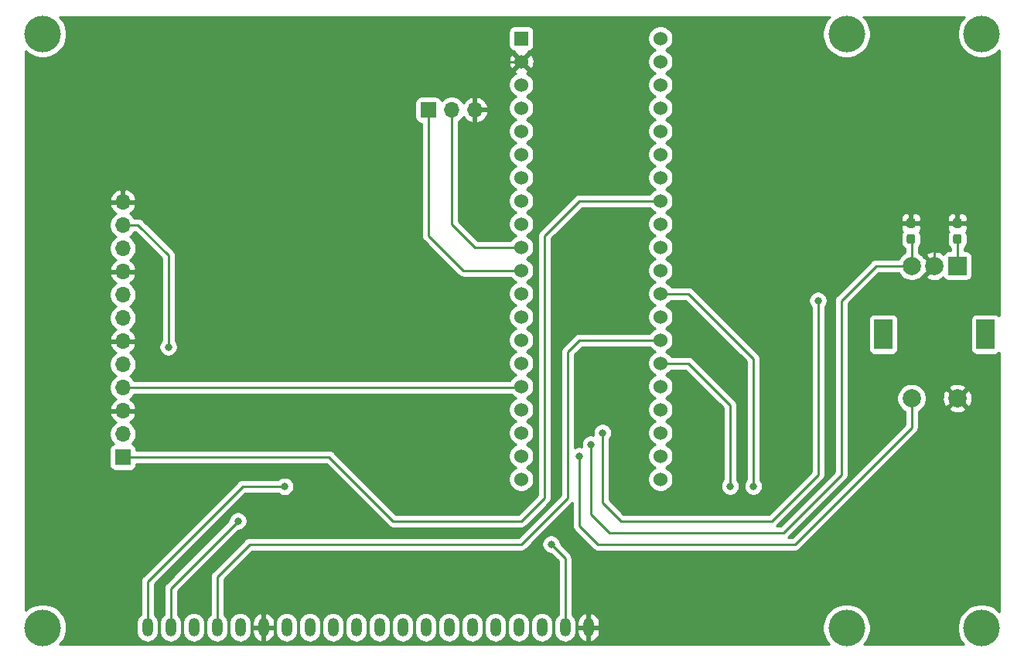
<source format=gbr>
%TF.GenerationSoftware,KiCad,Pcbnew,5.1.6*%
%TF.CreationDate,2020-07-08T21:20:25+02:00*%
%TF.ProjectId,mainboard,6d61696e-626f-4617-9264-2e6b69636164,rev?*%
%TF.SameCoordinates,Original*%
%TF.FileFunction,Copper,L1,Top*%
%TF.FilePolarity,Positive*%
%FSLAX46Y46*%
G04 Gerber Fmt 4.6, Leading zero omitted, Abs format (unit mm)*
G04 Created by KiCad (PCBNEW 5.1.6) date 2020-07-08 21:20:25*
%MOMM*%
%LPD*%
G01*
G04 APERTURE LIST*
%TA.AperFunction,ComponentPad*%
%ADD10O,1.700000X1.700000*%
%TD*%
%TA.AperFunction,ComponentPad*%
%ADD11R,1.700000X1.700000*%
%TD*%
%TA.AperFunction,ComponentPad*%
%ADD12C,4.000000*%
%TD*%
%TA.AperFunction,ComponentPad*%
%ADD13O,1.200000X2.000000*%
%TD*%
%TA.AperFunction,ComponentPad*%
%ADD14R,1.524000X1.524000*%
%TD*%
%TA.AperFunction,ComponentPad*%
%ADD15C,1.524000*%
%TD*%
%TA.AperFunction,ComponentPad*%
%ADD16C,2.000000*%
%TD*%
%TA.AperFunction,ComponentPad*%
%ADD17R,2.000000X3.200000*%
%TD*%
%TA.AperFunction,ComponentPad*%
%ADD18R,2.000000X2.000000*%
%TD*%
%TA.AperFunction,ViaPad*%
%ADD19C,0.800000*%
%TD*%
%TA.AperFunction,Conductor*%
%ADD20C,0.250000*%
%TD*%
%TA.AperFunction,Conductor*%
%ADD21C,0.254000*%
%TD*%
G04 APERTURE END LIST*
D10*
%TO.P,J1,12*%
%TO.N,GND*%
X67400000Y-75560000D03*
%TO.P,J1,11*%
%TO.N,+5V*%
X67400000Y-78100000D03*
%TO.P,J1,10*%
%TO.N,ESC_PWM*%
X67400000Y-80640000D03*
%TO.P,J1,9*%
%TO.N,GND*%
X67400000Y-83180000D03*
%TO.P,J1,8*%
%TO.N,Net-(J1-Pad8)*%
X67400000Y-85720000D03*
%TO.P,J1,7*%
%TO.N,ESC_DIR*%
X67400000Y-88260000D03*
%TO.P,J1,6*%
%TO.N,GND*%
X67400000Y-90800000D03*
%TO.P,J1,5*%
%TO.N,+3V3*%
X67400000Y-93340000D03*
%TO.P,J1,4*%
%TO.N,INCR_IN*%
X67400000Y-95880000D03*
%TO.P,J1,3*%
%TO.N,GND*%
X67400000Y-98420000D03*
%TO.P,J1,2*%
%TO.N,+3V3*%
X67400000Y-100960000D03*
D11*
%TO.P,J1,1*%
%TO.N,CUR_ADC*%
X67400000Y-103500000D03*
%TD*%
D12*
%TO.P,H1,1*%
%TO.N,N/C*%
X161400000Y-122200000D03*
%TD*%
%TO.P,H2,1*%
%TO.N,N/C*%
X161400000Y-57150000D03*
%TD*%
%TO.P,GLCD1,21*%
%TO.N,N/C*%
X146630000Y-122170001D03*
X146630000Y-57170001D03*
X58630000Y-57170001D03*
X58630000Y-122170001D03*
D13*
%TO.P,GLCD1,20*%
%TO.N,LCD_BL*%
X70100000Y-122130001D03*
%TO.P,GLCD1,19*%
%TO.N,+5V*%
X72640000Y-122130001D03*
%TO.P,GLCD1,18*%
%TO.N,Net-(GLCD1-Pad18)*%
X75180000Y-122130001D03*
%TO.P,GLCD1,17*%
%TO.N,LCD_RESET*%
X77720000Y-122130001D03*
%TO.P,GLCD1,16*%
%TO.N,Net-(GLCD1-Pad16)*%
X80260000Y-122130001D03*
%TO.P,GLCD1,15*%
%TO.N,GND*%
X82800000Y-122130001D03*
%TO.P,GLCD1,14*%
%TO.N,Net-(GLCD1-Pad14)*%
X85340000Y-122130001D03*
%TO.P,GLCD1,13*%
%TO.N,Net-(GLCD1-Pad13)*%
X87880000Y-122130001D03*
%TO.P,GLCD1,12*%
%TO.N,Net-(GLCD1-Pad12)*%
X90420000Y-122130001D03*
%TO.P,GLCD1,11*%
%TO.N,Net-(GLCD1-Pad11)*%
X92960000Y-122130001D03*
%TO.P,GLCD1,10*%
%TO.N,Net-(GLCD1-Pad10)*%
X95500000Y-122130001D03*
%TO.P,GLCD1,9*%
%TO.N,Net-(GLCD1-Pad9)*%
X98040000Y-122130001D03*
%TO.P,GLCD1,8*%
%TO.N,Net-(GLCD1-Pad8)*%
X100580000Y-122130001D03*
%TO.P,GLCD1,7*%
%TO.N,Net-(GLCD1-Pad7)*%
X103120000Y-122130001D03*
%TO.P,GLCD1,6*%
%TO.N,LCD_E*%
X105660000Y-122130001D03*
%TO.P,GLCD1,5*%
%TO.N,LCD_RW*%
X108200000Y-122130001D03*
%TO.P,GLCD1,4*%
%TO.N,LCD_RS*%
X110740000Y-122130001D03*
%TO.P,GLCD1,3*%
%TO.N,Net-(GLCD1-Pad3)*%
X113280000Y-122130001D03*
%TO.P,GLCD1,2*%
%TO.N,+5V*%
X115820000Y-122130001D03*
%TO.P,GLCD1,1*%
%TO.N,GND*%
X118360000Y-122130001D03*
%TD*%
D14*
%TO.P,A1,1*%
%TO.N,+3V3*%
X111020000Y-57650000D03*
D15*
%TO.P,A1,2*%
%TO.N,GND*%
X111020000Y-60190000D03*
%TO.P,A1,3*%
%TO.N,Net-(A1-Pad3)*%
X111020000Y-62730000D03*
%TO.P,A1,4*%
%TO.N,Net-(A1-Pad4)*%
X111020000Y-65270000D03*
%TO.P,A1,5*%
%TO.N,LCD_BL*%
X111020000Y-67810000D03*
%TO.P,A1,6*%
%TO.N,RTE_CCW*%
X111020000Y-70350000D03*
%TO.P,A1,7*%
%TO.N,RTE_CW*%
X111020000Y-72890000D03*
%TO.P,A1,8*%
%TO.N,RTE_BTN*%
X111020000Y-75430000D03*
%TO.P,A1,9*%
%TO.N,Net-(A1-Pad9)*%
X111020000Y-77970000D03*
%TO.P,A1,10*%
%TO.N,SWCLK*%
X111020000Y-80510000D03*
%TO.P,A1,11*%
%TO.N,SWDIO*%
X111020000Y-83050000D03*
%TO.P,A1,12*%
%TO.N,Net-(A1-Pad12)*%
X111020000Y-85590000D03*
%TO.P,A1,13*%
%TO.N,Net-(A1-Pad13)*%
X111020000Y-88130000D03*
%TO.P,A1,14*%
%TO.N,Net-(A1-Pad14)*%
X111020000Y-90670000D03*
%TO.P,A1,15*%
%TO.N,Net-(A1-Pad15)*%
X111020000Y-93210000D03*
%TO.P,A1,16*%
%TO.N,INCR_IN*%
X111020000Y-95750000D03*
%TO.P,A1,17*%
%TO.N,Net-(A1-Pad17)*%
X111020000Y-98290000D03*
%TO.P,A1,18*%
%TO.N,Net-(A1-Pad18)*%
X111020000Y-100830000D03*
%TO.P,A1,19*%
%TO.N,Net-(A1-Pad19)*%
X111020000Y-103370000D03*
%TO.P,A1,20*%
%TO.N,Net-(A1-Pad20)*%
X111020000Y-105910000D03*
%TO.P,A1,21*%
%TO.N,+5V*%
X126260000Y-105910000D03*
%TO.P,A1,22*%
%TO.N,Net-(A1-Pad22)*%
X126260000Y-103370000D03*
%TO.P,A1,23*%
%TO.N,ESC_DIR*%
X126260000Y-100830000D03*
%TO.P,A1,24*%
%TO.N,Net-(A1-Pad24)*%
X126260000Y-98290000D03*
%TO.P,A1,25*%
%TO.N,ESC_PWM*%
X126260000Y-95750000D03*
%TO.P,A1,26*%
%TO.N,LCD_RW*%
X126260000Y-93210000D03*
%TO.P,A1,27*%
%TO.N,LCD_RESET*%
X126260000Y-90670000D03*
%TO.P,A1,28*%
%TO.N,LCD_E*%
X126260000Y-88130000D03*
%TO.P,A1,29*%
%TO.N,LCD_RS*%
X126260000Y-85590000D03*
%TO.P,A1,30*%
%TO.N,Net-(A1-Pad30)*%
X126260000Y-83050000D03*
%TO.P,A1,31*%
%TO.N,Net-(A1-Pad31)*%
X126260000Y-80510000D03*
%TO.P,A1,32*%
%TO.N,Net-(A1-Pad32)*%
X126260000Y-77970000D03*
%TO.P,A1,33*%
%TO.N,CUR_ADC*%
X126260000Y-75430000D03*
%TO.P,A1,34*%
%TO.N,Net-(A1-Pad34)*%
X126260000Y-72890000D03*
%TO.P,A1,35*%
%TO.N,Net-(A1-Pad35)*%
X126260000Y-70350000D03*
%TO.P,A1,36*%
%TO.N,Net-(A1-Pad36)*%
X126260000Y-67810000D03*
%TO.P,A1,37*%
%TO.N,Net-(A1-Pad37)*%
X126260000Y-65270000D03*
%TO.P,A1,38*%
%TO.N,Net-(A1-Pad38)*%
X126260000Y-62730000D03*
%TO.P,A1,39*%
%TO.N,Net-(A1-Pad39)*%
X126260000Y-60190000D03*
%TO.P,A1,40*%
%TO.N,Net-(A1-Pad40)*%
X126260000Y-57650000D03*
%TD*%
%TO.P,C1,2*%
%TO.N,RTE_CCW*%
%TA.AperFunction,SMDPad,CuDef*%
G36*
G01*
X158512500Y-79090000D02*
X158987500Y-79090000D01*
G75*
G02*
X159225000Y-79327500I0J-237500D01*
G01*
X159225000Y-79902500D01*
G75*
G02*
X158987500Y-80140000I-237500J0D01*
G01*
X158512500Y-80140000D01*
G75*
G02*
X158275000Y-79902500I0J237500D01*
G01*
X158275000Y-79327500D01*
G75*
G02*
X158512500Y-79090000I237500J0D01*
G01*
G37*
%TD.AperFunction*%
%TO.P,C1,1*%
%TO.N,GND*%
%TA.AperFunction,SMDPad,CuDef*%
G36*
G01*
X158512500Y-77340000D02*
X158987500Y-77340000D01*
G75*
G02*
X159225000Y-77577500I0J-237500D01*
G01*
X159225000Y-78152500D01*
G75*
G02*
X158987500Y-78390000I-237500J0D01*
G01*
X158512500Y-78390000D01*
G75*
G02*
X158275000Y-78152500I0J237500D01*
G01*
X158275000Y-77577500D01*
G75*
G02*
X158512500Y-77340000I237500J0D01*
G01*
G37*
%TD.AperFunction*%
%TD*%
%TO.P,C2,1*%
%TO.N,RTE_CW*%
%TA.AperFunction,SMDPad,CuDef*%
G36*
G01*
X153907500Y-80140000D02*
X153432500Y-80140000D01*
G75*
G02*
X153195000Y-79902500I0J237500D01*
G01*
X153195000Y-79327500D01*
G75*
G02*
X153432500Y-79090000I237500J0D01*
G01*
X153907500Y-79090000D01*
G75*
G02*
X154145000Y-79327500I0J-237500D01*
G01*
X154145000Y-79902500D01*
G75*
G02*
X153907500Y-80140000I-237500J0D01*
G01*
G37*
%TD.AperFunction*%
%TO.P,C2,2*%
%TO.N,GND*%
%TA.AperFunction,SMDPad,CuDef*%
G36*
G01*
X153907500Y-78390000D02*
X153432500Y-78390000D01*
G75*
G02*
X153195000Y-78152500I0J237500D01*
G01*
X153195000Y-77577500D01*
G75*
G02*
X153432500Y-77340000I237500J0D01*
G01*
X153907500Y-77340000D01*
G75*
G02*
X154145000Y-77577500I0J-237500D01*
G01*
X154145000Y-78152500D01*
G75*
G02*
X153907500Y-78390000I-237500J0D01*
G01*
G37*
%TD.AperFunction*%
%TD*%
D11*
%TO.P,J2,1*%
%TO.N,SWDIO*%
X100860000Y-65470000D03*
D10*
%TO.P,J2,2*%
%TO.N,SWCLK*%
X103400000Y-65470000D03*
%TO.P,J2,3*%
%TO.N,GND*%
X105940000Y-65470000D03*
%TD*%
D16*
%TO.P,SW1,S1*%
%TO.N,RTE_BTN*%
X153750000Y-97050000D03*
%TO.P,SW1,S2*%
%TO.N,GND*%
X158750000Y-97050000D03*
D17*
%TO.P,SW1,MP*%
%TO.N,N/C*%
X150650000Y-90050000D03*
X161850000Y-90050000D03*
D16*
%TO.P,SW1,B*%
%TO.N,RTE_CW*%
X153750000Y-82550000D03*
%TO.P,SW1,C*%
%TO.N,GND*%
X156250000Y-82550000D03*
D18*
%TO.P,SW1,A*%
%TO.N,RTE_CCW*%
X158750000Y-82550000D03*
%TD*%
D19*
%TO.N,LCD_BL*%
X85100000Y-106700000D03*
%TO.N,RTE_CCW*%
X119910000Y-100830000D03*
X143510000Y-86360000D03*
%TO.N,RTE_CW*%
X118640000Y-102100000D03*
%TO.N,RTE_BTN*%
X117370000Y-103370000D03*
%TO.N,+5V*%
X72390000Y-91440000D03*
X72390000Y-91440000D03*
X80010000Y-110490000D03*
X114300000Y-113030000D03*
%TO.N,LCD_RW*%
X133880000Y-106680000D03*
%TO.N,LCD_RS*%
X136420000Y-106680000D03*
%TD*%
D20*
%TO.N,GND*%
X104670000Y-62930000D02*
X105940000Y-64200000D01*
X105940000Y-64200000D02*
X105940000Y-65470000D01*
X111020000Y-60190000D02*
X107210000Y-60190000D01*
X107210000Y-60390000D02*
X104670000Y-62930000D01*
X67310000Y-75530000D02*
X64770000Y-75530000D01*
X64770000Y-75530000D02*
X63500000Y-76800000D01*
X64770000Y-98390000D02*
X67310000Y-98390000D01*
X63500000Y-97120000D02*
X64770000Y-98390000D01*
X64770000Y-83150000D02*
X63500000Y-84420000D01*
X67310000Y-83150000D02*
X64770000Y-83150000D01*
X63500000Y-76800000D02*
X63500000Y-84420000D01*
X64770000Y-90770000D02*
X63500000Y-89500000D01*
X67310000Y-90770000D02*
X64770000Y-90770000D01*
X63500000Y-89500000D02*
X63500000Y-97120000D01*
X63500000Y-84420000D02*
X63500000Y-89500000D01*
X67310000Y-75530000D02*
X81170000Y-75530000D01*
X93770000Y-62930000D02*
X100570000Y-62930000D01*
X81170000Y-75530000D02*
X93770000Y-62930000D01*
X100570000Y-62930000D02*
X104670000Y-62930000D01*
X99590000Y-62930000D02*
X100570000Y-62930000D01*
X156250000Y-77880000D02*
X156265000Y-77865000D01*
X156265000Y-77865000D02*
X158750000Y-77865000D01*
X156250000Y-82550000D02*
X156250000Y-77880000D01*
X153670000Y-77865000D02*
X156265000Y-77865000D01*
%TO.N,LCD_BL*%
X70100000Y-122130001D02*
X70100000Y-117090000D01*
X80510000Y-106680000D02*
X85090000Y-106680000D01*
X70100000Y-117090000D02*
X80510000Y-106680000D01*
%TO.N,RTE_CCW*%
X138430000Y-110490000D02*
X143510000Y-105410000D01*
X158750000Y-79615000D02*
X158750000Y-82550000D01*
X119910000Y-107950000D02*
X119910000Y-108480000D01*
X119910000Y-108480000D02*
X121920000Y-110490000D01*
X121920000Y-110490000D02*
X138430000Y-110490000D01*
X143510000Y-86360000D02*
X143510000Y-86360000D01*
X143510000Y-86360000D02*
X143510000Y-105410000D01*
X119910000Y-107950000D02*
X119910000Y-100830000D01*
%TO.N,RTE_CW*%
X153750000Y-79695000D02*
X153670000Y-79615000D01*
X153750000Y-82550000D02*
X153750000Y-79695000D01*
X139700000Y-111760000D02*
X120650000Y-111760000D01*
X146050000Y-105410000D02*
X139700000Y-111760000D01*
X146050000Y-86360000D02*
X146050000Y-105410000D01*
X120650000Y-111760000D02*
X118640000Y-109750000D01*
X149860000Y-82550000D02*
X146050000Y-86360000D01*
X153750000Y-82550000D02*
X149860000Y-82550000D01*
X118640000Y-109750000D02*
X118640000Y-102100000D01*
%TO.N,RTE_BTN*%
X153750000Y-100250000D02*
X153750000Y-97050000D01*
X140970000Y-113030000D02*
X153750000Y-100250000D01*
X119380000Y-113030000D02*
X140970000Y-113030000D01*
X117370000Y-111020000D02*
X119380000Y-113030000D01*
X117370000Y-111020000D02*
X117370000Y-103370000D01*
%TO.N,SWCLK*%
X103400000Y-65270000D02*
X103400000Y-77970000D01*
X105940000Y-80510000D02*
X111020000Y-80510000D01*
X103400000Y-77970000D02*
X105940000Y-80510000D01*
%TO.N,SWDIO*%
X100860000Y-65270000D02*
X100860000Y-79240000D01*
X104670000Y-83050000D02*
X111020000Y-83050000D01*
X100860000Y-79240000D02*
X104670000Y-83050000D01*
%TO.N,INCR_IN*%
X110920000Y-95850000D02*
X111020000Y-95750000D01*
X67310000Y-95850000D02*
X110920000Y-95850000D01*
%TO.N,+5V*%
X72390000Y-91440000D02*
X72390000Y-91440000D01*
X72390000Y-91440000D02*
X72390000Y-91440000D01*
X72640000Y-117860000D02*
X80010000Y-110490000D01*
X72640000Y-122130001D02*
X72640000Y-117860000D01*
X67310000Y-78070000D02*
X69070000Y-78070000D01*
X72390000Y-81390000D02*
X72390000Y-91440000D01*
X69070000Y-78070000D02*
X72390000Y-81390000D01*
X115820000Y-114550000D02*
X115820000Y-122130001D01*
X114300000Y-113030000D02*
X115820000Y-114550000D01*
%TO.N,LCD_RW*%
X133880000Y-106680000D02*
X133880000Y-106680000D01*
X133880000Y-97790000D02*
X133880000Y-106680000D01*
X129300000Y-93210000D02*
X133880000Y-97790000D01*
X126260000Y-93210000D02*
X129300000Y-93210000D01*
%TO.N,LCD_RESET*%
X81280000Y-113030000D02*
X77720000Y-116590000D01*
X111020000Y-113030000D02*
X81280000Y-113030000D01*
X77720000Y-116590000D02*
X77720000Y-122130001D01*
X116100000Y-107950000D02*
X111020000Y-113030000D01*
X116100000Y-91940000D02*
X116100000Y-107950000D01*
X117370000Y-90670000D02*
X116100000Y-91940000D01*
X126260000Y-90670000D02*
X117370000Y-90670000D01*
%TO.N,LCD_RS*%
X136420000Y-106680000D02*
X136420000Y-106680000D01*
X136420000Y-92710000D02*
X136420000Y-106680000D01*
X129300000Y-85590000D02*
X136420000Y-92710000D01*
X126260000Y-85590000D02*
X129300000Y-85590000D01*
%TO.N,CUR_ADC*%
X121180000Y-75430000D02*
X126260000Y-75430000D01*
X117370000Y-75430000D02*
X121180000Y-75430000D01*
X113560000Y-79240000D02*
X117370000Y-75430000D01*
X96990000Y-110490000D02*
X111020000Y-110490000D01*
X113560000Y-107950000D02*
X113560000Y-79240000D01*
X89970000Y-103470000D02*
X96990000Y-110490000D01*
X111020000Y-110490000D02*
X113560000Y-107950000D01*
X67310000Y-103470000D02*
X89970000Y-103470000D01*
%TD*%
D21*
%TO.N,GND*%
G36*
X144583262Y-55490286D02*
G01*
X144294893Y-55921860D01*
X144096261Y-56401400D01*
X143995000Y-56910476D01*
X143995000Y-57429526D01*
X144096261Y-57938602D01*
X144294893Y-58418142D01*
X144583262Y-58849716D01*
X144950285Y-59216739D01*
X145381859Y-59505108D01*
X145861399Y-59703740D01*
X146370475Y-59805001D01*
X146889525Y-59805001D01*
X147398601Y-59703740D01*
X147878141Y-59505108D01*
X148309715Y-59216739D01*
X148676738Y-58849716D01*
X148965107Y-58418142D01*
X149163739Y-57938602D01*
X149265000Y-57429526D01*
X149265000Y-56910476D01*
X149163739Y-56401400D01*
X148965107Y-55921860D01*
X148676738Y-55490286D01*
X148471452Y-55285000D01*
X159538547Y-55285000D01*
X159353262Y-55470285D01*
X159064893Y-55901859D01*
X158866261Y-56381399D01*
X158765000Y-56890475D01*
X158765000Y-57409525D01*
X158866261Y-57918601D01*
X159064893Y-58398141D01*
X159353262Y-58829715D01*
X159720285Y-59196738D01*
X160151859Y-59485107D01*
X160631399Y-59683739D01*
X161140475Y-59785000D01*
X161659525Y-59785000D01*
X162168601Y-59683739D01*
X162648141Y-59485107D01*
X163079715Y-59196738D01*
X163315000Y-58961453D01*
X163315000Y-88015649D01*
X163301185Y-87998815D01*
X163204494Y-87919463D01*
X163094180Y-87860498D01*
X162974482Y-87824188D01*
X162850000Y-87811928D01*
X160850000Y-87811928D01*
X160725518Y-87824188D01*
X160605820Y-87860498D01*
X160495506Y-87919463D01*
X160398815Y-87998815D01*
X160319463Y-88095506D01*
X160260498Y-88205820D01*
X160224188Y-88325518D01*
X160211928Y-88450000D01*
X160211928Y-91650000D01*
X160224188Y-91774482D01*
X160260498Y-91894180D01*
X160319463Y-92004494D01*
X160398815Y-92101185D01*
X160495506Y-92180537D01*
X160605820Y-92239502D01*
X160725518Y-92275812D01*
X160850000Y-92288072D01*
X162850000Y-92288072D01*
X162974482Y-92275812D01*
X163094180Y-92239502D01*
X163204494Y-92180537D01*
X163301185Y-92101185D01*
X163315001Y-92084351D01*
X163315001Y-120388548D01*
X163079715Y-120153262D01*
X162648141Y-119864893D01*
X162168601Y-119666261D01*
X161659525Y-119565000D01*
X161140475Y-119565000D01*
X160631399Y-119666261D01*
X160151859Y-119864893D01*
X159720285Y-120153262D01*
X159353262Y-120520285D01*
X159064893Y-120951859D01*
X158866261Y-121431399D01*
X158765000Y-121940475D01*
X158765000Y-122459525D01*
X158866261Y-122968601D01*
X159064893Y-123448141D01*
X159353262Y-123879715D01*
X159488547Y-124015000D01*
X148511454Y-124015000D01*
X148676738Y-123849716D01*
X148965107Y-123418142D01*
X149163739Y-122938602D01*
X149265000Y-122429526D01*
X149265000Y-121910476D01*
X149163739Y-121401400D01*
X148965107Y-120921860D01*
X148676738Y-120490286D01*
X148309715Y-120123263D01*
X147878141Y-119834894D01*
X147398601Y-119636262D01*
X146889525Y-119535001D01*
X146370475Y-119535001D01*
X145861399Y-119636262D01*
X145381859Y-119834894D01*
X144950285Y-120123263D01*
X144583262Y-120490286D01*
X144294893Y-120921860D01*
X144096261Y-121401400D01*
X143995000Y-121910476D01*
X143995000Y-122429526D01*
X144096261Y-122938602D01*
X144294893Y-123418142D01*
X144583262Y-123849716D01*
X144748546Y-124015000D01*
X60511454Y-124015000D01*
X60676738Y-123849716D01*
X60965107Y-123418142D01*
X61163739Y-122938602D01*
X61265000Y-122429526D01*
X61265000Y-121910476D01*
X61217035Y-121669336D01*
X68865000Y-121669336D01*
X68865000Y-122590665D01*
X68882870Y-122772102D01*
X68953489Y-123004901D01*
X69068167Y-123219449D01*
X69222498Y-123407503D01*
X69410551Y-123561834D01*
X69625099Y-123676512D01*
X69857898Y-123747131D01*
X70100000Y-123770976D01*
X70342101Y-123747131D01*
X70574900Y-123676512D01*
X70789448Y-123561834D01*
X70977502Y-123407503D01*
X71131833Y-123219450D01*
X71246511Y-123004902D01*
X71317130Y-122772103D01*
X71335000Y-122590666D01*
X71335000Y-121669337D01*
X71335000Y-121669336D01*
X71405000Y-121669336D01*
X71405000Y-122590665D01*
X71422870Y-122772102D01*
X71493489Y-123004901D01*
X71608167Y-123219449D01*
X71762498Y-123407503D01*
X71950551Y-123561834D01*
X72165099Y-123676512D01*
X72397898Y-123747131D01*
X72640000Y-123770976D01*
X72882101Y-123747131D01*
X73114900Y-123676512D01*
X73329448Y-123561834D01*
X73517502Y-123407503D01*
X73671833Y-123219450D01*
X73786511Y-123004902D01*
X73857130Y-122772103D01*
X73875000Y-122590666D01*
X73875000Y-121669337D01*
X73875000Y-121669336D01*
X73945000Y-121669336D01*
X73945000Y-122590665D01*
X73962870Y-122772102D01*
X74033489Y-123004901D01*
X74148167Y-123219449D01*
X74302498Y-123407503D01*
X74490551Y-123561834D01*
X74705099Y-123676512D01*
X74937898Y-123747131D01*
X75180000Y-123770976D01*
X75422101Y-123747131D01*
X75654900Y-123676512D01*
X75869448Y-123561834D01*
X76057502Y-123407503D01*
X76211833Y-123219450D01*
X76326511Y-123004902D01*
X76397130Y-122772103D01*
X76415000Y-122590666D01*
X76415000Y-121669337D01*
X76397130Y-121487900D01*
X76326511Y-121255100D01*
X76211833Y-121040552D01*
X76057502Y-120852499D01*
X75869449Y-120698168D01*
X75654901Y-120583490D01*
X75422102Y-120512871D01*
X75180000Y-120489026D01*
X74937899Y-120512871D01*
X74705100Y-120583490D01*
X74490552Y-120698168D01*
X74302499Y-120852499D01*
X74148168Y-121040552D01*
X74033489Y-121255100D01*
X73962870Y-121487899D01*
X73945000Y-121669336D01*
X73875000Y-121669336D01*
X73857130Y-121487900D01*
X73786511Y-121255100D01*
X73671833Y-121040552D01*
X73517502Y-120852499D01*
X73400000Y-120756068D01*
X73400000Y-118174801D01*
X80049802Y-111525000D01*
X80111939Y-111525000D01*
X80311898Y-111485226D01*
X80500256Y-111407205D01*
X80669774Y-111293937D01*
X80813937Y-111149774D01*
X80927205Y-110980256D01*
X81005226Y-110791898D01*
X81045000Y-110591939D01*
X81045000Y-110388061D01*
X81005226Y-110188102D01*
X80927205Y-109999744D01*
X80813937Y-109830226D01*
X80669774Y-109686063D01*
X80500256Y-109572795D01*
X80311898Y-109494774D01*
X80111939Y-109455000D01*
X79908061Y-109455000D01*
X79708102Y-109494774D01*
X79519744Y-109572795D01*
X79350226Y-109686063D01*
X79206063Y-109830226D01*
X79092795Y-109999744D01*
X79014774Y-110188102D01*
X78975000Y-110388061D01*
X78975000Y-110450198D01*
X72128998Y-117296201D01*
X72100000Y-117319999D01*
X72076202Y-117348997D01*
X72076201Y-117348998D01*
X72005026Y-117435724D01*
X71934454Y-117567754D01*
X71890998Y-117711015D01*
X71876324Y-117860000D01*
X71880001Y-117897332D01*
X71880000Y-120756068D01*
X71762499Y-120852499D01*
X71608168Y-121040552D01*
X71493489Y-121255100D01*
X71422870Y-121487899D01*
X71405000Y-121669336D01*
X71335000Y-121669336D01*
X71317130Y-121487900D01*
X71246511Y-121255100D01*
X71131833Y-121040552D01*
X70977502Y-120852499D01*
X70860000Y-120756068D01*
X70860000Y-117404801D01*
X80824802Y-107440000D01*
X84376289Y-107440000D01*
X84440226Y-107503937D01*
X84609744Y-107617205D01*
X84798102Y-107695226D01*
X84998061Y-107735000D01*
X85201939Y-107735000D01*
X85401898Y-107695226D01*
X85590256Y-107617205D01*
X85759774Y-107503937D01*
X85903937Y-107359774D01*
X86017205Y-107190256D01*
X86095226Y-107001898D01*
X86135000Y-106801939D01*
X86135000Y-106598061D01*
X86095226Y-106398102D01*
X86017205Y-106209744D01*
X85903937Y-106040226D01*
X85759774Y-105896063D01*
X85590256Y-105782795D01*
X85401898Y-105704774D01*
X85201939Y-105665000D01*
X84998061Y-105665000D01*
X84798102Y-105704774D01*
X84609744Y-105782795D01*
X84440226Y-105896063D01*
X84416289Y-105920000D01*
X80547322Y-105920000D01*
X80509999Y-105916324D01*
X80472676Y-105920000D01*
X80472667Y-105920000D01*
X80361014Y-105930997D01*
X80217753Y-105974454D01*
X80085724Y-106045026D01*
X79969999Y-106139999D01*
X79946201Y-106168997D01*
X69588998Y-116526201D01*
X69560000Y-116549999D01*
X69536202Y-116578997D01*
X69536201Y-116578998D01*
X69465026Y-116665724D01*
X69394454Y-116797754D01*
X69350998Y-116941015D01*
X69336324Y-117090000D01*
X69340001Y-117127332D01*
X69340000Y-120756068D01*
X69222499Y-120852499D01*
X69068168Y-121040552D01*
X68953489Y-121255100D01*
X68882870Y-121487899D01*
X68865000Y-121669336D01*
X61217035Y-121669336D01*
X61163739Y-121401400D01*
X60965107Y-120921860D01*
X60676738Y-120490286D01*
X60309715Y-120123263D01*
X59878141Y-119834894D01*
X59398601Y-119636262D01*
X58889525Y-119535001D01*
X58370475Y-119535001D01*
X57861399Y-119636262D01*
X57381859Y-119834894D01*
X56950285Y-120123263D01*
X56785000Y-120288548D01*
X56785000Y-102650000D01*
X65911928Y-102650000D01*
X65911928Y-104350000D01*
X65924188Y-104474482D01*
X65960498Y-104594180D01*
X66019463Y-104704494D01*
X66098815Y-104801185D01*
X66195506Y-104880537D01*
X66305820Y-104939502D01*
X66425518Y-104975812D01*
X66550000Y-104988072D01*
X68250000Y-104988072D01*
X68374482Y-104975812D01*
X68494180Y-104939502D01*
X68604494Y-104880537D01*
X68701185Y-104801185D01*
X68780537Y-104704494D01*
X68839502Y-104594180D01*
X68875812Y-104474482D01*
X68888072Y-104350000D01*
X68888072Y-104230000D01*
X89655199Y-104230000D01*
X96426201Y-111001003D01*
X96449999Y-111030001D01*
X96565724Y-111124974D01*
X96697753Y-111195546D01*
X96841014Y-111239003D01*
X96952667Y-111250000D01*
X96952676Y-111250000D01*
X96989999Y-111253676D01*
X97027322Y-111250000D01*
X110982678Y-111250000D01*
X111020000Y-111253676D01*
X111057322Y-111250000D01*
X111057333Y-111250000D01*
X111168986Y-111239003D01*
X111312247Y-111195546D01*
X111444276Y-111124974D01*
X111560001Y-111030001D01*
X111583804Y-111000997D01*
X114071009Y-108513794D01*
X114100001Y-108490001D01*
X114123795Y-108461008D01*
X114123799Y-108461004D01*
X114194973Y-108374277D01*
X114194974Y-108374276D01*
X114265546Y-108242247D01*
X114309003Y-108098986D01*
X114320000Y-107987333D01*
X114320000Y-107987324D01*
X114323676Y-107950001D01*
X114320000Y-107912678D01*
X114320000Y-79554801D01*
X117684802Y-76190000D01*
X125087659Y-76190000D01*
X125174880Y-76320535D01*
X125369465Y-76515120D01*
X125598273Y-76668005D01*
X125675515Y-76700000D01*
X125598273Y-76731995D01*
X125369465Y-76884880D01*
X125174880Y-77079465D01*
X125021995Y-77308273D01*
X124916686Y-77562510D01*
X124863000Y-77832408D01*
X124863000Y-78107592D01*
X124916686Y-78377490D01*
X125021995Y-78631727D01*
X125174880Y-78860535D01*
X125369465Y-79055120D01*
X125598273Y-79208005D01*
X125675515Y-79240000D01*
X125598273Y-79271995D01*
X125369465Y-79424880D01*
X125174880Y-79619465D01*
X125021995Y-79848273D01*
X124916686Y-80102510D01*
X124863000Y-80372408D01*
X124863000Y-80647592D01*
X124916686Y-80917490D01*
X125021995Y-81171727D01*
X125174880Y-81400535D01*
X125369465Y-81595120D01*
X125598273Y-81748005D01*
X125675515Y-81780000D01*
X125598273Y-81811995D01*
X125369465Y-81964880D01*
X125174880Y-82159465D01*
X125021995Y-82388273D01*
X124916686Y-82642510D01*
X124863000Y-82912408D01*
X124863000Y-83187592D01*
X124916686Y-83457490D01*
X125021995Y-83711727D01*
X125174880Y-83940535D01*
X125369465Y-84135120D01*
X125598273Y-84288005D01*
X125675515Y-84320000D01*
X125598273Y-84351995D01*
X125369465Y-84504880D01*
X125174880Y-84699465D01*
X125021995Y-84928273D01*
X124916686Y-85182510D01*
X124863000Y-85452408D01*
X124863000Y-85727592D01*
X124916686Y-85997490D01*
X125021995Y-86251727D01*
X125174880Y-86480535D01*
X125369465Y-86675120D01*
X125598273Y-86828005D01*
X125675515Y-86860000D01*
X125598273Y-86891995D01*
X125369465Y-87044880D01*
X125174880Y-87239465D01*
X125021995Y-87468273D01*
X124916686Y-87722510D01*
X124863000Y-87992408D01*
X124863000Y-88267592D01*
X124916686Y-88537490D01*
X125021995Y-88791727D01*
X125174880Y-89020535D01*
X125369465Y-89215120D01*
X125598273Y-89368005D01*
X125675515Y-89400000D01*
X125598273Y-89431995D01*
X125369465Y-89584880D01*
X125174880Y-89779465D01*
X125087659Y-89910000D01*
X117407322Y-89910000D01*
X117369999Y-89906324D01*
X117332676Y-89910000D01*
X117332667Y-89910000D01*
X117221014Y-89920997D01*
X117077753Y-89964454D01*
X116945724Y-90035026D01*
X116829999Y-90129999D01*
X116806201Y-90158997D01*
X115589003Y-91376196D01*
X115559999Y-91399999D01*
X115504871Y-91467174D01*
X115465026Y-91515724D01*
X115394455Y-91647753D01*
X115394454Y-91647754D01*
X115350997Y-91791015D01*
X115340000Y-91902668D01*
X115340000Y-91902678D01*
X115336324Y-91940000D01*
X115340000Y-91977322D01*
X115340001Y-107635197D01*
X110705199Y-112270000D01*
X81317322Y-112270000D01*
X81279999Y-112266324D01*
X81242676Y-112270000D01*
X81242667Y-112270000D01*
X81131014Y-112280997D01*
X80987753Y-112324454D01*
X80855724Y-112395026D01*
X80739999Y-112489999D01*
X80716201Y-112518997D01*
X77209003Y-116026196D01*
X77179999Y-116049999D01*
X77124871Y-116117174D01*
X77085026Y-116165724D01*
X77014455Y-116297753D01*
X77014454Y-116297754D01*
X76970997Y-116441015D01*
X76960000Y-116552668D01*
X76960000Y-116552678D01*
X76956324Y-116590000D01*
X76960000Y-116627323D01*
X76960001Y-120756068D01*
X76842499Y-120852499D01*
X76688168Y-121040552D01*
X76573489Y-121255100D01*
X76502870Y-121487899D01*
X76485000Y-121669336D01*
X76485000Y-122590665D01*
X76502870Y-122772102D01*
X76573489Y-123004901D01*
X76688167Y-123219449D01*
X76842498Y-123407503D01*
X77030551Y-123561834D01*
X77245099Y-123676512D01*
X77477898Y-123747131D01*
X77720000Y-123770976D01*
X77962101Y-123747131D01*
X78194900Y-123676512D01*
X78409448Y-123561834D01*
X78597502Y-123407503D01*
X78751833Y-123219450D01*
X78866511Y-123004902D01*
X78937130Y-122772103D01*
X78955000Y-122590666D01*
X78955000Y-121669337D01*
X78955000Y-121669336D01*
X79025000Y-121669336D01*
X79025000Y-122590665D01*
X79042870Y-122772102D01*
X79113489Y-123004901D01*
X79228167Y-123219449D01*
X79382498Y-123407503D01*
X79570551Y-123561834D01*
X79785099Y-123676512D01*
X80017898Y-123747131D01*
X80260000Y-123770976D01*
X80502101Y-123747131D01*
X80734900Y-123676512D01*
X80949448Y-123561834D01*
X81137502Y-123407503D01*
X81291833Y-123219450D01*
X81406511Y-123004902D01*
X81477130Y-122772103D01*
X81495000Y-122590666D01*
X81495000Y-122257001D01*
X81565000Y-122257001D01*
X81565000Y-122657001D01*
X81613507Y-122895497D01*
X81707610Y-123119947D01*
X81843693Y-123321726D01*
X82016526Y-123493079D01*
X82219467Y-123627422D01*
X82444718Y-123719592D01*
X82482391Y-123723463D01*
X82673000Y-123598732D01*
X82673000Y-122257001D01*
X82927000Y-122257001D01*
X82927000Y-123598732D01*
X83117609Y-123723463D01*
X83155282Y-123719592D01*
X83380533Y-123627422D01*
X83583474Y-123493079D01*
X83756307Y-123321726D01*
X83892390Y-123119947D01*
X83986493Y-122895497D01*
X84035000Y-122657001D01*
X84035000Y-122257001D01*
X82927000Y-122257001D01*
X82673000Y-122257001D01*
X81565000Y-122257001D01*
X81495000Y-122257001D01*
X81495000Y-121669337D01*
X81488467Y-121603001D01*
X81565000Y-121603001D01*
X81565000Y-122003001D01*
X82673000Y-122003001D01*
X82673000Y-120661270D01*
X82927000Y-120661270D01*
X82927000Y-122003001D01*
X84035000Y-122003001D01*
X84035000Y-121669336D01*
X84105000Y-121669336D01*
X84105000Y-122590665D01*
X84122870Y-122772102D01*
X84193489Y-123004901D01*
X84308167Y-123219449D01*
X84462498Y-123407503D01*
X84650551Y-123561834D01*
X84865099Y-123676512D01*
X85097898Y-123747131D01*
X85340000Y-123770976D01*
X85582101Y-123747131D01*
X85814900Y-123676512D01*
X86029448Y-123561834D01*
X86217502Y-123407503D01*
X86371833Y-123219450D01*
X86486511Y-123004902D01*
X86557130Y-122772103D01*
X86575000Y-122590666D01*
X86575000Y-121669337D01*
X86575000Y-121669336D01*
X86645000Y-121669336D01*
X86645000Y-122590665D01*
X86662870Y-122772102D01*
X86733489Y-123004901D01*
X86848167Y-123219449D01*
X87002498Y-123407503D01*
X87190551Y-123561834D01*
X87405099Y-123676512D01*
X87637898Y-123747131D01*
X87880000Y-123770976D01*
X88122101Y-123747131D01*
X88354900Y-123676512D01*
X88569448Y-123561834D01*
X88757502Y-123407503D01*
X88911833Y-123219450D01*
X89026511Y-123004902D01*
X89097130Y-122772103D01*
X89115000Y-122590666D01*
X89115000Y-121669337D01*
X89115000Y-121669336D01*
X89185000Y-121669336D01*
X89185000Y-122590665D01*
X89202870Y-122772102D01*
X89273489Y-123004901D01*
X89388167Y-123219449D01*
X89542498Y-123407503D01*
X89730551Y-123561834D01*
X89945099Y-123676512D01*
X90177898Y-123747131D01*
X90420000Y-123770976D01*
X90662101Y-123747131D01*
X90894900Y-123676512D01*
X91109448Y-123561834D01*
X91297502Y-123407503D01*
X91451833Y-123219450D01*
X91566511Y-123004902D01*
X91637130Y-122772103D01*
X91655000Y-122590666D01*
X91655000Y-121669337D01*
X91655000Y-121669336D01*
X91725000Y-121669336D01*
X91725000Y-122590665D01*
X91742870Y-122772102D01*
X91813489Y-123004901D01*
X91928167Y-123219449D01*
X92082498Y-123407503D01*
X92270551Y-123561834D01*
X92485099Y-123676512D01*
X92717898Y-123747131D01*
X92960000Y-123770976D01*
X93202101Y-123747131D01*
X93434900Y-123676512D01*
X93649448Y-123561834D01*
X93837502Y-123407503D01*
X93991833Y-123219450D01*
X94106511Y-123004902D01*
X94177130Y-122772103D01*
X94195000Y-122590666D01*
X94195000Y-121669337D01*
X94195000Y-121669336D01*
X94265000Y-121669336D01*
X94265000Y-122590665D01*
X94282870Y-122772102D01*
X94353489Y-123004901D01*
X94468167Y-123219449D01*
X94622498Y-123407503D01*
X94810551Y-123561834D01*
X95025099Y-123676512D01*
X95257898Y-123747131D01*
X95500000Y-123770976D01*
X95742101Y-123747131D01*
X95974900Y-123676512D01*
X96189448Y-123561834D01*
X96377502Y-123407503D01*
X96531833Y-123219450D01*
X96646511Y-123004902D01*
X96717130Y-122772103D01*
X96735000Y-122590666D01*
X96735000Y-121669337D01*
X96735000Y-121669336D01*
X96805000Y-121669336D01*
X96805000Y-122590665D01*
X96822870Y-122772102D01*
X96893489Y-123004901D01*
X97008167Y-123219449D01*
X97162498Y-123407503D01*
X97350551Y-123561834D01*
X97565099Y-123676512D01*
X97797898Y-123747131D01*
X98040000Y-123770976D01*
X98282101Y-123747131D01*
X98514900Y-123676512D01*
X98729448Y-123561834D01*
X98917502Y-123407503D01*
X99071833Y-123219450D01*
X99186511Y-123004902D01*
X99257130Y-122772103D01*
X99275000Y-122590666D01*
X99275000Y-121669337D01*
X99275000Y-121669336D01*
X99345000Y-121669336D01*
X99345000Y-122590665D01*
X99362870Y-122772102D01*
X99433489Y-123004901D01*
X99548167Y-123219449D01*
X99702498Y-123407503D01*
X99890551Y-123561834D01*
X100105099Y-123676512D01*
X100337898Y-123747131D01*
X100580000Y-123770976D01*
X100822101Y-123747131D01*
X101054900Y-123676512D01*
X101269448Y-123561834D01*
X101457502Y-123407503D01*
X101611833Y-123219450D01*
X101726511Y-123004902D01*
X101797130Y-122772103D01*
X101815000Y-122590666D01*
X101815000Y-121669337D01*
X101815000Y-121669336D01*
X101885000Y-121669336D01*
X101885000Y-122590665D01*
X101902870Y-122772102D01*
X101973489Y-123004901D01*
X102088167Y-123219449D01*
X102242498Y-123407503D01*
X102430551Y-123561834D01*
X102645099Y-123676512D01*
X102877898Y-123747131D01*
X103120000Y-123770976D01*
X103362101Y-123747131D01*
X103594900Y-123676512D01*
X103809448Y-123561834D01*
X103997502Y-123407503D01*
X104151833Y-123219450D01*
X104266511Y-123004902D01*
X104337130Y-122772103D01*
X104355000Y-122590666D01*
X104355000Y-121669337D01*
X104355000Y-121669336D01*
X104425000Y-121669336D01*
X104425000Y-122590665D01*
X104442870Y-122772102D01*
X104513489Y-123004901D01*
X104628167Y-123219449D01*
X104782498Y-123407503D01*
X104970551Y-123561834D01*
X105185099Y-123676512D01*
X105417898Y-123747131D01*
X105660000Y-123770976D01*
X105902101Y-123747131D01*
X106134900Y-123676512D01*
X106349448Y-123561834D01*
X106537502Y-123407503D01*
X106691833Y-123219450D01*
X106806511Y-123004902D01*
X106877130Y-122772103D01*
X106895000Y-122590666D01*
X106895000Y-121669337D01*
X106895000Y-121669336D01*
X106965000Y-121669336D01*
X106965000Y-122590665D01*
X106982870Y-122772102D01*
X107053489Y-123004901D01*
X107168167Y-123219449D01*
X107322498Y-123407503D01*
X107510551Y-123561834D01*
X107725099Y-123676512D01*
X107957898Y-123747131D01*
X108200000Y-123770976D01*
X108442101Y-123747131D01*
X108674900Y-123676512D01*
X108889448Y-123561834D01*
X109077502Y-123407503D01*
X109231833Y-123219450D01*
X109346511Y-123004902D01*
X109417130Y-122772103D01*
X109435000Y-122590666D01*
X109435000Y-121669337D01*
X109435000Y-121669336D01*
X109505000Y-121669336D01*
X109505000Y-122590665D01*
X109522870Y-122772102D01*
X109593489Y-123004901D01*
X109708167Y-123219449D01*
X109862498Y-123407503D01*
X110050551Y-123561834D01*
X110265099Y-123676512D01*
X110497898Y-123747131D01*
X110740000Y-123770976D01*
X110982101Y-123747131D01*
X111214900Y-123676512D01*
X111429448Y-123561834D01*
X111617502Y-123407503D01*
X111771833Y-123219450D01*
X111886511Y-123004902D01*
X111957130Y-122772103D01*
X111975000Y-122590666D01*
X111975000Y-121669337D01*
X111975000Y-121669336D01*
X112045000Y-121669336D01*
X112045000Y-122590665D01*
X112062870Y-122772102D01*
X112133489Y-123004901D01*
X112248167Y-123219449D01*
X112402498Y-123407503D01*
X112590551Y-123561834D01*
X112805099Y-123676512D01*
X113037898Y-123747131D01*
X113280000Y-123770976D01*
X113522101Y-123747131D01*
X113754900Y-123676512D01*
X113969448Y-123561834D01*
X114157502Y-123407503D01*
X114311833Y-123219450D01*
X114426511Y-123004902D01*
X114497130Y-122772103D01*
X114515000Y-122590666D01*
X114515000Y-121669337D01*
X114497130Y-121487900D01*
X114426511Y-121255100D01*
X114311833Y-121040552D01*
X114157502Y-120852499D01*
X113969449Y-120698168D01*
X113754901Y-120583490D01*
X113522102Y-120512871D01*
X113280000Y-120489026D01*
X113037899Y-120512871D01*
X112805100Y-120583490D01*
X112590552Y-120698168D01*
X112402499Y-120852499D01*
X112248168Y-121040552D01*
X112133489Y-121255100D01*
X112062870Y-121487899D01*
X112045000Y-121669336D01*
X111975000Y-121669336D01*
X111957130Y-121487900D01*
X111886511Y-121255100D01*
X111771833Y-121040552D01*
X111617502Y-120852499D01*
X111429449Y-120698168D01*
X111214901Y-120583490D01*
X110982102Y-120512871D01*
X110740000Y-120489026D01*
X110497899Y-120512871D01*
X110265100Y-120583490D01*
X110050552Y-120698168D01*
X109862499Y-120852499D01*
X109708168Y-121040552D01*
X109593489Y-121255100D01*
X109522870Y-121487899D01*
X109505000Y-121669336D01*
X109435000Y-121669336D01*
X109417130Y-121487900D01*
X109346511Y-121255100D01*
X109231833Y-121040552D01*
X109077502Y-120852499D01*
X108889449Y-120698168D01*
X108674901Y-120583490D01*
X108442102Y-120512871D01*
X108200000Y-120489026D01*
X107957899Y-120512871D01*
X107725100Y-120583490D01*
X107510552Y-120698168D01*
X107322499Y-120852499D01*
X107168168Y-121040552D01*
X107053489Y-121255100D01*
X106982870Y-121487899D01*
X106965000Y-121669336D01*
X106895000Y-121669336D01*
X106877130Y-121487900D01*
X106806511Y-121255100D01*
X106691833Y-121040552D01*
X106537502Y-120852499D01*
X106349449Y-120698168D01*
X106134901Y-120583490D01*
X105902102Y-120512871D01*
X105660000Y-120489026D01*
X105417899Y-120512871D01*
X105185100Y-120583490D01*
X104970552Y-120698168D01*
X104782499Y-120852499D01*
X104628168Y-121040552D01*
X104513489Y-121255100D01*
X104442870Y-121487899D01*
X104425000Y-121669336D01*
X104355000Y-121669336D01*
X104337130Y-121487900D01*
X104266511Y-121255100D01*
X104151833Y-121040552D01*
X103997502Y-120852499D01*
X103809449Y-120698168D01*
X103594901Y-120583490D01*
X103362102Y-120512871D01*
X103120000Y-120489026D01*
X102877899Y-120512871D01*
X102645100Y-120583490D01*
X102430552Y-120698168D01*
X102242499Y-120852499D01*
X102088168Y-121040552D01*
X101973489Y-121255100D01*
X101902870Y-121487899D01*
X101885000Y-121669336D01*
X101815000Y-121669336D01*
X101797130Y-121487900D01*
X101726511Y-121255100D01*
X101611833Y-121040552D01*
X101457502Y-120852499D01*
X101269449Y-120698168D01*
X101054901Y-120583490D01*
X100822102Y-120512871D01*
X100580000Y-120489026D01*
X100337899Y-120512871D01*
X100105100Y-120583490D01*
X99890552Y-120698168D01*
X99702499Y-120852499D01*
X99548168Y-121040552D01*
X99433489Y-121255100D01*
X99362870Y-121487899D01*
X99345000Y-121669336D01*
X99275000Y-121669336D01*
X99257130Y-121487900D01*
X99186511Y-121255100D01*
X99071833Y-121040552D01*
X98917502Y-120852499D01*
X98729449Y-120698168D01*
X98514901Y-120583490D01*
X98282102Y-120512871D01*
X98040000Y-120489026D01*
X97797899Y-120512871D01*
X97565100Y-120583490D01*
X97350552Y-120698168D01*
X97162499Y-120852499D01*
X97008168Y-121040552D01*
X96893489Y-121255100D01*
X96822870Y-121487899D01*
X96805000Y-121669336D01*
X96735000Y-121669336D01*
X96717130Y-121487900D01*
X96646511Y-121255100D01*
X96531833Y-121040552D01*
X96377502Y-120852499D01*
X96189449Y-120698168D01*
X95974901Y-120583490D01*
X95742102Y-120512871D01*
X95500000Y-120489026D01*
X95257899Y-120512871D01*
X95025100Y-120583490D01*
X94810552Y-120698168D01*
X94622499Y-120852499D01*
X94468168Y-121040552D01*
X94353489Y-121255100D01*
X94282870Y-121487899D01*
X94265000Y-121669336D01*
X94195000Y-121669336D01*
X94177130Y-121487900D01*
X94106511Y-121255100D01*
X93991833Y-121040552D01*
X93837502Y-120852499D01*
X93649449Y-120698168D01*
X93434901Y-120583490D01*
X93202102Y-120512871D01*
X92960000Y-120489026D01*
X92717899Y-120512871D01*
X92485100Y-120583490D01*
X92270552Y-120698168D01*
X92082499Y-120852499D01*
X91928168Y-121040552D01*
X91813489Y-121255100D01*
X91742870Y-121487899D01*
X91725000Y-121669336D01*
X91655000Y-121669336D01*
X91637130Y-121487900D01*
X91566511Y-121255100D01*
X91451833Y-121040552D01*
X91297502Y-120852499D01*
X91109449Y-120698168D01*
X90894901Y-120583490D01*
X90662102Y-120512871D01*
X90420000Y-120489026D01*
X90177899Y-120512871D01*
X89945100Y-120583490D01*
X89730552Y-120698168D01*
X89542499Y-120852499D01*
X89388168Y-121040552D01*
X89273489Y-121255100D01*
X89202870Y-121487899D01*
X89185000Y-121669336D01*
X89115000Y-121669336D01*
X89097130Y-121487900D01*
X89026511Y-121255100D01*
X88911833Y-121040552D01*
X88757502Y-120852499D01*
X88569449Y-120698168D01*
X88354901Y-120583490D01*
X88122102Y-120512871D01*
X87880000Y-120489026D01*
X87637899Y-120512871D01*
X87405100Y-120583490D01*
X87190552Y-120698168D01*
X87002499Y-120852499D01*
X86848168Y-121040552D01*
X86733489Y-121255100D01*
X86662870Y-121487899D01*
X86645000Y-121669336D01*
X86575000Y-121669336D01*
X86557130Y-121487900D01*
X86486511Y-121255100D01*
X86371833Y-121040552D01*
X86217502Y-120852499D01*
X86029449Y-120698168D01*
X85814901Y-120583490D01*
X85582102Y-120512871D01*
X85340000Y-120489026D01*
X85097899Y-120512871D01*
X84865100Y-120583490D01*
X84650552Y-120698168D01*
X84462499Y-120852499D01*
X84308168Y-121040552D01*
X84193489Y-121255100D01*
X84122870Y-121487899D01*
X84105000Y-121669336D01*
X84035000Y-121669336D01*
X84035000Y-121603001D01*
X83986493Y-121364505D01*
X83892390Y-121140055D01*
X83756307Y-120938276D01*
X83583474Y-120766923D01*
X83380533Y-120632580D01*
X83155282Y-120540410D01*
X83117609Y-120536539D01*
X82927000Y-120661270D01*
X82673000Y-120661270D01*
X82482391Y-120536539D01*
X82444718Y-120540410D01*
X82219467Y-120632580D01*
X82016526Y-120766923D01*
X81843693Y-120938276D01*
X81707610Y-121140055D01*
X81613507Y-121364505D01*
X81565000Y-121603001D01*
X81488467Y-121603001D01*
X81477130Y-121487900D01*
X81406511Y-121255100D01*
X81291833Y-121040552D01*
X81137502Y-120852499D01*
X80949449Y-120698168D01*
X80734901Y-120583490D01*
X80502102Y-120512871D01*
X80260000Y-120489026D01*
X80017899Y-120512871D01*
X79785100Y-120583490D01*
X79570552Y-120698168D01*
X79382499Y-120852499D01*
X79228168Y-121040552D01*
X79113489Y-121255100D01*
X79042870Y-121487899D01*
X79025000Y-121669336D01*
X78955000Y-121669336D01*
X78937130Y-121487900D01*
X78866511Y-121255100D01*
X78751833Y-121040552D01*
X78597502Y-120852499D01*
X78480000Y-120756068D01*
X78480000Y-116904801D01*
X81594802Y-113790000D01*
X110982678Y-113790000D01*
X111020000Y-113793676D01*
X111057322Y-113790000D01*
X111057333Y-113790000D01*
X111168986Y-113779003D01*
X111312247Y-113735546D01*
X111444276Y-113664974D01*
X111560001Y-113570001D01*
X111583804Y-113540997D01*
X112196740Y-112928061D01*
X113265000Y-112928061D01*
X113265000Y-113131939D01*
X113304774Y-113331898D01*
X113382795Y-113520256D01*
X113496063Y-113689774D01*
X113640226Y-113833937D01*
X113809744Y-113947205D01*
X113998102Y-114025226D01*
X114198061Y-114065000D01*
X114260199Y-114065000D01*
X115060000Y-114864802D01*
X115060001Y-120756068D01*
X114942499Y-120852499D01*
X114788168Y-121040552D01*
X114673489Y-121255100D01*
X114602870Y-121487899D01*
X114585000Y-121669336D01*
X114585000Y-122590665D01*
X114602870Y-122772102D01*
X114673489Y-123004901D01*
X114788167Y-123219449D01*
X114942498Y-123407503D01*
X115130551Y-123561834D01*
X115345099Y-123676512D01*
X115577898Y-123747131D01*
X115820000Y-123770976D01*
X116062101Y-123747131D01*
X116294900Y-123676512D01*
X116509448Y-123561834D01*
X116697502Y-123407503D01*
X116851833Y-123219450D01*
X116966511Y-123004902D01*
X117037130Y-122772103D01*
X117055000Y-122590666D01*
X117055000Y-122257001D01*
X117125000Y-122257001D01*
X117125000Y-122657001D01*
X117173507Y-122895497D01*
X117267610Y-123119947D01*
X117403693Y-123321726D01*
X117576526Y-123493079D01*
X117779467Y-123627422D01*
X118004718Y-123719592D01*
X118042391Y-123723463D01*
X118233000Y-123598732D01*
X118233000Y-122257001D01*
X118487000Y-122257001D01*
X118487000Y-123598732D01*
X118677609Y-123723463D01*
X118715282Y-123719592D01*
X118940533Y-123627422D01*
X119143474Y-123493079D01*
X119316307Y-123321726D01*
X119452390Y-123119947D01*
X119546493Y-122895497D01*
X119595000Y-122657001D01*
X119595000Y-122257001D01*
X118487000Y-122257001D01*
X118233000Y-122257001D01*
X117125000Y-122257001D01*
X117055000Y-122257001D01*
X117055000Y-121669337D01*
X117048467Y-121603001D01*
X117125000Y-121603001D01*
X117125000Y-122003001D01*
X118233000Y-122003001D01*
X118233000Y-120661270D01*
X118487000Y-120661270D01*
X118487000Y-122003001D01*
X119595000Y-122003001D01*
X119595000Y-121603001D01*
X119546493Y-121364505D01*
X119452390Y-121140055D01*
X119316307Y-120938276D01*
X119143474Y-120766923D01*
X118940533Y-120632580D01*
X118715282Y-120540410D01*
X118677609Y-120536539D01*
X118487000Y-120661270D01*
X118233000Y-120661270D01*
X118042391Y-120536539D01*
X118004718Y-120540410D01*
X117779467Y-120632580D01*
X117576526Y-120766923D01*
X117403693Y-120938276D01*
X117267610Y-121140055D01*
X117173507Y-121364505D01*
X117125000Y-121603001D01*
X117048467Y-121603001D01*
X117037130Y-121487900D01*
X116966511Y-121255100D01*
X116851833Y-121040552D01*
X116697502Y-120852499D01*
X116580000Y-120756068D01*
X116580000Y-114587333D01*
X116583677Y-114550000D01*
X116569003Y-114401014D01*
X116525546Y-114257753D01*
X116454974Y-114125724D01*
X116383799Y-114038997D01*
X116360001Y-114009999D01*
X116331004Y-113986202D01*
X115335000Y-112990199D01*
X115335000Y-112928061D01*
X115295226Y-112728102D01*
X115217205Y-112539744D01*
X115103937Y-112370226D01*
X114959774Y-112226063D01*
X114790256Y-112112795D01*
X114601898Y-112034774D01*
X114401939Y-111995000D01*
X114198061Y-111995000D01*
X113998102Y-112034774D01*
X113809744Y-112112795D01*
X113640226Y-112226063D01*
X113496063Y-112370226D01*
X113382795Y-112539744D01*
X113304774Y-112728102D01*
X113265000Y-112928061D01*
X112196740Y-112928061D01*
X116610000Y-108514802D01*
X116610000Y-110982678D01*
X116606324Y-111020000D01*
X116610000Y-111057322D01*
X116610000Y-111057332D01*
X116620997Y-111168985D01*
X116658900Y-111293937D01*
X116664454Y-111312246D01*
X116735026Y-111444276D01*
X116768633Y-111485226D01*
X116829999Y-111560001D01*
X116859003Y-111583804D01*
X118816200Y-113541002D01*
X118839999Y-113570001D01*
X118955724Y-113664974D01*
X119087753Y-113735546D01*
X119231014Y-113779003D01*
X119342667Y-113790000D01*
X119342676Y-113790000D01*
X119379999Y-113793676D01*
X119417322Y-113790000D01*
X140932678Y-113790000D01*
X140970000Y-113793676D01*
X141007322Y-113790000D01*
X141007333Y-113790000D01*
X141118986Y-113779003D01*
X141262247Y-113735546D01*
X141394276Y-113664974D01*
X141510001Y-113570001D01*
X141533804Y-113540997D01*
X154261004Y-100813798D01*
X154290001Y-100790001D01*
X154384974Y-100674276D01*
X154455546Y-100542247D01*
X154499003Y-100398986D01*
X154510000Y-100287333D01*
X154510000Y-100287324D01*
X154513676Y-100250001D01*
X154510000Y-100212678D01*
X154510000Y-98504909D01*
X154524463Y-98498918D01*
X154792252Y-98319987D01*
X154926826Y-98185413D01*
X157794192Y-98185413D01*
X157889956Y-98449814D01*
X158179571Y-98590704D01*
X158491108Y-98672384D01*
X158812595Y-98691718D01*
X159131675Y-98647961D01*
X159436088Y-98542795D01*
X159610044Y-98449814D01*
X159705808Y-98185413D01*
X158750000Y-97229605D01*
X157794192Y-98185413D01*
X154926826Y-98185413D01*
X155019987Y-98092252D01*
X155198918Y-97824463D01*
X155322168Y-97526912D01*
X155385000Y-97211033D01*
X155385000Y-97112595D01*
X157108282Y-97112595D01*
X157152039Y-97431675D01*
X157257205Y-97736088D01*
X157350186Y-97910044D01*
X157614587Y-98005808D01*
X158570395Y-97050000D01*
X158929605Y-97050000D01*
X159885413Y-98005808D01*
X160149814Y-97910044D01*
X160290704Y-97620429D01*
X160372384Y-97308892D01*
X160391718Y-96987405D01*
X160347961Y-96668325D01*
X160242795Y-96363912D01*
X160149814Y-96189956D01*
X159885413Y-96094192D01*
X158929605Y-97050000D01*
X158570395Y-97050000D01*
X157614587Y-96094192D01*
X157350186Y-96189956D01*
X157209296Y-96479571D01*
X157127616Y-96791108D01*
X157108282Y-97112595D01*
X155385000Y-97112595D01*
X155385000Y-96888967D01*
X155322168Y-96573088D01*
X155198918Y-96275537D01*
X155019987Y-96007748D01*
X154926826Y-95914587D01*
X157794192Y-95914587D01*
X158750000Y-96870395D01*
X159705808Y-95914587D01*
X159610044Y-95650186D01*
X159320429Y-95509296D01*
X159008892Y-95427616D01*
X158687405Y-95408282D01*
X158368325Y-95452039D01*
X158063912Y-95557205D01*
X157889956Y-95650186D01*
X157794192Y-95914587D01*
X154926826Y-95914587D01*
X154792252Y-95780013D01*
X154524463Y-95601082D01*
X154226912Y-95477832D01*
X153911033Y-95415000D01*
X153588967Y-95415000D01*
X153273088Y-95477832D01*
X152975537Y-95601082D01*
X152707748Y-95780013D01*
X152480013Y-96007748D01*
X152301082Y-96275537D01*
X152177832Y-96573088D01*
X152115000Y-96888967D01*
X152115000Y-97211033D01*
X152177832Y-97526912D01*
X152301082Y-97824463D01*
X152480013Y-98092252D01*
X152707748Y-98319987D01*
X152975537Y-98498918D01*
X152990001Y-98504909D01*
X152990000Y-99935198D01*
X140655199Y-112270000D01*
X140264801Y-112270000D01*
X146561003Y-105973799D01*
X146590001Y-105950001D01*
X146634267Y-105896063D01*
X146684974Y-105834277D01*
X146755546Y-105702247D01*
X146760846Y-105684774D01*
X146799003Y-105558986D01*
X146810000Y-105447333D01*
X146810000Y-105447324D01*
X146813676Y-105410001D01*
X146810000Y-105372678D01*
X146810000Y-88450000D01*
X149011928Y-88450000D01*
X149011928Y-91650000D01*
X149024188Y-91774482D01*
X149060498Y-91894180D01*
X149119463Y-92004494D01*
X149198815Y-92101185D01*
X149295506Y-92180537D01*
X149405820Y-92239502D01*
X149525518Y-92275812D01*
X149650000Y-92288072D01*
X151650000Y-92288072D01*
X151774482Y-92275812D01*
X151894180Y-92239502D01*
X152004494Y-92180537D01*
X152101185Y-92101185D01*
X152180537Y-92004494D01*
X152239502Y-91894180D01*
X152275812Y-91774482D01*
X152288072Y-91650000D01*
X152288072Y-88450000D01*
X152275812Y-88325518D01*
X152239502Y-88205820D01*
X152180537Y-88095506D01*
X152101185Y-87998815D01*
X152004494Y-87919463D01*
X151894180Y-87860498D01*
X151774482Y-87824188D01*
X151650000Y-87811928D01*
X149650000Y-87811928D01*
X149525518Y-87824188D01*
X149405820Y-87860498D01*
X149295506Y-87919463D01*
X149198815Y-87998815D01*
X149119463Y-88095506D01*
X149060498Y-88205820D01*
X149024188Y-88325518D01*
X149011928Y-88450000D01*
X146810000Y-88450000D01*
X146810000Y-86674801D01*
X150174802Y-83310000D01*
X152295091Y-83310000D01*
X152301082Y-83324463D01*
X152480013Y-83592252D01*
X152707748Y-83819987D01*
X152975537Y-83998918D01*
X153273088Y-84122168D01*
X153588967Y-84185000D01*
X153911033Y-84185000D01*
X154226912Y-84122168D01*
X154524463Y-83998918D01*
X154792252Y-83819987D01*
X155019987Y-83592252D01*
X155084925Y-83495065D01*
X155114587Y-83505808D01*
X156070395Y-82550000D01*
X155114587Y-81594192D01*
X155084925Y-81604935D01*
X155019987Y-81507748D01*
X154926826Y-81414587D01*
X155294192Y-81414587D01*
X156250000Y-82370395D01*
X156264143Y-82356253D01*
X156443748Y-82535858D01*
X156429605Y-82550000D01*
X156443748Y-82564143D01*
X156264143Y-82743748D01*
X156250000Y-82729605D01*
X155294192Y-83685413D01*
X155389956Y-83949814D01*
X155679571Y-84090704D01*
X155991108Y-84172384D01*
X156312595Y-84191718D01*
X156631675Y-84147961D01*
X156936088Y-84042795D01*
X157110044Y-83949814D01*
X157164024Y-83800777D01*
X157219463Y-83904494D01*
X157298815Y-84001185D01*
X157395506Y-84080537D01*
X157505820Y-84139502D01*
X157625518Y-84175812D01*
X157750000Y-84188072D01*
X159750000Y-84188072D01*
X159874482Y-84175812D01*
X159994180Y-84139502D01*
X160104494Y-84080537D01*
X160201185Y-84001185D01*
X160280537Y-83904494D01*
X160339502Y-83794180D01*
X160375812Y-83674482D01*
X160388072Y-83550000D01*
X160388072Y-81550000D01*
X160375812Y-81425518D01*
X160339502Y-81305820D01*
X160280537Y-81195506D01*
X160201185Y-81098815D01*
X160104494Y-81019463D01*
X159994180Y-80960498D01*
X159874482Y-80924188D01*
X159750000Y-80911928D01*
X159510000Y-80911928D01*
X159510000Y-80600920D01*
X159606623Y-80521623D01*
X159715512Y-80388942D01*
X159796423Y-80237567D01*
X159846248Y-80073316D01*
X159863072Y-79902500D01*
X159863072Y-79327500D01*
X159846248Y-79156684D01*
X159796423Y-78992433D01*
X159715512Y-78841058D01*
X159695901Y-78817161D01*
X159755537Y-78744494D01*
X159814502Y-78634180D01*
X159850812Y-78514482D01*
X159863072Y-78390000D01*
X159860000Y-78150750D01*
X159701250Y-77992000D01*
X158877000Y-77992000D01*
X158877000Y-78012000D01*
X158623000Y-78012000D01*
X158623000Y-77992000D01*
X157798750Y-77992000D01*
X157640000Y-78150750D01*
X157636928Y-78390000D01*
X157649188Y-78514482D01*
X157685498Y-78634180D01*
X157744463Y-78744494D01*
X157804099Y-78817161D01*
X157784488Y-78841058D01*
X157703577Y-78992433D01*
X157653752Y-79156684D01*
X157636928Y-79327500D01*
X157636928Y-79902500D01*
X157653752Y-80073316D01*
X157703577Y-80237567D01*
X157784488Y-80388942D01*
X157893377Y-80521623D01*
X157990000Y-80600920D01*
X157990000Y-80911928D01*
X157750000Y-80911928D01*
X157625518Y-80924188D01*
X157505820Y-80960498D01*
X157395506Y-81019463D01*
X157298815Y-81098815D01*
X157219463Y-81195506D01*
X157164024Y-81299223D01*
X157110044Y-81150186D01*
X156820429Y-81009296D01*
X156508892Y-80927616D01*
X156187405Y-80908282D01*
X155868325Y-80952039D01*
X155563912Y-81057205D01*
X155389956Y-81150186D01*
X155294192Y-81414587D01*
X154926826Y-81414587D01*
X154792252Y-81280013D01*
X154524463Y-81101082D01*
X154510000Y-81095091D01*
X154510000Y-80535265D01*
X154526623Y-80521623D01*
X154635512Y-80388942D01*
X154716423Y-80237567D01*
X154766248Y-80073316D01*
X154783072Y-79902500D01*
X154783072Y-79327500D01*
X154766248Y-79156684D01*
X154716423Y-78992433D01*
X154635512Y-78841058D01*
X154615901Y-78817161D01*
X154675537Y-78744494D01*
X154734502Y-78634180D01*
X154770812Y-78514482D01*
X154783072Y-78390000D01*
X154780000Y-78150750D01*
X154621250Y-77992000D01*
X153797000Y-77992000D01*
X153797000Y-78012000D01*
X153543000Y-78012000D01*
X153543000Y-77992000D01*
X152718750Y-77992000D01*
X152560000Y-78150750D01*
X152556928Y-78390000D01*
X152569188Y-78514482D01*
X152605498Y-78634180D01*
X152664463Y-78744494D01*
X152724099Y-78817161D01*
X152704488Y-78841058D01*
X152623577Y-78992433D01*
X152573752Y-79156684D01*
X152556928Y-79327500D01*
X152556928Y-79902500D01*
X152573752Y-80073316D01*
X152623577Y-80237567D01*
X152704488Y-80388942D01*
X152813377Y-80521623D01*
X152946058Y-80630512D01*
X152990001Y-80654000D01*
X152990001Y-81095091D01*
X152975537Y-81101082D01*
X152707748Y-81280013D01*
X152480013Y-81507748D01*
X152301082Y-81775537D01*
X152295091Y-81790000D01*
X149897325Y-81790000D01*
X149860000Y-81786324D01*
X149822675Y-81790000D01*
X149822667Y-81790000D01*
X149711014Y-81800997D01*
X149567753Y-81844454D01*
X149435724Y-81915026D01*
X149319999Y-82009999D01*
X149296201Y-82038997D01*
X145539003Y-85796196D01*
X145509999Y-85819999D01*
X145472034Y-85866260D01*
X145415026Y-85935724D01*
X145382011Y-85997490D01*
X145344454Y-86067754D01*
X145300997Y-86211015D01*
X145290000Y-86322668D01*
X145290000Y-86322678D01*
X145286324Y-86360000D01*
X145290000Y-86397322D01*
X145290001Y-105095197D01*
X139385199Y-111000000D01*
X138994801Y-111000000D01*
X144021003Y-105973799D01*
X144050001Y-105950001D01*
X144094267Y-105896063D01*
X144144974Y-105834277D01*
X144215546Y-105702247D01*
X144220846Y-105684774D01*
X144259003Y-105558986D01*
X144270000Y-105447333D01*
X144270000Y-105447323D01*
X144273676Y-105410000D01*
X144270000Y-105372677D01*
X144270000Y-87063711D01*
X144313937Y-87019774D01*
X144427205Y-86850256D01*
X144505226Y-86661898D01*
X144545000Y-86461939D01*
X144545000Y-86258061D01*
X144505226Y-86058102D01*
X144427205Y-85869744D01*
X144313937Y-85700226D01*
X144169774Y-85556063D01*
X144000256Y-85442795D01*
X143811898Y-85364774D01*
X143611939Y-85325000D01*
X143408061Y-85325000D01*
X143208102Y-85364774D01*
X143019744Y-85442795D01*
X142850226Y-85556063D01*
X142706063Y-85700226D01*
X142592795Y-85869744D01*
X142514774Y-86058102D01*
X142475000Y-86258061D01*
X142475000Y-86461939D01*
X142514774Y-86661898D01*
X142592795Y-86850256D01*
X142706063Y-87019774D01*
X142750000Y-87063711D01*
X142750001Y-105095197D01*
X138115199Y-109730000D01*
X122234802Y-109730000D01*
X120670000Y-108165199D01*
X120670000Y-101533711D01*
X120713937Y-101489774D01*
X120827205Y-101320256D01*
X120905226Y-101131898D01*
X120945000Y-100931939D01*
X120945000Y-100728061D01*
X120905226Y-100528102D01*
X120827205Y-100339744D01*
X120713937Y-100170226D01*
X120569774Y-100026063D01*
X120400256Y-99912795D01*
X120211898Y-99834774D01*
X120011939Y-99795000D01*
X119808061Y-99795000D01*
X119608102Y-99834774D01*
X119419744Y-99912795D01*
X119250226Y-100026063D01*
X119106063Y-100170226D01*
X118992795Y-100339744D01*
X118914774Y-100528102D01*
X118875000Y-100728061D01*
X118875000Y-100931939D01*
X118908039Y-101098039D01*
X118741939Y-101065000D01*
X118538061Y-101065000D01*
X118338102Y-101104774D01*
X118149744Y-101182795D01*
X117980226Y-101296063D01*
X117836063Y-101440226D01*
X117722795Y-101609744D01*
X117644774Y-101798102D01*
X117605000Y-101998061D01*
X117605000Y-102201939D01*
X117638039Y-102368039D01*
X117471939Y-102335000D01*
X117268061Y-102335000D01*
X117068102Y-102374774D01*
X116879744Y-102452795D01*
X116860000Y-102465987D01*
X116860000Y-92254801D01*
X117684802Y-91430000D01*
X125087659Y-91430000D01*
X125174880Y-91560535D01*
X125369465Y-91755120D01*
X125598273Y-91908005D01*
X125675515Y-91940000D01*
X125598273Y-91971995D01*
X125369465Y-92124880D01*
X125174880Y-92319465D01*
X125021995Y-92548273D01*
X124916686Y-92802510D01*
X124863000Y-93072408D01*
X124863000Y-93347592D01*
X124916686Y-93617490D01*
X125021995Y-93871727D01*
X125174880Y-94100535D01*
X125369465Y-94295120D01*
X125598273Y-94448005D01*
X125675515Y-94480000D01*
X125598273Y-94511995D01*
X125369465Y-94664880D01*
X125174880Y-94859465D01*
X125021995Y-95088273D01*
X124916686Y-95342510D01*
X124863000Y-95612408D01*
X124863000Y-95887592D01*
X124916686Y-96157490D01*
X125021995Y-96411727D01*
X125174880Y-96640535D01*
X125369465Y-96835120D01*
X125598273Y-96988005D01*
X125675515Y-97020000D01*
X125598273Y-97051995D01*
X125369465Y-97204880D01*
X125174880Y-97399465D01*
X125021995Y-97628273D01*
X124916686Y-97882510D01*
X124863000Y-98152408D01*
X124863000Y-98427592D01*
X124916686Y-98697490D01*
X125021995Y-98951727D01*
X125174880Y-99180535D01*
X125369465Y-99375120D01*
X125598273Y-99528005D01*
X125675515Y-99560000D01*
X125598273Y-99591995D01*
X125369465Y-99744880D01*
X125174880Y-99939465D01*
X125021995Y-100168273D01*
X124916686Y-100422510D01*
X124863000Y-100692408D01*
X124863000Y-100967592D01*
X124916686Y-101237490D01*
X125021995Y-101491727D01*
X125174880Y-101720535D01*
X125369465Y-101915120D01*
X125598273Y-102068005D01*
X125675515Y-102100000D01*
X125598273Y-102131995D01*
X125369465Y-102284880D01*
X125174880Y-102479465D01*
X125021995Y-102708273D01*
X124916686Y-102962510D01*
X124863000Y-103232408D01*
X124863000Y-103507592D01*
X124916686Y-103777490D01*
X125021995Y-104031727D01*
X125174880Y-104260535D01*
X125369465Y-104455120D01*
X125598273Y-104608005D01*
X125675515Y-104640000D01*
X125598273Y-104671995D01*
X125369465Y-104824880D01*
X125174880Y-105019465D01*
X125021995Y-105248273D01*
X124916686Y-105502510D01*
X124863000Y-105772408D01*
X124863000Y-106047592D01*
X124916686Y-106317490D01*
X125021995Y-106571727D01*
X125174880Y-106800535D01*
X125369465Y-106995120D01*
X125598273Y-107148005D01*
X125852510Y-107253314D01*
X126122408Y-107307000D01*
X126397592Y-107307000D01*
X126667490Y-107253314D01*
X126921727Y-107148005D01*
X127150535Y-106995120D01*
X127345120Y-106800535D01*
X127498005Y-106571727D01*
X127603314Y-106317490D01*
X127657000Y-106047592D01*
X127657000Y-105772408D01*
X127603314Y-105502510D01*
X127498005Y-105248273D01*
X127345120Y-105019465D01*
X127150535Y-104824880D01*
X126921727Y-104671995D01*
X126844485Y-104640000D01*
X126921727Y-104608005D01*
X127150535Y-104455120D01*
X127345120Y-104260535D01*
X127498005Y-104031727D01*
X127603314Y-103777490D01*
X127657000Y-103507592D01*
X127657000Y-103232408D01*
X127603314Y-102962510D01*
X127498005Y-102708273D01*
X127345120Y-102479465D01*
X127150535Y-102284880D01*
X126921727Y-102131995D01*
X126844485Y-102100000D01*
X126921727Y-102068005D01*
X127150535Y-101915120D01*
X127345120Y-101720535D01*
X127498005Y-101491727D01*
X127603314Y-101237490D01*
X127657000Y-100967592D01*
X127657000Y-100692408D01*
X127603314Y-100422510D01*
X127498005Y-100168273D01*
X127345120Y-99939465D01*
X127150535Y-99744880D01*
X126921727Y-99591995D01*
X126844485Y-99560000D01*
X126921727Y-99528005D01*
X127150535Y-99375120D01*
X127345120Y-99180535D01*
X127498005Y-98951727D01*
X127603314Y-98697490D01*
X127657000Y-98427592D01*
X127657000Y-98152408D01*
X127603314Y-97882510D01*
X127498005Y-97628273D01*
X127345120Y-97399465D01*
X127150535Y-97204880D01*
X126921727Y-97051995D01*
X126844485Y-97020000D01*
X126921727Y-96988005D01*
X127150535Y-96835120D01*
X127345120Y-96640535D01*
X127498005Y-96411727D01*
X127603314Y-96157490D01*
X127657000Y-95887592D01*
X127657000Y-95612408D01*
X127603314Y-95342510D01*
X127498005Y-95088273D01*
X127345120Y-94859465D01*
X127150535Y-94664880D01*
X126921727Y-94511995D01*
X126844485Y-94480000D01*
X126921727Y-94448005D01*
X127150535Y-94295120D01*
X127345120Y-94100535D01*
X127432341Y-93970000D01*
X128985199Y-93970000D01*
X133120000Y-98104802D01*
X133120001Y-105976288D01*
X133076063Y-106020226D01*
X132962795Y-106189744D01*
X132884774Y-106378102D01*
X132845000Y-106578061D01*
X132845000Y-106781939D01*
X132884774Y-106981898D01*
X132962795Y-107170256D01*
X133076063Y-107339774D01*
X133220226Y-107483937D01*
X133389744Y-107597205D01*
X133578102Y-107675226D01*
X133778061Y-107715000D01*
X133981939Y-107715000D01*
X134181898Y-107675226D01*
X134370256Y-107597205D01*
X134539774Y-107483937D01*
X134683937Y-107339774D01*
X134797205Y-107170256D01*
X134875226Y-106981898D01*
X134915000Y-106781939D01*
X134915000Y-106578061D01*
X134875226Y-106378102D01*
X134797205Y-106189744D01*
X134683937Y-106020226D01*
X134640000Y-105976289D01*
X134640000Y-97827322D01*
X134643676Y-97789999D01*
X134640000Y-97752676D01*
X134640000Y-97752667D01*
X134629003Y-97641014D01*
X134585546Y-97497753D01*
X134543842Y-97419731D01*
X134514974Y-97365723D01*
X134443799Y-97278997D01*
X134420001Y-97249999D01*
X134391004Y-97226202D01*
X129863804Y-92699003D01*
X129840001Y-92669999D01*
X129724276Y-92575026D01*
X129592247Y-92504454D01*
X129448986Y-92460997D01*
X129337333Y-92450000D01*
X129337322Y-92450000D01*
X129300000Y-92446324D01*
X129262678Y-92450000D01*
X127432341Y-92450000D01*
X127345120Y-92319465D01*
X127150535Y-92124880D01*
X126921727Y-91971995D01*
X126844485Y-91940000D01*
X126921727Y-91908005D01*
X127150535Y-91755120D01*
X127345120Y-91560535D01*
X127498005Y-91331727D01*
X127603314Y-91077490D01*
X127657000Y-90807592D01*
X127657000Y-90532408D01*
X127603314Y-90262510D01*
X127498005Y-90008273D01*
X127345120Y-89779465D01*
X127150535Y-89584880D01*
X126921727Y-89431995D01*
X126844485Y-89400000D01*
X126921727Y-89368005D01*
X127150535Y-89215120D01*
X127345120Y-89020535D01*
X127498005Y-88791727D01*
X127603314Y-88537490D01*
X127657000Y-88267592D01*
X127657000Y-87992408D01*
X127603314Y-87722510D01*
X127498005Y-87468273D01*
X127345120Y-87239465D01*
X127150535Y-87044880D01*
X126921727Y-86891995D01*
X126844485Y-86860000D01*
X126921727Y-86828005D01*
X127150535Y-86675120D01*
X127345120Y-86480535D01*
X127432341Y-86350000D01*
X128985199Y-86350000D01*
X135660000Y-93024802D01*
X135660001Y-105976288D01*
X135616063Y-106020226D01*
X135502795Y-106189744D01*
X135424774Y-106378102D01*
X135385000Y-106578061D01*
X135385000Y-106781939D01*
X135424774Y-106981898D01*
X135502795Y-107170256D01*
X135616063Y-107339774D01*
X135760226Y-107483937D01*
X135929744Y-107597205D01*
X136118102Y-107675226D01*
X136318061Y-107715000D01*
X136521939Y-107715000D01*
X136721898Y-107675226D01*
X136910256Y-107597205D01*
X137079774Y-107483937D01*
X137223937Y-107339774D01*
X137337205Y-107170256D01*
X137415226Y-106981898D01*
X137455000Y-106781939D01*
X137455000Y-106578061D01*
X137415226Y-106378102D01*
X137337205Y-106189744D01*
X137223937Y-106020226D01*
X137180000Y-105976289D01*
X137180000Y-92747333D01*
X137183677Y-92710000D01*
X137169003Y-92561014D01*
X137125546Y-92417753D01*
X137054974Y-92285724D01*
X136983799Y-92198997D01*
X136960001Y-92169999D01*
X136931004Y-92146202D01*
X129863804Y-85079003D01*
X129840001Y-85049999D01*
X129724276Y-84955026D01*
X129592247Y-84884454D01*
X129448986Y-84840997D01*
X129337333Y-84830000D01*
X129337322Y-84830000D01*
X129300000Y-84826324D01*
X129262678Y-84830000D01*
X127432341Y-84830000D01*
X127345120Y-84699465D01*
X127150535Y-84504880D01*
X126921727Y-84351995D01*
X126844485Y-84320000D01*
X126921727Y-84288005D01*
X127150535Y-84135120D01*
X127345120Y-83940535D01*
X127498005Y-83711727D01*
X127603314Y-83457490D01*
X127657000Y-83187592D01*
X127657000Y-82912408D01*
X127603314Y-82642510D01*
X127498005Y-82388273D01*
X127345120Y-82159465D01*
X127150535Y-81964880D01*
X126921727Y-81811995D01*
X126844485Y-81780000D01*
X126921727Y-81748005D01*
X127150535Y-81595120D01*
X127345120Y-81400535D01*
X127498005Y-81171727D01*
X127603314Y-80917490D01*
X127657000Y-80647592D01*
X127657000Y-80372408D01*
X127603314Y-80102510D01*
X127498005Y-79848273D01*
X127345120Y-79619465D01*
X127150535Y-79424880D01*
X126921727Y-79271995D01*
X126844485Y-79240000D01*
X126921727Y-79208005D01*
X127150535Y-79055120D01*
X127345120Y-78860535D01*
X127498005Y-78631727D01*
X127603314Y-78377490D01*
X127657000Y-78107592D01*
X127657000Y-77832408D01*
X127603314Y-77562510D01*
X127511147Y-77340000D01*
X152556928Y-77340000D01*
X152560000Y-77579250D01*
X152718750Y-77738000D01*
X153543000Y-77738000D01*
X153543000Y-76863750D01*
X153797000Y-76863750D01*
X153797000Y-77738000D01*
X154621250Y-77738000D01*
X154780000Y-77579250D01*
X154783072Y-77340000D01*
X157636928Y-77340000D01*
X157640000Y-77579250D01*
X157798750Y-77738000D01*
X158623000Y-77738000D01*
X158623000Y-76863750D01*
X158877000Y-76863750D01*
X158877000Y-77738000D01*
X159701250Y-77738000D01*
X159860000Y-77579250D01*
X159863072Y-77340000D01*
X159850812Y-77215518D01*
X159814502Y-77095820D01*
X159755537Y-76985506D01*
X159676185Y-76888815D01*
X159579494Y-76809463D01*
X159469180Y-76750498D01*
X159349482Y-76714188D01*
X159225000Y-76701928D01*
X159035750Y-76705000D01*
X158877000Y-76863750D01*
X158623000Y-76863750D01*
X158464250Y-76705000D01*
X158275000Y-76701928D01*
X158150518Y-76714188D01*
X158030820Y-76750498D01*
X157920506Y-76809463D01*
X157823815Y-76888815D01*
X157744463Y-76985506D01*
X157685498Y-77095820D01*
X157649188Y-77215518D01*
X157636928Y-77340000D01*
X154783072Y-77340000D01*
X154770812Y-77215518D01*
X154734502Y-77095820D01*
X154675537Y-76985506D01*
X154596185Y-76888815D01*
X154499494Y-76809463D01*
X154389180Y-76750498D01*
X154269482Y-76714188D01*
X154145000Y-76701928D01*
X153955750Y-76705000D01*
X153797000Y-76863750D01*
X153543000Y-76863750D01*
X153384250Y-76705000D01*
X153195000Y-76701928D01*
X153070518Y-76714188D01*
X152950820Y-76750498D01*
X152840506Y-76809463D01*
X152743815Y-76888815D01*
X152664463Y-76985506D01*
X152605498Y-77095820D01*
X152569188Y-77215518D01*
X152556928Y-77340000D01*
X127511147Y-77340000D01*
X127498005Y-77308273D01*
X127345120Y-77079465D01*
X127150535Y-76884880D01*
X126921727Y-76731995D01*
X126844485Y-76700000D01*
X126921727Y-76668005D01*
X127150535Y-76515120D01*
X127345120Y-76320535D01*
X127498005Y-76091727D01*
X127603314Y-75837490D01*
X127657000Y-75567592D01*
X127657000Y-75292408D01*
X127603314Y-75022510D01*
X127498005Y-74768273D01*
X127345120Y-74539465D01*
X127150535Y-74344880D01*
X126921727Y-74191995D01*
X126844485Y-74160000D01*
X126921727Y-74128005D01*
X127150535Y-73975120D01*
X127345120Y-73780535D01*
X127498005Y-73551727D01*
X127603314Y-73297490D01*
X127657000Y-73027592D01*
X127657000Y-72752408D01*
X127603314Y-72482510D01*
X127498005Y-72228273D01*
X127345120Y-71999465D01*
X127150535Y-71804880D01*
X126921727Y-71651995D01*
X126844485Y-71620000D01*
X126921727Y-71588005D01*
X127150535Y-71435120D01*
X127345120Y-71240535D01*
X127498005Y-71011727D01*
X127603314Y-70757490D01*
X127657000Y-70487592D01*
X127657000Y-70212408D01*
X127603314Y-69942510D01*
X127498005Y-69688273D01*
X127345120Y-69459465D01*
X127150535Y-69264880D01*
X126921727Y-69111995D01*
X126844485Y-69080000D01*
X126921727Y-69048005D01*
X127150535Y-68895120D01*
X127345120Y-68700535D01*
X127498005Y-68471727D01*
X127603314Y-68217490D01*
X127657000Y-67947592D01*
X127657000Y-67672408D01*
X127603314Y-67402510D01*
X127498005Y-67148273D01*
X127345120Y-66919465D01*
X127150535Y-66724880D01*
X126921727Y-66571995D01*
X126844485Y-66540000D01*
X126921727Y-66508005D01*
X127150535Y-66355120D01*
X127345120Y-66160535D01*
X127498005Y-65931727D01*
X127603314Y-65677490D01*
X127657000Y-65407592D01*
X127657000Y-65132408D01*
X127603314Y-64862510D01*
X127498005Y-64608273D01*
X127345120Y-64379465D01*
X127150535Y-64184880D01*
X126921727Y-64031995D01*
X126844485Y-64000000D01*
X126921727Y-63968005D01*
X127150535Y-63815120D01*
X127345120Y-63620535D01*
X127498005Y-63391727D01*
X127603314Y-63137490D01*
X127657000Y-62867592D01*
X127657000Y-62592408D01*
X127603314Y-62322510D01*
X127498005Y-62068273D01*
X127345120Y-61839465D01*
X127150535Y-61644880D01*
X126921727Y-61491995D01*
X126844485Y-61460000D01*
X126921727Y-61428005D01*
X127150535Y-61275120D01*
X127345120Y-61080535D01*
X127498005Y-60851727D01*
X127603314Y-60597490D01*
X127657000Y-60327592D01*
X127657000Y-60052408D01*
X127603314Y-59782510D01*
X127498005Y-59528273D01*
X127345120Y-59299465D01*
X127150535Y-59104880D01*
X126921727Y-58951995D01*
X126844485Y-58920000D01*
X126921727Y-58888005D01*
X127150535Y-58735120D01*
X127345120Y-58540535D01*
X127498005Y-58311727D01*
X127603314Y-58057490D01*
X127657000Y-57787592D01*
X127657000Y-57512408D01*
X127603314Y-57242510D01*
X127498005Y-56988273D01*
X127345120Y-56759465D01*
X127150535Y-56564880D01*
X126921727Y-56411995D01*
X126667490Y-56306686D01*
X126397592Y-56253000D01*
X126122408Y-56253000D01*
X125852510Y-56306686D01*
X125598273Y-56411995D01*
X125369465Y-56564880D01*
X125174880Y-56759465D01*
X125021995Y-56988273D01*
X124916686Y-57242510D01*
X124863000Y-57512408D01*
X124863000Y-57787592D01*
X124916686Y-58057490D01*
X125021995Y-58311727D01*
X125174880Y-58540535D01*
X125369465Y-58735120D01*
X125598273Y-58888005D01*
X125675515Y-58920000D01*
X125598273Y-58951995D01*
X125369465Y-59104880D01*
X125174880Y-59299465D01*
X125021995Y-59528273D01*
X124916686Y-59782510D01*
X124863000Y-60052408D01*
X124863000Y-60327592D01*
X124916686Y-60597490D01*
X125021995Y-60851727D01*
X125174880Y-61080535D01*
X125369465Y-61275120D01*
X125598273Y-61428005D01*
X125675515Y-61460000D01*
X125598273Y-61491995D01*
X125369465Y-61644880D01*
X125174880Y-61839465D01*
X125021995Y-62068273D01*
X124916686Y-62322510D01*
X124863000Y-62592408D01*
X124863000Y-62867592D01*
X124916686Y-63137490D01*
X125021995Y-63391727D01*
X125174880Y-63620535D01*
X125369465Y-63815120D01*
X125598273Y-63968005D01*
X125675515Y-64000000D01*
X125598273Y-64031995D01*
X125369465Y-64184880D01*
X125174880Y-64379465D01*
X125021995Y-64608273D01*
X124916686Y-64862510D01*
X124863000Y-65132408D01*
X124863000Y-65407592D01*
X124916686Y-65677490D01*
X125021995Y-65931727D01*
X125174880Y-66160535D01*
X125369465Y-66355120D01*
X125598273Y-66508005D01*
X125675515Y-66540000D01*
X125598273Y-66571995D01*
X125369465Y-66724880D01*
X125174880Y-66919465D01*
X125021995Y-67148273D01*
X124916686Y-67402510D01*
X124863000Y-67672408D01*
X124863000Y-67947592D01*
X124916686Y-68217490D01*
X125021995Y-68471727D01*
X125174880Y-68700535D01*
X125369465Y-68895120D01*
X125598273Y-69048005D01*
X125675515Y-69080000D01*
X125598273Y-69111995D01*
X125369465Y-69264880D01*
X125174880Y-69459465D01*
X125021995Y-69688273D01*
X124916686Y-69942510D01*
X124863000Y-70212408D01*
X124863000Y-70487592D01*
X124916686Y-70757490D01*
X125021995Y-71011727D01*
X125174880Y-71240535D01*
X125369465Y-71435120D01*
X125598273Y-71588005D01*
X125675515Y-71620000D01*
X125598273Y-71651995D01*
X125369465Y-71804880D01*
X125174880Y-71999465D01*
X125021995Y-72228273D01*
X124916686Y-72482510D01*
X124863000Y-72752408D01*
X124863000Y-73027592D01*
X124916686Y-73297490D01*
X125021995Y-73551727D01*
X125174880Y-73780535D01*
X125369465Y-73975120D01*
X125598273Y-74128005D01*
X125675515Y-74160000D01*
X125598273Y-74191995D01*
X125369465Y-74344880D01*
X125174880Y-74539465D01*
X125087659Y-74670000D01*
X117407325Y-74670000D01*
X117370000Y-74666324D01*
X117332675Y-74670000D01*
X117332667Y-74670000D01*
X117221014Y-74680997D01*
X117077753Y-74724454D01*
X116945724Y-74795026D01*
X116829999Y-74889999D01*
X116806201Y-74918997D01*
X113048998Y-78676201D01*
X113020000Y-78699999D01*
X112996202Y-78728997D01*
X112996201Y-78728998D01*
X112925026Y-78815724D01*
X112854454Y-78947754D01*
X112810998Y-79091015D01*
X112796324Y-79240000D01*
X112800001Y-79277333D01*
X112800000Y-107635197D01*
X110705199Y-109730000D01*
X97304802Y-109730000D01*
X90533804Y-102959003D01*
X90510001Y-102929999D01*
X90394276Y-102835026D01*
X90262247Y-102764454D01*
X90118986Y-102720997D01*
X90007333Y-102710000D01*
X90007322Y-102710000D01*
X89970000Y-102706324D01*
X89932678Y-102710000D01*
X68888072Y-102710000D01*
X68888072Y-102650000D01*
X68875812Y-102525518D01*
X68839502Y-102405820D01*
X68780537Y-102295506D01*
X68701185Y-102198815D01*
X68604494Y-102119463D01*
X68494180Y-102060498D01*
X68421620Y-102038487D01*
X68553475Y-101906632D01*
X68715990Y-101663411D01*
X68827932Y-101393158D01*
X68885000Y-101106260D01*
X68885000Y-100813740D01*
X68827932Y-100526842D01*
X68715990Y-100256589D01*
X68553475Y-100013368D01*
X68346632Y-99806525D01*
X68164466Y-99684805D01*
X68281355Y-99615178D01*
X68497588Y-99420269D01*
X68671641Y-99186920D01*
X68796825Y-98924099D01*
X68841476Y-98776890D01*
X68720155Y-98547000D01*
X67527000Y-98547000D01*
X67527000Y-98567000D01*
X67273000Y-98567000D01*
X67273000Y-98547000D01*
X66079845Y-98547000D01*
X65958524Y-98776890D01*
X66003175Y-98924099D01*
X66128359Y-99186920D01*
X66302412Y-99420269D01*
X66518645Y-99615178D01*
X66635534Y-99684805D01*
X66453368Y-99806525D01*
X66246525Y-100013368D01*
X66084010Y-100256589D01*
X65972068Y-100526842D01*
X65915000Y-100813740D01*
X65915000Y-101106260D01*
X65972068Y-101393158D01*
X66084010Y-101663411D01*
X66246525Y-101906632D01*
X66378380Y-102038487D01*
X66305820Y-102060498D01*
X66195506Y-102119463D01*
X66098815Y-102198815D01*
X66019463Y-102295506D01*
X65960498Y-102405820D01*
X65924188Y-102525518D01*
X65911928Y-102650000D01*
X56785000Y-102650000D01*
X56785000Y-93193740D01*
X65915000Y-93193740D01*
X65915000Y-93486260D01*
X65972068Y-93773158D01*
X66084010Y-94043411D01*
X66246525Y-94286632D01*
X66453368Y-94493475D01*
X66627760Y-94610000D01*
X66453368Y-94726525D01*
X66246525Y-94933368D01*
X66084010Y-95176589D01*
X65972068Y-95446842D01*
X65915000Y-95733740D01*
X65915000Y-96026260D01*
X65972068Y-96313158D01*
X66084010Y-96583411D01*
X66246525Y-96826632D01*
X66453368Y-97033475D01*
X66635534Y-97155195D01*
X66518645Y-97224822D01*
X66302412Y-97419731D01*
X66128359Y-97653080D01*
X66003175Y-97915901D01*
X65958524Y-98063110D01*
X66079845Y-98293000D01*
X67273000Y-98293000D01*
X67273000Y-98273000D01*
X67527000Y-98273000D01*
X67527000Y-98293000D01*
X68720155Y-98293000D01*
X68841476Y-98063110D01*
X68796825Y-97915901D01*
X68671641Y-97653080D01*
X68497588Y-97419731D01*
X68281355Y-97224822D01*
X68164466Y-97155195D01*
X68346632Y-97033475D01*
X68553475Y-96826632D01*
X68698224Y-96610000D01*
X109914477Y-96610000D01*
X109934880Y-96640535D01*
X110129465Y-96835120D01*
X110358273Y-96988005D01*
X110435515Y-97020000D01*
X110358273Y-97051995D01*
X110129465Y-97204880D01*
X109934880Y-97399465D01*
X109781995Y-97628273D01*
X109676686Y-97882510D01*
X109623000Y-98152408D01*
X109623000Y-98427592D01*
X109676686Y-98697490D01*
X109781995Y-98951727D01*
X109934880Y-99180535D01*
X110129465Y-99375120D01*
X110358273Y-99528005D01*
X110435515Y-99560000D01*
X110358273Y-99591995D01*
X110129465Y-99744880D01*
X109934880Y-99939465D01*
X109781995Y-100168273D01*
X109676686Y-100422510D01*
X109623000Y-100692408D01*
X109623000Y-100967592D01*
X109676686Y-101237490D01*
X109781995Y-101491727D01*
X109934880Y-101720535D01*
X110129465Y-101915120D01*
X110358273Y-102068005D01*
X110435515Y-102100000D01*
X110358273Y-102131995D01*
X110129465Y-102284880D01*
X109934880Y-102479465D01*
X109781995Y-102708273D01*
X109676686Y-102962510D01*
X109623000Y-103232408D01*
X109623000Y-103507592D01*
X109676686Y-103777490D01*
X109781995Y-104031727D01*
X109934880Y-104260535D01*
X110129465Y-104455120D01*
X110358273Y-104608005D01*
X110435515Y-104640000D01*
X110358273Y-104671995D01*
X110129465Y-104824880D01*
X109934880Y-105019465D01*
X109781995Y-105248273D01*
X109676686Y-105502510D01*
X109623000Y-105772408D01*
X109623000Y-106047592D01*
X109676686Y-106317490D01*
X109781995Y-106571727D01*
X109934880Y-106800535D01*
X110129465Y-106995120D01*
X110358273Y-107148005D01*
X110612510Y-107253314D01*
X110882408Y-107307000D01*
X111157592Y-107307000D01*
X111427490Y-107253314D01*
X111681727Y-107148005D01*
X111910535Y-106995120D01*
X112105120Y-106800535D01*
X112258005Y-106571727D01*
X112363314Y-106317490D01*
X112417000Y-106047592D01*
X112417000Y-105772408D01*
X112363314Y-105502510D01*
X112258005Y-105248273D01*
X112105120Y-105019465D01*
X111910535Y-104824880D01*
X111681727Y-104671995D01*
X111604485Y-104640000D01*
X111681727Y-104608005D01*
X111910535Y-104455120D01*
X112105120Y-104260535D01*
X112258005Y-104031727D01*
X112363314Y-103777490D01*
X112417000Y-103507592D01*
X112417000Y-103232408D01*
X112363314Y-102962510D01*
X112258005Y-102708273D01*
X112105120Y-102479465D01*
X111910535Y-102284880D01*
X111681727Y-102131995D01*
X111604485Y-102100000D01*
X111681727Y-102068005D01*
X111910535Y-101915120D01*
X112105120Y-101720535D01*
X112258005Y-101491727D01*
X112363314Y-101237490D01*
X112417000Y-100967592D01*
X112417000Y-100692408D01*
X112363314Y-100422510D01*
X112258005Y-100168273D01*
X112105120Y-99939465D01*
X111910535Y-99744880D01*
X111681727Y-99591995D01*
X111604485Y-99560000D01*
X111681727Y-99528005D01*
X111910535Y-99375120D01*
X112105120Y-99180535D01*
X112258005Y-98951727D01*
X112363314Y-98697490D01*
X112417000Y-98427592D01*
X112417000Y-98152408D01*
X112363314Y-97882510D01*
X112258005Y-97628273D01*
X112105120Y-97399465D01*
X111910535Y-97204880D01*
X111681727Y-97051995D01*
X111604485Y-97020000D01*
X111681727Y-96988005D01*
X111910535Y-96835120D01*
X112105120Y-96640535D01*
X112258005Y-96411727D01*
X112363314Y-96157490D01*
X112417000Y-95887592D01*
X112417000Y-95612408D01*
X112363314Y-95342510D01*
X112258005Y-95088273D01*
X112105120Y-94859465D01*
X111910535Y-94664880D01*
X111681727Y-94511995D01*
X111604485Y-94480000D01*
X111681727Y-94448005D01*
X111910535Y-94295120D01*
X112105120Y-94100535D01*
X112258005Y-93871727D01*
X112363314Y-93617490D01*
X112417000Y-93347592D01*
X112417000Y-93072408D01*
X112363314Y-92802510D01*
X112258005Y-92548273D01*
X112105120Y-92319465D01*
X111910535Y-92124880D01*
X111681727Y-91971995D01*
X111604485Y-91940000D01*
X111681727Y-91908005D01*
X111910535Y-91755120D01*
X112105120Y-91560535D01*
X112258005Y-91331727D01*
X112363314Y-91077490D01*
X112417000Y-90807592D01*
X112417000Y-90532408D01*
X112363314Y-90262510D01*
X112258005Y-90008273D01*
X112105120Y-89779465D01*
X111910535Y-89584880D01*
X111681727Y-89431995D01*
X111604485Y-89400000D01*
X111681727Y-89368005D01*
X111910535Y-89215120D01*
X112105120Y-89020535D01*
X112258005Y-88791727D01*
X112363314Y-88537490D01*
X112417000Y-88267592D01*
X112417000Y-87992408D01*
X112363314Y-87722510D01*
X112258005Y-87468273D01*
X112105120Y-87239465D01*
X111910535Y-87044880D01*
X111681727Y-86891995D01*
X111604485Y-86860000D01*
X111681727Y-86828005D01*
X111910535Y-86675120D01*
X112105120Y-86480535D01*
X112258005Y-86251727D01*
X112363314Y-85997490D01*
X112417000Y-85727592D01*
X112417000Y-85452408D01*
X112363314Y-85182510D01*
X112258005Y-84928273D01*
X112105120Y-84699465D01*
X111910535Y-84504880D01*
X111681727Y-84351995D01*
X111604485Y-84320000D01*
X111681727Y-84288005D01*
X111910535Y-84135120D01*
X112105120Y-83940535D01*
X112258005Y-83711727D01*
X112363314Y-83457490D01*
X112417000Y-83187592D01*
X112417000Y-82912408D01*
X112363314Y-82642510D01*
X112258005Y-82388273D01*
X112105120Y-82159465D01*
X111910535Y-81964880D01*
X111681727Y-81811995D01*
X111604485Y-81780000D01*
X111681727Y-81748005D01*
X111910535Y-81595120D01*
X112105120Y-81400535D01*
X112258005Y-81171727D01*
X112363314Y-80917490D01*
X112417000Y-80647592D01*
X112417000Y-80372408D01*
X112363314Y-80102510D01*
X112258005Y-79848273D01*
X112105120Y-79619465D01*
X111910535Y-79424880D01*
X111681727Y-79271995D01*
X111604485Y-79240000D01*
X111681727Y-79208005D01*
X111910535Y-79055120D01*
X112105120Y-78860535D01*
X112258005Y-78631727D01*
X112363314Y-78377490D01*
X112417000Y-78107592D01*
X112417000Y-77832408D01*
X112363314Y-77562510D01*
X112258005Y-77308273D01*
X112105120Y-77079465D01*
X111910535Y-76884880D01*
X111681727Y-76731995D01*
X111604485Y-76700000D01*
X111681727Y-76668005D01*
X111910535Y-76515120D01*
X112105120Y-76320535D01*
X112258005Y-76091727D01*
X112363314Y-75837490D01*
X112417000Y-75567592D01*
X112417000Y-75292408D01*
X112363314Y-75022510D01*
X112258005Y-74768273D01*
X112105120Y-74539465D01*
X111910535Y-74344880D01*
X111681727Y-74191995D01*
X111604485Y-74160000D01*
X111681727Y-74128005D01*
X111910535Y-73975120D01*
X112105120Y-73780535D01*
X112258005Y-73551727D01*
X112363314Y-73297490D01*
X112417000Y-73027592D01*
X112417000Y-72752408D01*
X112363314Y-72482510D01*
X112258005Y-72228273D01*
X112105120Y-71999465D01*
X111910535Y-71804880D01*
X111681727Y-71651995D01*
X111604485Y-71620000D01*
X111681727Y-71588005D01*
X111910535Y-71435120D01*
X112105120Y-71240535D01*
X112258005Y-71011727D01*
X112363314Y-70757490D01*
X112417000Y-70487592D01*
X112417000Y-70212408D01*
X112363314Y-69942510D01*
X112258005Y-69688273D01*
X112105120Y-69459465D01*
X111910535Y-69264880D01*
X111681727Y-69111995D01*
X111604485Y-69080000D01*
X111681727Y-69048005D01*
X111910535Y-68895120D01*
X112105120Y-68700535D01*
X112258005Y-68471727D01*
X112363314Y-68217490D01*
X112417000Y-67947592D01*
X112417000Y-67672408D01*
X112363314Y-67402510D01*
X112258005Y-67148273D01*
X112105120Y-66919465D01*
X111910535Y-66724880D01*
X111681727Y-66571995D01*
X111604485Y-66540000D01*
X111681727Y-66508005D01*
X111910535Y-66355120D01*
X112105120Y-66160535D01*
X112258005Y-65931727D01*
X112363314Y-65677490D01*
X112417000Y-65407592D01*
X112417000Y-65132408D01*
X112363314Y-64862510D01*
X112258005Y-64608273D01*
X112105120Y-64379465D01*
X111910535Y-64184880D01*
X111681727Y-64031995D01*
X111604485Y-64000000D01*
X111681727Y-63968005D01*
X111910535Y-63815120D01*
X112105120Y-63620535D01*
X112258005Y-63391727D01*
X112363314Y-63137490D01*
X112417000Y-62867592D01*
X112417000Y-62592408D01*
X112363314Y-62322510D01*
X112258005Y-62068273D01*
X112105120Y-61839465D01*
X111910535Y-61644880D01*
X111681727Y-61491995D01*
X111610057Y-61462308D01*
X111623023Y-61457636D01*
X111738980Y-61395656D01*
X111805960Y-61155565D01*
X111020000Y-60369605D01*
X110234040Y-61155565D01*
X110301020Y-61395656D01*
X110436760Y-61459485D01*
X110358273Y-61491995D01*
X110129465Y-61644880D01*
X109934880Y-61839465D01*
X109781995Y-62068273D01*
X109676686Y-62322510D01*
X109623000Y-62592408D01*
X109623000Y-62867592D01*
X109676686Y-63137490D01*
X109781995Y-63391727D01*
X109934880Y-63620535D01*
X110129465Y-63815120D01*
X110358273Y-63968005D01*
X110435515Y-64000000D01*
X110358273Y-64031995D01*
X110129465Y-64184880D01*
X109934880Y-64379465D01*
X109781995Y-64608273D01*
X109676686Y-64862510D01*
X109623000Y-65132408D01*
X109623000Y-65407592D01*
X109676686Y-65677490D01*
X109781995Y-65931727D01*
X109934880Y-66160535D01*
X110129465Y-66355120D01*
X110358273Y-66508005D01*
X110435515Y-66540000D01*
X110358273Y-66571995D01*
X110129465Y-66724880D01*
X109934880Y-66919465D01*
X109781995Y-67148273D01*
X109676686Y-67402510D01*
X109623000Y-67672408D01*
X109623000Y-67947592D01*
X109676686Y-68217490D01*
X109781995Y-68471727D01*
X109934880Y-68700535D01*
X110129465Y-68895120D01*
X110358273Y-69048005D01*
X110435515Y-69080000D01*
X110358273Y-69111995D01*
X110129465Y-69264880D01*
X109934880Y-69459465D01*
X109781995Y-69688273D01*
X109676686Y-69942510D01*
X109623000Y-70212408D01*
X109623000Y-70487592D01*
X109676686Y-70757490D01*
X109781995Y-71011727D01*
X109934880Y-71240535D01*
X110129465Y-71435120D01*
X110358273Y-71588005D01*
X110435515Y-71620000D01*
X110358273Y-71651995D01*
X110129465Y-71804880D01*
X109934880Y-71999465D01*
X109781995Y-72228273D01*
X109676686Y-72482510D01*
X109623000Y-72752408D01*
X109623000Y-73027592D01*
X109676686Y-73297490D01*
X109781995Y-73551727D01*
X109934880Y-73780535D01*
X110129465Y-73975120D01*
X110358273Y-74128005D01*
X110435515Y-74160000D01*
X110358273Y-74191995D01*
X110129465Y-74344880D01*
X109934880Y-74539465D01*
X109781995Y-74768273D01*
X109676686Y-75022510D01*
X109623000Y-75292408D01*
X109623000Y-75567592D01*
X109676686Y-75837490D01*
X109781995Y-76091727D01*
X109934880Y-76320535D01*
X110129465Y-76515120D01*
X110358273Y-76668005D01*
X110435515Y-76700000D01*
X110358273Y-76731995D01*
X110129465Y-76884880D01*
X109934880Y-77079465D01*
X109781995Y-77308273D01*
X109676686Y-77562510D01*
X109623000Y-77832408D01*
X109623000Y-78107592D01*
X109676686Y-78377490D01*
X109781995Y-78631727D01*
X109934880Y-78860535D01*
X110129465Y-79055120D01*
X110358273Y-79208005D01*
X110435515Y-79240000D01*
X110358273Y-79271995D01*
X110129465Y-79424880D01*
X109934880Y-79619465D01*
X109847659Y-79750000D01*
X106254803Y-79750000D01*
X104160000Y-77655199D01*
X104160000Y-66748178D01*
X104346632Y-66623475D01*
X104553475Y-66416632D01*
X104675195Y-66234466D01*
X104744822Y-66351355D01*
X104939731Y-66567588D01*
X105173080Y-66741641D01*
X105435901Y-66866825D01*
X105583110Y-66911476D01*
X105813000Y-66790155D01*
X105813000Y-65597000D01*
X106067000Y-65597000D01*
X106067000Y-66790155D01*
X106296890Y-66911476D01*
X106444099Y-66866825D01*
X106706920Y-66741641D01*
X106940269Y-66567588D01*
X107135178Y-66351355D01*
X107284157Y-66101252D01*
X107381481Y-65826891D01*
X107260814Y-65597000D01*
X106067000Y-65597000D01*
X105813000Y-65597000D01*
X105793000Y-65597000D01*
X105793000Y-65343000D01*
X105813000Y-65343000D01*
X105813000Y-64149845D01*
X106067000Y-64149845D01*
X106067000Y-65343000D01*
X107260814Y-65343000D01*
X107381481Y-65113109D01*
X107284157Y-64838748D01*
X107135178Y-64588645D01*
X106940269Y-64372412D01*
X106706920Y-64198359D01*
X106444099Y-64073175D01*
X106296890Y-64028524D01*
X106067000Y-64149845D01*
X105813000Y-64149845D01*
X105583110Y-64028524D01*
X105435901Y-64073175D01*
X105173080Y-64198359D01*
X104939731Y-64372412D01*
X104744822Y-64588645D01*
X104675195Y-64705534D01*
X104553475Y-64523368D01*
X104346632Y-64316525D01*
X104103411Y-64154010D01*
X103833158Y-64042068D01*
X103546260Y-63985000D01*
X103253740Y-63985000D01*
X102966842Y-64042068D01*
X102696589Y-64154010D01*
X102453368Y-64316525D01*
X102321513Y-64448380D01*
X102299502Y-64375820D01*
X102240537Y-64265506D01*
X102161185Y-64168815D01*
X102064494Y-64089463D01*
X101954180Y-64030498D01*
X101834482Y-63994188D01*
X101710000Y-63981928D01*
X100010000Y-63981928D01*
X99885518Y-63994188D01*
X99765820Y-64030498D01*
X99655506Y-64089463D01*
X99558815Y-64168815D01*
X99479463Y-64265506D01*
X99420498Y-64375820D01*
X99384188Y-64495518D01*
X99371928Y-64620000D01*
X99371928Y-66320000D01*
X99384188Y-66444482D01*
X99420498Y-66564180D01*
X99479463Y-66674494D01*
X99558815Y-66771185D01*
X99655506Y-66850537D01*
X99765820Y-66909502D01*
X99885518Y-66945812D01*
X100010000Y-66958072D01*
X100100000Y-66958072D01*
X100100001Y-79202667D01*
X100096324Y-79240000D01*
X100100001Y-79277333D01*
X100110998Y-79388986D01*
X100121886Y-79424880D01*
X100154454Y-79532246D01*
X100225026Y-79664276D01*
X100295379Y-79750000D01*
X100320000Y-79780001D01*
X100348998Y-79803799D01*
X104106201Y-83561003D01*
X104129999Y-83590001D01*
X104245724Y-83684974D01*
X104377753Y-83755546D01*
X104521014Y-83799003D01*
X104632667Y-83810000D01*
X104632675Y-83810000D01*
X104670000Y-83813676D01*
X104707325Y-83810000D01*
X109847659Y-83810000D01*
X109934880Y-83940535D01*
X110129465Y-84135120D01*
X110358273Y-84288005D01*
X110435515Y-84320000D01*
X110358273Y-84351995D01*
X110129465Y-84504880D01*
X109934880Y-84699465D01*
X109781995Y-84928273D01*
X109676686Y-85182510D01*
X109623000Y-85452408D01*
X109623000Y-85727592D01*
X109676686Y-85997490D01*
X109781995Y-86251727D01*
X109934880Y-86480535D01*
X110129465Y-86675120D01*
X110358273Y-86828005D01*
X110435515Y-86860000D01*
X110358273Y-86891995D01*
X110129465Y-87044880D01*
X109934880Y-87239465D01*
X109781995Y-87468273D01*
X109676686Y-87722510D01*
X109623000Y-87992408D01*
X109623000Y-88267592D01*
X109676686Y-88537490D01*
X109781995Y-88791727D01*
X109934880Y-89020535D01*
X110129465Y-89215120D01*
X110358273Y-89368005D01*
X110435515Y-89400000D01*
X110358273Y-89431995D01*
X110129465Y-89584880D01*
X109934880Y-89779465D01*
X109781995Y-90008273D01*
X109676686Y-90262510D01*
X109623000Y-90532408D01*
X109623000Y-90807592D01*
X109676686Y-91077490D01*
X109781995Y-91331727D01*
X109934880Y-91560535D01*
X110129465Y-91755120D01*
X110358273Y-91908005D01*
X110435515Y-91940000D01*
X110358273Y-91971995D01*
X110129465Y-92124880D01*
X109934880Y-92319465D01*
X109781995Y-92548273D01*
X109676686Y-92802510D01*
X109623000Y-93072408D01*
X109623000Y-93347592D01*
X109676686Y-93617490D01*
X109781995Y-93871727D01*
X109934880Y-94100535D01*
X110129465Y-94295120D01*
X110358273Y-94448005D01*
X110435515Y-94480000D01*
X110358273Y-94511995D01*
X110129465Y-94664880D01*
X109934880Y-94859465D01*
X109781995Y-95088273D01*
X109781280Y-95090000D01*
X68658133Y-95090000D01*
X68553475Y-94933368D01*
X68346632Y-94726525D01*
X68172240Y-94610000D01*
X68346632Y-94493475D01*
X68553475Y-94286632D01*
X68715990Y-94043411D01*
X68827932Y-93773158D01*
X68885000Y-93486260D01*
X68885000Y-93193740D01*
X68827932Y-92906842D01*
X68715990Y-92636589D01*
X68553475Y-92393368D01*
X68346632Y-92186525D01*
X68164466Y-92064805D01*
X68281355Y-91995178D01*
X68497588Y-91800269D01*
X68671641Y-91566920D01*
X68796825Y-91304099D01*
X68841476Y-91156890D01*
X68720155Y-90927000D01*
X67527000Y-90927000D01*
X67527000Y-90947000D01*
X67273000Y-90947000D01*
X67273000Y-90927000D01*
X66079845Y-90927000D01*
X65958524Y-91156890D01*
X66003175Y-91304099D01*
X66128359Y-91566920D01*
X66302412Y-91800269D01*
X66518645Y-91995178D01*
X66635534Y-92064805D01*
X66453368Y-92186525D01*
X66246525Y-92393368D01*
X66084010Y-92636589D01*
X65972068Y-92906842D01*
X65915000Y-93193740D01*
X56785000Y-93193740D01*
X56785000Y-85573740D01*
X65915000Y-85573740D01*
X65915000Y-85866260D01*
X65972068Y-86153158D01*
X66084010Y-86423411D01*
X66246525Y-86666632D01*
X66453368Y-86873475D01*
X66627760Y-86990000D01*
X66453368Y-87106525D01*
X66246525Y-87313368D01*
X66084010Y-87556589D01*
X65972068Y-87826842D01*
X65915000Y-88113740D01*
X65915000Y-88406260D01*
X65972068Y-88693158D01*
X66084010Y-88963411D01*
X66246525Y-89206632D01*
X66453368Y-89413475D01*
X66635534Y-89535195D01*
X66518645Y-89604822D01*
X66302412Y-89799731D01*
X66128359Y-90033080D01*
X66003175Y-90295901D01*
X65958524Y-90443110D01*
X66079845Y-90673000D01*
X67273000Y-90673000D01*
X67273000Y-90653000D01*
X67527000Y-90653000D01*
X67527000Y-90673000D01*
X68720155Y-90673000D01*
X68841476Y-90443110D01*
X68796825Y-90295901D01*
X68671641Y-90033080D01*
X68497588Y-89799731D01*
X68281355Y-89604822D01*
X68164466Y-89535195D01*
X68346632Y-89413475D01*
X68553475Y-89206632D01*
X68715990Y-88963411D01*
X68827932Y-88693158D01*
X68885000Y-88406260D01*
X68885000Y-88113740D01*
X68827932Y-87826842D01*
X68715990Y-87556589D01*
X68553475Y-87313368D01*
X68346632Y-87106525D01*
X68172240Y-86990000D01*
X68346632Y-86873475D01*
X68553475Y-86666632D01*
X68715990Y-86423411D01*
X68827932Y-86153158D01*
X68885000Y-85866260D01*
X68885000Y-85573740D01*
X68827932Y-85286842D01*
X68715990Y-85016589D01*
X68553475Y-84773368D01*
X68346632Y-84566525D01*
X68164466Y-84444805D01*
X68281355Y-84375178D01*
X68497588Y-84180269D01*
X68671641Y-83946920D01*
X68796825Y-83684099D01*
X68841476Y-83536890D01*
X68720155Y-83307000D01*
X67527000Y-83307000D01*
X67527000Y-83327000D01*
X67273000Y-83327000D01*
X67273000Y-83307000D01*
X66079845Y-83307000D01*
X65958524Y-83536890D01*
X66003175Y-83684099D01*
X66128359Y-83946920D01*
X66302412Y-84180269D01*
X66518645Y-84375178D01*
X66635534Y-84444805D01*
X66453368Y-84566525D01*
X66246525Y-84773368D01*
X66084010Y-85016589D01*
X65972068Y-85286842D01*
X65915000Y-85573740D01*
X56785000Y-85573740D01*
X56785000Y-77953740D01*
X65915000Y-77953740D01*
X65915000Y-78246260D01*
X65972068Y-78533158D01*
X66084010Y-78803411D01*
X66246525Y-79046632D01*
X66453368Y-79253475D01*
X66627760Y-79370000D01*
X66453368Y-79486525D01*
X66246525Y-79693368D01*
X66084010Y-79936589D01*
X65972068Y-80206842D01*
X65915000Y-80493740D01*
X65915000Y-80786260D01*
X65972068Y-81073158D01*
X66084010Y-81343411D01*
X66246525Y-81586632D01*
X66453368Y-81793475D01*
X66635534Y-81915195D01*
X66518645Y-81984822D01*
X66302412Y-82179731D01*
X66128359Y-82413080D01*
X66003175Y-82675901D01*
X65958524Y-82823110D01*
X66079845Y-83053000D01*
X67273000Y-83053000D01*
X67273000Y-83033000D01*
X67527000Y-83033000D01*
X67527000Y-83053000D01*
X68720155Y-83053000D01*
X68841476Y-82823110D01*
X68796825Y-82675901D01*
X68671641Y-82413080D01*
X68497588Y-82179731D01*
X68281355Y-81984822D01*
X68164466Y-81915195D01*
X68346632Y-81793475D01*
X68553475Y-81586632D01*
X68715990Y-81343411D01*
X68827932Y-81073158D01*
X68885000Y-80786260D01*
X68885000Y-80493740D01*
X68827932Y-80206842D01*
X68715990Y-79936589D01*
X68553475Y-79693368D01*
X68346632Y-79486525D01*
X68172240Y-79370000D01*
X68346632Y-79253475D01*
X68553475Y-79046632D01*
X68698224Y-78830000D01*
X68755199Y-78830000D01*
X71630000Y-81704802D01*
X71630001Y-90736288D01*
X71586063Y-90780226D01*
X71472795Y-90949744D01*
X71394774Y-91138102D01*
X71355000Y-91338061D01*
X71355000Y-91541939D01*
X71394774Y-91741898D01*
X71472795Y-91930256D01*
X71586063Y-92099774D01*
X71730226Y-92243937D01*
X71899744Y-92357205D01*
X72088102Y-92435226D01*
X72288061Y-92475000D01*
X72491939Y-92475000D01*
X72691898Y-92435226D01*
X72880256Y-92357205D01*
X73049774Y-92243937D01*
X73193937Y-92099774D01*
X73307205Y-91930256D01*
X73385226Y-91741898D01*
X73425000Y-91541939D01*
X73425000Y-91338061D01*
X73385226Y-91138102D01*
X73307205Y-90949744D01*
X73193937Y-90780226D01*
X73150000Y-90736289D01*
X73150000Y-81427322D01*
X73153676Y-81389999D01*
X73150000Y-81352676D01*
X73150000Y-81352667D01*
X73139003Y-81241014D01*
X73095546Y-81097753D01*
X73024975Y-80965725D01*
X73024974Y-80965723D01*
X72953799Y-80878997D01*
X72930001Y-80849999D01*
X72901004Y-80826202D01*
X69633804Y-77559003D01*
X69610001Y-77529999D01*
X69494276Y-77435026D01*
X69362247Y-77364454D01*
X69218986Y-77320997D01*
X69107333Y-77310000D01*
X69107322Y-77310000D01*
X69070000Y-77306324D01*
X69032678Y-77310000D01*
X68658133Y-77310000D01*
X68553475Y-77153368D01*
X68346632Y-76946525D01*
X68164466Y-76824805D01*
X68281355Y-76755178D01*
X68497588Y-76560269D01*
X68671641Y-76326920D01*
X68796825Y-76064099D01*
X68841476Y-75916890D01*
X68720155Y-75687000D01*
X67527000Y-75687000D01*
X67527000Y-75707000D01*
X67273000Y-75707000D01*
X67273000Y-75687000D01*
X66079845Y-75687000D01*
X65958524Y-75916890D01*
X66003175Y-76064099D01*
X66128359Y-76326920D01*
X66302412Y-76560269D01*
X66518645Y-76755178D01*
X66635534Y-76824805D01*
X66453368Y-76946525D01*
X66246525Y-77153368D01*
X66084010Y-77396589D01*
X65972068Y-77666842D01*
X65915000Y-77953740D01*
X56785000Y-77953740D01*
X56785000Y-75203110D01*
X65958524Y-75203110D01*
X66079845Y-75433000D01*
X67273000Y-75433000D01*
X67273000Y-74239186D01*
X67527000Y-74239186D01*
X67527000Y-75433000D01*
X68720155Y-75433000D01*
X68841476Y-75203110D01*
X68796825Y-75055901D01*
X68671641Y-74793080D01*
X68497588Y-74559731D01*
X68281355Y-74364822D01*
X68031252Y-74215843D01*
X67756891Y-74118519D01*
X67527000Y-74239186D01*
X67273000Y-74239186D01*
X67043109Y-74118519D01*
X66768748Y-74215843D01*
X66518645Y-74364822D01*
X66302412Y-74559731D01*
X66128359Y-74793080D01*
X66003175Y-75055901D01*
X65958524Y-75203110D01*
X56785000Y-75203110D01*
X56785000Y-60262017D01*
X109618090Y-60262017D01*
X109659078Y-60534133D01*
X109752364Y-60793023D01*
X109814344Y-60908980D01*
X110054435Y-60975960D01*
X110840395Y-60190000D01*
X111199605Y-60190000D01*
X111985565Y-60975960D01*
X112225656Y-60908980D01*
X112342756Y-60659952D01*
X112409023Y-60392865D01*
X112421910Y-60117983D01*
X112380922Y-59845867D01*
X112287636Y-59586977D01*
X112225656Y-59471020D01*
X111985565Y-59404040D01*
X111199605Y-60190000D01*
X110840395Y-60190000D01*
X110054435Y-59404040D01*
X109814344Y-59471020D01*
X109697244Y-59720048D01*
X109630977Y-59987135D01*
X109618090Y-60262017D01*
X56785000Y-60262017D01*
X56785000Y-59051454D01*
X56950285Y-59216739D01*
X57381859Y-59505108D01*
X57861399Y-59703740D01*
X58370475Y-59805001D01*
X58889525Y-59805001D01*
X59398601Y-59703740D01*
X59878141Y-59505108D01*
X60309715Y-59216739D01*
X60676738Y-58849716D01*
X60965107Y-58418142D01*
X61163739Y-57938602D01*
X61265000Y-57429526D01*
X61265000Y-56910476D01*
X61260530Y-56888000D01*
X109619928Y-56888000D01*
X109619928Y-58412000D01*
X109632188Y-58536482D01*
X109668498Y-58656180D01*
X109727463Y-58766494D01*
X109806815Y-58863185D01*
X109903506Y-58942537D01*
X110013820Y-59001502D01*
X110133518Y-59037812D01*
X110258000Y-59050072D01*
X110282683Y-59050072D01*
X110234040Y-59224435D01*
X111020000Y-60010395D01*
X111805960Y-59224435D01*
X111757317Y-59050072D01*
X111782000Y-59050072D01*
X111906482Y-59037812D01*
X112026180Y-59001502D01*
X112136494Y-58942537D01*
X112233185Y-58863185D01*
X112312537Y-58766494D01*
X112371502Y-58656180D01*
X112407812Y-58536482D01*
X112420072Y-58412000D01*
X112420072Y-56888000D01*
X112407812Y-56763518D01*
X112371502Y-56643820D01*
X112312537Y-56533506D01*
X112233185Y-56436815D01*
X112136494Y-56357463D01*
X112026180Y-56298498D01*
X111906482Y-56262188D01*
X111782000Y-56249928D01*
X110258000Y-56249928D01*
X110133518Y-56262188D01*
X110013820Y-56298498D01*
X109903506Y-56357463D01*
X109806815Y-56436815D01*
X109727463Y-56533506D01*
X109668498Y-56643820D01*
X109632188Y-56763518D01*
X109619928Y-56888000D01*
X61260530Y-56888000D01*
X61163739Y-56401400D01*
X60965107Y-55921860D01*
X60676738Y-55490286D01*
X60471452Y-55285000D01*
X144788548Y-55285000D01*
X144583262Y-55490286D01*
G37*
X144583262Y-55490286D02*
X144294893Y-55921860D01*
X144096261Y-56401400D01*
X143995000Y-56910476D01*
X143995000Y-57429526D01*
X144096261Y-57938602D01*
X144294893Y-58418142D01*
X144583262Y-58849716D01*
X144950285Y-59216739D01*
X145381859Y-59505108D01*
X145861399Y-59703740D01*
X146370475Y-59805001D01*
X146889525Y-59805001D01*
X147398601Y-59703740D01*
X147878141Y-59505108D01*
X148309715Y-59216739D01*
X148676738Y-58849716D01*
X148965107Y-58418142D01*
X149163739Y-57938602D01*
X149265000Y-57429526D01*
X149265000Y-56910476D01*
X149163739Y-56401400D01*
X148965107Y-55921860D01*
X148676738Y-55490286D01*
X148471452Y-55285000D01*
X159538547Y-55285000D01*
X159353262Y-55470285D01*
X159064893Y-55901859D01*
X158866261Y-56381399D01*
X158765000Y-56890475D01*
X158765000Y-57409525D01*
X158866261Y-57918601D01*
X159064893Y-58398141D01*
X159353262Y-58829715D01*
X159720285Y-59196738D01*
X160151859Y-59485107D01*
X160631399Y-59683739D01*
X161140475Y-59785000D01*
X161659525Y-59785000D01*
X162168601Y-59683739D01*
X162648141Y-59485107D01*
X163079715Y-59196738D01*
X163315000Y-58961453D01*
X163315000Y-88015649D01*
X163301185Y-87998815D01*
X163204494Y-87919463D01*
X163094180Y-87860498D01*
X162974482Y-87824188D01*
X162850000Y-87811928D01*
X160850000Y-87811928D01*
X160725518Y-87824188D01*
X160605820Y-87860498D01*
X160495506Y-87919463D01*
X160398815Y-87998815D01*
X160319463Y-88095506D01*
X160260498Y-88205820D01*
X160224188Y-88325518D01*
X160211928Y-88450000D01*
X160211928Y-91650000D01*
X160224188Y-91774482D01*
X160260498Y-91894180D01*
X160319463Y-92004494D01*
X160398815Y-92101185D01*
X160495506Y-92180537D01*
X160605820Y-92239502D01*
X160725518Y-92275812D01*
X160850000Y-92288072D01*
X162850000Y-92288072D01*
X162974482Y-92275812D01*
X163094180Y-92239502D01*
X163204494Y-92180537D01*
X163301185Y-92101185D01*
X163315001Y-92084351D01*
X163315001Y-120388548D01*
X163079715Y-120153262D01*
X162648141Y-119864893D01*
X162168601Y-119666261D01*
X161659525Y-119565000D01*
X161140475Y-119565000D01*
X160631399Y-119666261D01*
X160151859Y-119864893D01*
X159720285Y-120153262D01*
X159353262Y-120520285D01*
X159064893Y-120951859D01*
X158866261Y-121431399D01*
X158765000Y-121940475D01*
X158765000Y-122459525D01*
X158866261Y-122968601D01*
X159064893Y-123448141D01*
X159353262Y-123879715D01*
X159488547Y-124015000D01*
X148511454Y-124015000D01*
X148676738Y-123849716D01*
X148965107Y-123418142D01*
X149163739Y-122938602D01*
X149265000Y-122429526D01*
X149265000Y-121910476D01*
X149163739Y-121401400D01*
X148965107Y-120921860D01*
X148676738Y-120490286D01*
X148309715Y-120123263D01*
X147878141Y-119834894D01*
X147398601Y-119636262D01*
X146889525Y-119535001D01*
X146370475Y-119535001D01*
X145861399Y-119636262D01*
X145381859Y-119834894D01*
X144950285Y-120123263D01*
X144583262Y-120490286D01*
X144294893Y-120921860D01*
X144096261Y-121401400D01*
X143995000Y-121910476D01*
X143995000Y-122429526D01*
X144096261Y-122938602D01*
X144294893Y-123418142D01*
X144583262Y-123849716D01*
X144748546Y-124015000D01*
X60511454Y-124015000D01*
X60676738Y-123849716D01*
X60965107Y-123418142D01*
X61163739Y-122938602D01*
X61265000Y-122429526D01*
X61265000Y-121910476D01*
X61217035Y-121669336D01*
X68865000Y-121669336D01*
X68865000Y-122590665D01*
X68882870Y-122772102D01*
X68953489Y-123004901D01*
X69068167Y-123219449D01*
X69222498Y-123407503D01*
X69410551Y-123561834D01*
X69625099Y-123676512D01*
X69857898Y-123747131D01*
X70100000Y-123770976D01*
X70342101Y-123747131D01*
X70574900Y-123676512D01*
X70789448Y-123561834D01*
X70977502Y-123407503D01*
X71131833Y-123219450D01*
X71246511Y-123004902D01*
X71317130Y-122772103D01*
X71335000Y-122590666D01*
X71335000Y-121669337D01*
X71335000Y-121669336D01*
X71405000Y-121669336D01*
X71405000Y-122590665D01*
X71422870Y-122772102D01*
X71493489Y-123004901D01*
X71608167Y-123219449D01*
X71762498Y-123407503D01*
X71950551Y-123561834D01*
X72165099Y-123676512D01*
X72397898Y-123747131D01*
X72640000Y-123770976D01*
X72882101Y-123747131D01*
X73114900Y-123676512D01*
X73329448Y-123561834D01*
X73517502Y-123407503D01*
X73671833Y-123219450D01*
X73786511Y-123004902D01*
X73857130Y-122772103D01*
X73875000Y-122590666D01*
X73875000Y-121669337D01*
X73875000Y-121669336D01*
X73945000Y-121669336D01*
X73945000Y-122590665D01*
X73962870Y-122772102D01*
X74033489Y-123004901D01*
X74148167Y-123219449D01*
X74302498Y-123407503D01*
X74490551Y-123561834D01*
X74705099Y-123676512D01*
X74937898Y-123747131D01*
X75180000Y-123770976D01*
X75422101Y-123747131D01*
X75654900Y-123676512D01*
X75869448Y-123561834D01*
X76057502Y-123407503D01*
X76211833Y-123219450D01*
X76326511Y-123004902D01*
X76397130Y-122772103D01*
X76415000Y-122590666D01*
X76415000Y-121669337D01*
X76397130Y-121487900D01*
X76326511Y-121255100D01*
X76211833Y-121040552D01*
X76057502Y-120852499D01*
X75869449Y-120698168D01*
X75654901Y-120583490D01*
X75422102Y-120512871D01*
X75180000Y-120489026D01*
X74937899Y-120512871D01*
X74705100Y-120583490D01*
X74490552Y-120698168D01*
X74302499Y-120852499D01*
X74148168Y-121040552D01*
X74033489Y-121255100D01*
X73962870Y-121487899D01*
X73945000Y-121669336D01*
X73875000Y-121669336D01*
X73857130Y-121487900D01*
X73786511Y-121255100D01*
X73671833Y-121040552D01*
X73517502Y-120852499D01*
X73400000Y-120756068D01*
X73400000Y-118174801D01*
X80049802Y-111525000D01*
X80111939Y-111525000D01*
X80311898Y-111485226D01*
X80500256Y-111407205D01*
X80669774Y-111293937D01*
X80813937Y-111149774D01*
X80927205Y-110980256D01*
X81005226Y-110791898D01*
X81045000Y-110591939D01*
X81045000Y-110388061D01*
X81005226Y-110188102D01*
X80927205Y-109999744D01*
X80813937Y-109830226D01*
X80669774Y-109686063D01*
X80500256Y-109572795D01*
X80311898Y-109494774D01*
X80111939Y-109455000D01*
X79908061Y-109455000D01*
X79708102Y-109494774D01*
X79519744Y-109572795D01*
X79350226Y-109686063D01*
X79206063Y-109830226D01*
X79092795Y-109999744D01*
X79014774Y-110188102D01*
X78975000Y-110388061D01*
X78975000Y-110450198D01*
X72128998Y-117296201D01*
X72100000Y-117319999D01*
X72076202Y-117348997D01*
X72076201Y-117348998D01*
X72005026Y-117435724D01*
X71934454Y-117567754D01*
X71890998Y-117711015D01*
X71876324Y-117860000D01*
X71880001Y-117897332D01*
X71880000Y-120756068D01*
X71762499Y-120852499D01*
X71608168Y-121040552D01*
X71493489Y-121255100D01*
X71422870Y-121487899D01*
X71405000Y-121669336D01*
X71335000Y-121669336D01*
X71317130Y-121487900D01*
X71246511Y-121255100D01*
X71131833Y-121040552D01*
X70977502Y-120852499D01*
X70860000Y-120756068D01*
X70860000Y-117404801D01*
X80824802Y-107440000D01*
X84376289Y-107440000D01*
X84440226Y-107503937D01*
X84609744Y-107617205D01*
X84798102Y-107695226D01*
X84998061Y-107735000D01*
X85201939Y-107735000D01*
X85401898Y-107695226D01*
X85590256Y-107617205D01*
X85759774Y-107503937D01*
X85903937Y-107359774D01*
X86017205Y-107190256D01*
X86095226Y-107001898D01*
X86135000Y-106801939D01*
X86135000Y-106598061D01*
X86095226Y-106398102D01*
X86017205Y-106209744D01*
X85903937Y-106040226D01*
X85759774Y-105896063D01*
X85590256Y-105782795D01*
X85401898Y-105704774D01*
X85201939Y-105665000D01*
X84998061Y-105665000D01*
X84798102Y-105704774D01*
X84609744Y-105782795D01*
X84440226Y-105896063D01*
X84416289Y-105920000D01*
X80547322Y-105920000D01*
X80509999Y-105916324D01*
X80472676Y-105920000D01*
X80472667Y-105920000D01*
X80361014Y-105930997D01*
X80217753Y-105974454D01*
X80085724Y-106045026D01*
X79969999Y-106139999D01*
X79946201Y-106168997D01*
X69588998Y-116526201D01*
X69560000Y-116549999D01*
X69536202Y-116578997D01*
X69536201Y-116578998D01*
X69465026Y-116665724D01*
X69394454Y-116797754D01*
X69350998Y-116941015D01*
X69336324Y-117090000D01*
X69340001Y-117127332D01*
X69340000Y-120756068D01*
X69222499Y-120852499D01*
X69068168Y-121040552D01*
X68953489Y-121255100D01*
X68882870Y-121487899D01*
X68865000Y-121669336D01*
X61217035Y-121669336D01*
X61163739Y-121401400D01*
X60965107Y-120921860D01*
X60676738Y-120490286D01*
X60309715Y-120123263D01*
X59878141Y-119834894D01*
X59398601Y-119636262D01*
X58889525Y-119535001D01*
X58370475Y-119535001D01*
X57861399Y-119636262D01*
X57381859Y-119834894D01*
X56950285Y-120123263D01*
X56785000Y-120288548D01*
X56785000Y-102650000D01*
X65911928Y-102650000D01*
X65911928Y-104350000D01*
X65924188Y-104474482D01*
X65960498Y-104594180D01*
X66019463Y-104704494D01*
X66098815Y-104801185D01*
X66195506Y-104880537D01*
X66305820Y-104939502D01*
X66425518Y-104975812D01*
X66550000Y-104988072D01*
X68250000Y-104988072D01*
X68374482Y-104975812D01*
X68494180Y-104939502D01*
X68604494Y-104880537D01*
X68701185Y-104801185D01*
X68780537Y-104704494D01*
X68839502Y-104594180D01*
X68875812Y-104474482D01*
X68888072Y-104350000D01*
X68888072Y-104230000D01*
X89655199Y-104230000D01*
X96426201Y-111001003D01*
X96449999Y-111030001D01*
X96565724Y-111124974D01*
X96697753Y-111195546D01*
X96841014Y-111239003D01*
X96952667Y-111250000D01*
X96952676Y-111250000D01*
X96989999Y-111253676D01*
X97027322Y-111250000D01*
X110982678Y-111250000D01*
X111020000Y-111253676D01*
X111057322Y-111250000D01*
X111057333Y-111250000D01*
X111168986Y-111239003D01*
X111312247Y-111195546D01*
X111444276Y-111124974D01*
X111560001Y-111030001D01*
X111583804Y-111000997D01*
X114071009Y-108513794D01*
X114100001Y-108490001D01*
X114123795Y-108461008D01*
X114123799Y-108461004D01*
X114194973Y-108374277D01*
X114194974Y-108374276D01*
X114265546Y-108242247D01*
X114309003Y-108098986D01*
X114320000Y-107987333D01*
X114320000Y-107987324D01*
X114323676Y-107950001D01*
X114320000Y-107912678D01*
X114320000Y-79554801D01*
X117684802Y-76190000D01*
X125087659Y-76190000D01*
X125174880Y-76320535D01*
X125369465Y-76515120D01*
X125598273Y-76668005D01*
X125675515Y-76700000D01*
X125598273Y-76731995D01*
X125369465Y-76884880D01*
X125174880Y-77079465D01*
X125021995Y-77308273D01*
X124916686Y-77562510D01*
X124863000Y-77832408D01*
X124863000Y-78107592D01*
X124916686Y-78377490D01*
X125021995Y-78631727D01*
X125174880Y-78860535D01*
X125369465Y-79055120D01*
X125598273Y-79208005D01*
X125675515Y-79240000D01*
X125598273Y-79271995D01*
X125369465Y-79424880D01*
X125174880Y-79619465D01*
X125021995Y-79848273D01*
X124916686Y-80102510D01*
X124863000Y-80372408D01*
X124863000Y-80647592D01*
X124916686Y-80917490D01*
X125021995Y-81171727D01*
X125174880Y-81400535D01*
X125369465Y-81595120D01*
X125598273Y-81748005D01*
X125675515Y-81780000D01*
X125598273Y-81811995D01*
X125369465Y-81964880D01*
X125174880Y-82159465D01*
X125021995Y-82388273D01*
X124916686Y-82642510D01*
X124863000Y-82912408D01*
X124863000Y-83187592D01*
X124916686Y-83457490D01*
X125021995Y-83711727D01*
X125174880Y-83940535D01*
X125369465Y-84135120D01*
X125598273Y-84288005D01*
X125675515Y-84320000D01*
X125598273Y-84351995D01*
X125369465Y-84504880D01*
X125174880Y-84699465D01*
X125021995Y-84928273D01*
X124916686Y-85182510D01*
X124863000Y-85452408D01*
X124863000Y-85727592D01*
X124916686Y-85997490D01*
X125021995Y-86251727D01*
X125174880Y-86480535D01*
X125369465Y-86675120D01*
X125598273Y-86828005D01*
X125675515Y-86860000D01*
X125598273Y-86891995D01*
X125369465Y-87044880D01*
X125174880Y-87239465D01*
X125021995Y-87468273D01*
X124916686Y-87722510D01*
X124863000Y-87992408D01*
X124863000Y-88267592D01*
X124916686Y-88537490D01*
X125021995Y-88791727D01*
X125174880Y-89020535D01*
X125369465Y-89215120D01*
X125598273Y-89368005D01*
X125675515Y-89400000D01*
X125598273Y-89431995D01*
X125369465Y-89584880D01*
X125174880Y-89779465D01*
X125087659Y-89910000D01*
X117407322Y-89910000D01*
X117369999Y-89906324D01*
X117332676Y-89910000D01*
X117332667Y-89910000D01*
X117221014Y-89920997D01*
X117077753Y-89964454D01*
X116945724Y-90035026D01*
X116829999Y-90129999D01*
X116806201Y-90158997D01*
X115589003Y-91376196D01*
X115559999Y-91399999D01*
X115504871Y-91467174D01*
X115465026Y-91515724D01*
X115394455Y-91647753D01*
X115394454Y-91647754D01*
X115350997Y-91791015D01*
X115340000Y-91902668D01*
X115340000Y-91902678D01*
X115336324Y-91940000D01*
X115340000Y-91977322D01*
X115340001Y-107635197D01*
X110705199Y-112270000D01*
X81317322Y-112270000D01*
X81279999Y-112266324D01*
X81242676Y-112270000D01*
X81242667Y-112270000D01*
X81131014Y-112280997D01*
X80987753Y-112324454D01*
X80855724Y-112395026D01*
X80739999Y-112489999D01*
X80716201Y-112518997D01*
X77209003Y-116026196D01*
X77179999Y-116049999D01*
X77124871Y-116117174D01*
X77085026Y-116165724D01*
X77014455Y-116297753D01*
X77014454Y-116297754D01*
X76970997Y-116441015D01*
X76960000Y-116552668D01*
X76960000Y-116552678D01*
X76956324Y-116590000D01*
X76960000Y-116627323D01*
X76960001Y-120756068D01*
X76842499Y-120852499D01*
X76688168Y-121040552D01*
X76573489Y-121255100D01*
X76502870Y-121487899D01*
X76485000Y-121669336D01*
X76485000Y-122590665D01*
X76502870Y-122772102D01*
X76573489Y-123004901D01*
X76688167Y-123219449D01*
X76842498Y-123407503D01*
X77030551Y-123561834D01*
X77245099Y-123676512D01*
X77477898Y-123747131D01*
X77720000Y-123770976D01*
X77962101Y-123747131D01*
X78194900Y-123676512D01*
X78409448Y-123561834D01*
X78597502Y-123407503D01*
X78751833Y-123219450D01*
X78866511Y-123004902D01*
X78937130Y-122772103D01*
X78955000Y-122590666D01*
X78955000Y-121669337D01*
X78955000Y-121669336D01*
X79025000Y-121669336D01*
X79025000Y-122590665D01*
X79042870Y-122772102D01*
X79113489Y-123004901D01*
X79228167Y-123219449D01*
X79382498Y-123407503D01*
X79570551Y-123561834D01*
X79785099Y-123676512D01*
X80017898Y-123747131D01*
X80260000Y-123770976D01*
X80502101Y-123747131D01*
X80734900Y-123676512D01*
X80949448Y-123561834D01*
X81137502Y-123407503D01*
X81291833Y-123219450D01*
X81406511Y-123004902D01*
X81477130Y-122772103D01*
X81495000Y-122590666D01*
X81495000Y-122257001D01*
X81565000Y-122257001D01*
X81565000Y-122657001D01*
X81613507Y-122895497D01*
X81707610Y-123119947D01*
X81843693Y-123321726D01*
X82016526Y-123493079D01*
X82219467Y-123627422D01*
X82444718Y-123719592D01*
X82482391Y-123723463D01*
X82673000Y-123598732D01*
X82673000Y-122257001D01*
X82927000Y-122257001D01*
X82927000Y-123598732D01*
X83117609Y-123723463D01*
X83155282Y-123719592D01*
X83380533Y-123627422D01*
X83583474Y-123493079D01*
X83756307Y-123321726D01*
X83892390Y-123119947D01*
X83986493Y-122895497D01*
X84035000Y-122657001D01*
X84035000Y-122257001D01*
X82927000Y-122257001D01*
X82673000Y-122257001D01*
X81565000Y-122257001D01*
X81495000Y-122257001D01*
X81495000Y-121669337D01*
X81488467Y-121603001D01*
X81565000Y-121603001D01*
X81565000Y-122003001D01*
X82673000Y-122003001D01*
X82673000Y-120661270D01*
X82927000Y-120661270D01*
X82927000Y-122003001D01*
X84035000Y-122003001D01*
X84035000Y-121669336D01*
X84105000Y-121669336D01*
X84105000Y-122590665D01*
X84122870Y-122772102D01*
X84193489Y-123004901D01*
X84308167Y-123219449D01*
X84462498Y-123407503D01*
X84650551Y-123561834D01*
X84865099Y-123676512D01*
X85097898Y-123747131D01*
X85340000Y-123770976D01*
X85582101Y-123747131D01*
X85814900Y-123676512D01*
X86029448Y-123561834D01*
X86217502Y-123407503D01*
X86371833Y-123219450D01*
X86486511Y-123004902D01*
X86557130Y-122772103D01*
X86575000Y-122590666D01*
X86575000Y-121669337D01*
X86575000Y-121669336D01*
X86645000Y-121669336D01*
X86645000Y-122590665D01*
X86662870Y-122772102D01*
X86733489Y-123004901D01*
X86848167Y-123219449D01*
X87002498Y-123407503D01*
X87190551Y-123561834D01*
X87405099Y-123676512D01*
X87637898Y-123747131D01*
X87880000Y-123770976D01*
X88122101Y-123747131D01*
X88354900Y-123676512D01*
X88569448Y-123561834D01*
X88757502Y-123407503D01*
X88911833Y-123219450D01*
X89026511Y-123004902D01*
X89097130Y-122772103D01*
X89115000Y-122590666D01*
X89115000Y-121669337D01*
X89115000Y-121669336D01*
X89185000Y-121669336D01*
X89185000Y-122590665D01*
X89202870Y-122772102D01*
X89273489Y-123004901D01*
X89388167Y-123219449D01*
X89542498Y-123407503D01*
X89730551Y-123561834D01*
X89945099Y-123676512D01*
X90177898Y-123747131D01*
X90420000Y-123770976D01*
X90662101Y-123747131D01*
X90894900Y-123676512D01*
X91109448Y-123561834D01*
X91297502Y-123407503D01*
X91451833Y-123219450D01*
X91566511Y-123004902D01*
X91637130Y-122772103D01*
X91655000Y-122590666D01*
X91655000Y-121669337D01*
X91655000Y-121669336D01*
X91725000Y-121669336D01*
X91725000Y-122590665D01*
X91742870Y-122772102D01*
X91813489Y-123004901D01*
X91928167Y-123219449D01*
X92082498Y-123407503D01*
X92270551Y-123561834D01*
X92485099Y-123676512D01*
X92717898Y-123747131D01*
X92960000Y-123770976D01*
X93202101Y-123747131D01*
X93434900Y-123676512D01*
X93649448Y-123561834D01*
X93837502Y-123407503D01*
X93991833Y-123219450D01*
X94106511Y-123004902D01*
X94177130Y-122772103D01*
X94195000Y-122590666D01*
X94195000Y-121669337D01*
X94195000Y-121669336D01*
X94265000Y-121669336D01*
X94265000Y-122590665D01*
X94282870Y-122772102D01*
X94353489Y-123004901D01*
X94468167Y-123219449D01*
X94622498Y-123407503D01*
X94810551Y-123561834D01*
X95025099Y-123676512D01*
X95257898Y-123747131D01*
X95500000Y-123770976D01*
X95742101Y-123747131D01*
X95974900Y-123676512D01*
X96189448Y-123561834D01*
X96377502Y-123407503D01*
X96531833Y-123219450D01*
X96646511Y-123004902D01*
X96717130Y-122772103D01*
X96735000Y-122590666D01*
X96735000Y-121669337D01*
X96735000Y-121669336D01*
X96805000Y-121669336D01*
X96805000Y-122590665D01*
X96822870Y-122772102D01*
X96893489Y-123004901D01*
X97008167Y-123219449D01*
X97162498Y-123407503D01*
X97350551Y-123561834D01*
X97565099Y-123676512D01*
X97797898Y-123747131D01*
X98040000Y-123770976D01*
X98282101Y-123747131D01*
X98514900Y-123676512D01*
X98729448Y-123561834D01*
X98917502Y-123407503D01*
X99071833Y-123219450D01*
X99186511Y-123004902D01*
X99257130Y-122772103D01*
X99275000Y-122590666D01*
X99275000Y-121669337D01*
X99275000Y-121669336D01*
X99345000Y-121669336D01*
X99345000Y-122590665D01*
X99362870Y-122772102D01*
X99433489Y-123004901D01*
X99548167Y-123219449D01*
X99702498Y-123407503D01*
X99890551Y-123561834D01*
X100105099Y-123676512D01*
X100337898Y-123747131D01*
X100580000Y-123770976D01*
X100822101Y-123747131D01*
X101054900Y-123676512D01*
X101269448Y-123561834D01*
X101457502Y-123407503D01*
X101611833Y-123219450D01*
X101726511Y-123004902D01*
X101797130Y-122772103D01*
X101815000Y-122590666D01*
X101815000Y-121669337D01*
X101815000Y-121669336D01*
X101885000Y-121669336D01*
X101885000Y-122590665D01*
X101902870Y-122772102D01*
X101973489Y-123004901D01*
X102088167Y-123219449D01*
X102242498Y-123407503D01*
X102430551Y-123561834D01*
X102645099Y-123676512D01*
X102877898Y-123747131D01*
X103120000Y-123770976D01*
X103362101Y-123747131D01*
X103594900Y-123676512D01*
X103809448Y-123561834D01*
X103997502Y-123407503D01*
X104151833Y-123219450D01*
X104266511Y-123004902D01*
X104337130Y-122772103D01*
X104355000Y-122590666D01*
X104355000Y-121669337D01*
X104355000Y-121669336D01*
X104425000Y-121669336D01*
X104425000Y-122590665D01*
X104442870Y-122772102D01*
X104513489Y-123004901D01*
X104628167Y-123219449D01*
X104782498Y-123407503D01*
X104970551Y-123561834D01*
X105185099Y-123676512D01*
X105417898Y-123747131D01*
X105660000Y-123770976D01*
X105902101Y-123747131D01*
X106134900Y-123676512D01*
X106349448Y-123561834D01*
X106537502Y-123407503D01*
X106691833Y-123219450D01*
X106806511Y-123004902D01*
X106877130Y-122772103D01*
X106895000Y-122590666D01*
X106895000Y-121669337D01*
X106895000Y-121669336D01*
X106965000Y-121669336D01*
X106965000Y-122590665D01*
X106982870Y-122772102D01*
X107053489Y-123004901D01*
X107168167Y-123219449D01*
X107322498Y-123407503D01*
X107510551Y-123561834D01*
X107725099Y-123676512D01*
X107957898Y-123747131D01*
X108200000Y-123770976D01*
X108442101Y-123747131D01*
X108674900Y-123676512D01*
X108889448Y-123561834D01*
X109077502Y-123407503D01*
X109231833Y-123219450D01*
X109346511Y-123004902D01*
X109417130Y-122772103D01*
X109435000Y-122590666D01*
X109435000Y-121669337D01*
X109435000Y-121669336D01*
X109505000Y-121669336D01*
X109505000Y-122590665D01*
X109522870Y-122772102D01*
X109593489Y-123004901D01*
X109708167Y-123219449D01*
X109862498Y-123407503D01*
X110050551Y-123561834D01*
X110265099Y-123676512D01*
X110497898Y-123747131D01*
X110740000Y-123770976D01*
X110982101Y-123747131D01*
X111214900Y-123676512D01*
X111429448Y-123561834D01*
X111617502Y-123407503D01*
X111771833Y-123219450D01*
X111886511Y-123004902D01*
X111957130Y-122772103D01*
X111975000Y-122590666D01*
X111975000Y-121669337D01*
X111975000Y-121669336D01*
X112045000Y-121669336D01*
X112045000Y-122590665D01*
X112062870Y-122772102D01*
X112133489Y-123004901D01*
X112248167Y-123219449D01*
X112402498Y-123407503D01*
X112590551Y-123561834D01*
X112805099Y-123676512D01*
X113037898Y-123747131D01*
X113280000Y-123770976D01*
X113522101Y-123747131D01*
X113754900Y-123676512D01*
X113969448Y-123561834D01*
X114157502Y-123407503D01*
X114311833Y-123219450D01*
X114426511Y-123004902D01*
X114497130Y-122772103D01*
X114515000Y-122590666D01*
X114515000Y-121669337D01*
X114497130Y-121487900D01*
X114426511Y-121255100D01*
X114311833Y-121040552D01*
X114157502Y-120852499D01*
X113969449Y-120698168D01*
X113754901Y-120583490D01*
X113522102Y-120512871D01*
X113280000Y-120489026D01*
X113037899Y-120512871D01*
X112805100Y-120583490D01*
X112590552Y-120698168D01*
X112402499Y-120852499D01*
X112248168Y-121040552D01*
X112133489Y-121255100D01*
X112062870Y-121487899D01*
X112045000Y-121669336D01*
X111975000Y-121669336D01*
X111957130Y-121487900D01*
X111886511Y-121255100D01*
X111771833Y-121040552D01*
X111617502Y-120852499D01*
X111429449Y-120698168D01*
X111214901Y-120583490D01*
X110982102Y-120512871D01*
X110740000Y-120489026D01*
X110497899Y-120512871D01*
X110265100Y-120583490D01*
X110050552Y-120698168D01*
X109862499Y-120852499D01*
X109708168Y-121040552D01*
X109593489Y-121255100D01*
X109522870Y-121487899D01*
X109505000Y-121669336D01*
X109435000Y-121669336D01*
X109417130Y-121487900D01*
X109346511Y-121255100D01*
X109231833Y-121040552D01*
X109077502Y-120852499D01*
X108889449Y-120698168D01*
X108674901Y-120583490D01*
X108442102Y-120512871D01*
X108200000Y-120489026D01*
X107957899Y-120512871D01*
X107725100Y-120583490D01*
X107510552Y-120698168D01*
X107322499Y-120852499D01*
X107168168Y-121040552D01*
X107053489Y-121255100D01*
X106982870Y-121487899D01*
X106965000Y-121669336D01*
X106895000Y-121669336D01*
X106877130Y-121487900D01*
X106806511Y-121255100D01*
X106691833Y-121040552D01*
X106537502Y-120852499D01*
X106349449Y-120698168D01*
X106134901Y-120583490D01*
X105902102Y-120512871D01*
X105660000Y-120489026D01*
X105417899Y-120512871D01*
X105185100Y-120583490D01*
X104970552Y-120698168D01*
X104782499Y-120852499D01*
X104628168Y-121040552D01*
X104513489Y-121255100D01*
X104442870Y-121487899D01*
X104425000Y-121669336D01*
X104355000Y-121669336D01*
X104337130Y-121487900D01*
X104266511Y-121255100D01*
X104151833Y-121040552D01*
X103997502Y-120852499D01*
X103809449Y-120698168D01*
X103594901Y-120583490D01*
X103362102Y-120512871D01*
X103120000Y-120489026D01*
X102877899Y-120512871D01*
X102645100Y-120583490D01*
X102430552Y-120698168D01*
X102242499Y-120852499D01*
X102088168Y-121040552D01*
X101973489Y-121255100D01*
X101902870Y-121487899D01*
X101885000Y-121669336D01*
X101815000Y-121669336D01*
X101797130Y-121487900D01*
X101726511Y-121255100D01*
X101611833Y-121040552D01*
X101457502Y-120852499D01*
X101269449Y-120698168D01*
X101054901Y-120583490D01*
X100822102Y-120512871D01*
X100580000Y-120489026D01*
X100337899Y-120512871D01*
X100105100Y-120583490D01*
X99890552Y-120698168D01*
X99702499Y-120852499D01*
X99548168Y-121040552D01*
X99433489Y-121255100D01*
X99362870Y-121487899D01*
X99345000Y-121669336D01*
X99275000Y-121669336D01*
X99257130Y-121487900D01*
X99186511Y-121255100D01*
X99071833Y-121040552D01*
X98917502Y-120852499D01*
X98729449Y-120698168D01*
X98514901Y-120583490D01*
X98282102Y-120512871D01*
X98040000Y-120489026D01*
X97797899Y-120512871D01*
X97565100Y-120583490D01*
X97350552Y-120698168D01*
X97162499Y-120852499D01*
X97008168Y-121040552D01*
X96893489Y-121255100D01*
X96822870Y-121487899D01*
X96805000Y-121669336D01*
X96735000Y-121669336D01*
X96717130Y-121487900D01*
X96646511Y-121255100D01*
X96531833Y-121040552D01*
X96377502Y-120852499D01*
X96189449Y-120698168D01*
X95974901Y-120583490D01*
X95742102Y-120512871D01*
X95500000Y-120489026D01*
X95257899Y-120512871D01*
X95025100Y-120583490D01*
X94810552Y-120698168D01*
X94622499Y-120852499D01*
X94468168Y-121040552D01*
X94353489Y-121255100D01*
X94282870Y-121487899D01*
X94265000Y-121669336D01*
X94195000Y-121669336D01*
X94177130Y-121487900D01*
X94106511Y-121255100D01*
X93991833Y-121040552D01*
X93837502Y-120852499D01*
X93649449Y-120698168D01*
X93434901Y-120583490D01*
X93202102Y-120512871D01*
X92960000Y-120489026D01*
X92717899Y-120512871D01*
X92485100Y-120583490D01*
X92270552Y-120698168D01*
X92082499Y-120852499D01*
X91928168Y-121040552D01*
X91813489Y-121255100D01*
X91742870Y-121487899D01*
X91725000Y-121669336D01*
X91655000Y-121669336D01*
X91637130Y-121487900D01*
X91566511Y-121255100D01*
X91451833Y-121040552D01*
X91297502Y-120852499D01*
X91109449Y-120698168D01*
X90894901Y-120583490D01*
X90662102Y-120512871D01*
X90420000Y-120489026D01*
X90177899Y-120512871D01*
X89945100Y-120583490D01*
X89730552Y-120698168D01*
X89542499Y-120852499D01*
X89388168Y-121040552D01*
X89273489Y-121255100D01*
X89202870Y-121487899D01*
X89185000Y-121669336D01*
X89115000Y-121669336D01*
X89097130Y-121487900D01*
X89026511Y-121255100D01*
X88911833Y-121040552D01*
X88757502Y-120852499D01*
X88569449Y-120698168D01*
X88354901Y-120583490D01*
X88122102Y-120512871D01*
X87880000Y-120489026D01*
X87637899Y-120512871D01*
X87405100Y-120583490D01*
X87190552Y-120698168D01*
X87002499Y-120852499D01*
X86848168Y-121040552D01*
X86733489Y-121255100D01*
X86662870Y-121487899D01*
X86645000Y-121669336D01*
X86575000Y-121669336D01*
X86557130Y-121487900D01*
X86486511Y-121255100D01*
X86371833Y-121040552D01*
X86217502Y-120852499D01*
X86029449Y-120698168D01*
X85814901Y-120583490D01*
X85582102Y-120512871D01*
X85340000Y-120489026D01*
X85097899Y-120512871D01*
X84865100Y-120583490D01*
X84650552Y-120698168D01*
X84462499Y-120852499D01*
X84308168Y-121040552D01*
X84193489Y-121255100D01*
X84122870Y-121487899D01*
X84105000Y-121669336D01*
X84035000Y-121669336D01*
X84035000Y-121603001D01*
X83986493Y-121364505D01*
X83892390Y-121140055D01*
X83756307Y-120938276D01*
X83583474Y-120766923D01*
X83380533Y-120632580D01*
X83155282Y-120540410D01*
X83117609Y-120536539D01*
X82927000Y-120661270D01*
X82673000Y-120661270D01*
X82482391Y-120536539D01*
X82444718Y-120540410D01*
X82219467Y-120632580D01*
X82016526Y-120766923D01*
X81843693Y-120938276D01*
X81707610Y-121140055D01*
X81613507Y-121364505D01*
X81565000Y-121603001D01*
X81488467Y-121603001D01*
X81477130Y-121487900D01*
X81406511Y-121255100D01*
X81291833Y-121040552D01*
X81137502Y-120852499D01*
X80949449Y-120698168D01*
X80734901Y-120583490D01*
X80502102Y-120512871D01*
X80260000Y-120489026D01*
X80017899Y-120512871D01*
X79785100Y-120583490D01*
X79570552Y-120698168D01*
X79382499Y-120852499D01*
X79228168Y-121040552D01*
X79113489Y-121255100D01*
X79042870Y-121487899D01*
X79025000Y-121669336D01*
X78955000Y-121669336D01*
X78937130Y-121487900D01*
X78866511Y-121255100D01*
X78751833Y-121040552D01*
X78597502Y-120852499D01*
X78480000Y-120756068D01*
X78480000Y-116904801D01*
X81594802Y-113790000D01*
X110982678Y-113790000D01*
X111020000Y-113793676D01*
X111057322Y-113790000D01*
X111057333Y-113790000D01*
X111168986Y-113779003D01*
X111312247Y-113735546D01*
X111444276Y-113664974D01*
X111560001Y-113570001D01*
X111583804Y-113540997D01*
X112196740Y-112928061D01*
X113265000Y-112928061D01*
X113265000Y-113131939D01*
X113304774Y-113331898D01*
X113382795Y-113520256D01*
X113496063Y-113689774D01*
X113640226Y-113833937D01*
X113809744Y-113947205D01*
X113998102Y-114025226D01*
X114198061Y-114065000D01*
X114260199Y-114065000D01*
X115060000Y-114864802D01*
X115060001Y-120756068D01*
X114942499Y-120852499D01*
X114788168Y-121040552D01*
X114673489Y-121255100D01*
X114602870Y-121487899D01*
X114585000Y-121669336D01*
X114585000Y-122590665D01*
X114602870Y-122772102D01*
X114673489Y-123004901D01*
X114788167Y-123219449D01*
X114942498Y-123407503D01*
X115130551Y-123561834D01*
X115345099Y-123676512D01*
X115577898Y-123747131D01*
X115820000Y-123770976D01*
X116062101Y-123747131D01*
X116294900Y-123676512D01*
X116509448Y-123561834D01*
X116697502Y-123407503D01*
X116851833Y-123219450D01*
X116966511Y-123004902D01*
X117037130Y-122772103D01*
X117055000Y-122590666D01*
X117055000Y-122257001D01*
X117125000Y-122257001D01*
X117125000Y-122657001D01*
X117173507Y-122895497D01*
X117267610Y-123119947D01*
X117403693Y-123321726D01*
X117576526Y-123493079D01*
X117779467Y-123627422D01*
X118004718Y-123719592D01*
X118042391Y-123723463D01*
X118233000Y-123598732D01*
X118233000Y-122257001D01*
X118487000Y-122257001D01*
X118487000Y-123598732D01*
X118677609Y-123723463D01*
X118715282Y-123719592D01*
X118940533Y-123627422D01*
X119143474Y-123493079D01*
X119316307Y-123321726D01*
X119452390Y-123119947D01*
X119546493Y-122895497D01*
X119595000Y-122657001D01*
X119595000Y-122257001D01*
X118487000Y-122257001D01*
X118233000Y-122257001D01*
X117125000Y-122257001D01*
X117055000Y-122257001D01*
X117055000Y-121669337D01*
X117048467Y-121603001D01*
X117125000Y-121603001D01*
X117125000Y-122003001D01*
X118233000Y-122003001D01*
X118233000Y-120661270D01*
X118487000Y-120661270D01*
X118487000Y-122003001D01*
X119595000Y-122003001D01*
X119595000Y-121603001D01*
X119546493Y-121364505D01*
X119452390Y-121140055D01*
X119316307Y-120938276D01*
X119143474Y-120766923D01*
X118940533Y-120632580D01*
X118715282Y-120540410D01*
X118677609Y-120536539D01*
X118487000Y-120661270D01*
X118233000Y-120661270D01*
X118042391Y-120536539D01*
X118004718Y-120540410D01*
X117779467Y-120632580D01*
X117576526Y-120766923D01*
X117403693Y-120938276D01*
X117267610Y-121140055D01*
X117173507Y-121364505D01*
X117125000Y-121603001D01*
X117048467Y-121603001D01*
X117037130Y-121487900D01*
X116966511Y-121255100D01*
X116851833Y-121040552D01*
X116697502Y-120852499D01*
X116580000Y-120756068D01*
X116580000Y-114587333D01*
X116583677Y-114550000D01*
X116569003Y-114401014D01*
X116525546Y-114257753D01*
X116454974Y-114125724D01*
X116383799Y-114038997D01*
X116360001Y-114009999D01*
X116331004Y-113986202D01*
X115335000Y-112990199D01*
X115335000Y-112928061D01*
X115295226Y-112728102D01*
X115217205Y-112539744D01*
X115103937Y-112370226D01*
X114959774Y-112226063D01*
X114790256Y-112112795D01*
X114601898Y-112034774D01*
X114401939Y-111995000D01*
X114198061Y-111995000D01*
X113998102Y-112034774D01*
X113809744Y-112112795D01*
X113640226Y-112226063D01*
X113496063Y-112370226D01*
X113382795Y-112539744D01*
X113304774Y-112728102D01*
X113265000Y-112928061D01*
X112196740Y-112928061D01*
X116610000Y-108514802D01*
X116610000Y-110982678D01*
X116606324Y-111020000D01*
X116610000Y-111057322D01*
X116610000Y-111057332D01*
X116620997Y-111168985D01*
X116658900Y-111293937D01*
X116664454Y-111312246D01*
X116735026Y-111444276D01*
X116768633Y-111485226D01*
X116829999Y-111560001D01*
X116859003Y-111583804D01*
X118816200Y-113541002D01*
X118839999Y-113570001D01*
X118955724Y-113664974D01*
X119087753Y-113735546D01*
X119231014Y-113779003D01*
X119342667Y-113790000D01*
X119342676Y-113790000D01*
X119379999Y-113793676D01*
X119417322Y-113790000D01*
X140932678Y-113790000D01*
X140970000Y-113793676D01*
X141007322Y-113790000D01*
X141007333Y-113790000D01*
X141118986Y-113779003D01*
X141262247Y-113735546D01*
X141394276Y-113664974D01*
X141510001Y-113570001D01*
X141533804Y-113540997D01*
X154261004Y-100813798D01*
X154290001Y-100790001D01*
X154384974Y-100674276D01*
X154455546Y-100542247D01*
X154499003Y-100398986D01*
X154510000Y-100287333D01*
X154510000Y-100287324D01*
X154513676Y-100250001D01*
X154510000Y-100212678D01*
X154510000Y-98504909D01*
X154524463Y-98498918D01*
X154792252Y-98319987D01*
X154926826Y-98185413D01*
X157794192Y-98185413D01*
X157889956Y-98449814D01*
X158179571Y-98590704D01*
X158491108Y-98672384D01*
X158812595Y-98691718D01*
X159131675Y-98647961D01*
X159436088Y-98542795D01*
X159610044Y-98449814D01*
X159705808Y-98185413D01*
X158750000Y-97229605D01*
X157794192Y-98185413D01*
X154926826Y-98185413D01*
X155019987Y-98092252D01*
X155198918Y-97824463D01*
X155322168Y-97526912D01*
X155385000Y-97211033D01*
X155385000Y-97112595D01*
X157108282Y-97112595D01*
X157152039Y-97431675D01*
X157257205Y-97736088D01*
X157350186Y-97910044D01*
X157614587Y-98005808D01*
X158570395Y-97050000D01*
X158929605Y-97050000D01*
X159885413Y-98005808D01*
X160149814Y-97910044D01*
X160290704Y-97620429D01*
X160372384Y-97308892D01*
X160391718Y-96987405D01*
X160347961Y-96668325D01*
X160242795Y-96363912D01*
X160149814Y-96189956D01*
X159885413Y-96094192D01*
X158929605Y-97050000D01*
X158570395Y-97050000D01*
X157614587Y-96094192D01*
X157350186Y-96189956D01*
X157209296Y-96479571D01*
X157127616Y-96791108D01*
X157108282Y-97112595D01*
X155385000Y-97112595D01*
X155385000Y-96888967D01*
X155322168Y-96573088D01*
X155198918Y-96275537D01*
X155019987Y-96007748D01*
X154926826Y-95914587D01*
X157794192Y-95914587D01*
X158750000Y-96870395D01*
X159705808Y-95914587D01*
X159610044Y-95650186D01*
X159320429Y-95509296D01*
X159008892Y-95427616D01*
X158687405Y-95408282D01*
X158368325Y-95452039D01*
X158063912Y-95557205D01*
X157889956Y-95650186D01*
X157794192Y-95914587D01*
X154926826Y-95914587D01*
X154792252Y-95780013D01*
X154524463Y-95601082D01*
X154226912Y-95477832D01*
X153911033Y-95415000D01*
X153588967Y-95415000D01*
X153273088Y-95477832D01*
X152975537Y-95601082D01*
X152707748Y-95780013D01*
X152480013Y-96007748D01*
X152301082Y-96275537D01*
X152177832Y-96573088D01*
X152115000Y-96888967D01*
X152115000Y-97211033D01*
X152177832Y-97526912D01*
X152301082Y-97824463D01*
X152480013Y-98092252D01*
X152707748Y-98319987D01*
X152975537Y-98498918D01*
X152990001Y-98504909D01*
X152990000Y-99935198D01*
X140655199Y-112270000D01*
X140264801Y-112270000D01*
X146561003Y-105973799D01*
X146590001Y-105950001D01*
X146634267Y-105896063D01*
X146684974Y-105834277D01*
X146755546Y-105702247D01*
X146760846Y-105684774D01*
X146799003Y-105558986D01*
X146810000Y-105447333D01*
X146810000Y-105447324D01*
X146813676Y-105410001D01*
X146810000Y-105372678D01*
X146810000Y-88450000D01*
X149011928Y-88450000D01*
X149011928Y-91650000D01*
X149024188Y-91774482D01*
X149060498Y-91894180D01*
X149119463Y-92004494D01*
X149198815Y-92101185D01*
X149295506Y-92180537D01*
X149405820Y-92239502D01*
X149525518Y-92275812D01*
X149650000Y-92288072D01*
X151650000Y-92288072D01*
X151774482Y-92275812D01*
X151894180Y-92239502D01*
X152004494Y-92180537D01*
X152101185Y-92101185D01*
X152180537Y-92004494D01*
X152239502Y-91894180D01*
X152275812Y-91774482D01*
X152288072Y-91650000D01*
X152288072Y-88450000D01*
X152275812Y-88325518D01*
X152239502Y-88205820D01*
X152180537Y-88095506D01*
X152101185Y-87998815D01*
X152004494Y-87919463D01*
X151894180Y-87860498D01*
X151774482Y-87824188D01*
X151650000Y-87811928D01*
X149650000Y-87811928D01*
X149525518Y-87824188D01*
X149405820Y-87860498D01*
X149295506Y-87919463D01*
X149198815Y-87998815D01*
X149119463Y-88095506D01*
X149060498Y-88205820D01*
X149024188Y-88325518D01*
X149011928Y-88450000D01*
X146810000Y-88450000D01*
X146810000Y-86674801D01*
X150174802Y-83310000D01*
X152295091Y-83310000D01*
X152301082Y-83324463D01*
X152480013Y-83592252D01*
X152707748Y-83819987D01*
X152975537Y-83998918D01*
X153273088Y-84122168D01*
X153588967Y-84185000D01*
X153911033Y-84185000D01*
X154226912Y-84122168D01*
X154524463Y-83998918D01*
X154792252Y-83819987D01*
X155019987Y-83592252D01*
X155084925Y-83495065D01*
X155114587Y-83505808D01*
X156070395Y-82550000D01*
X155114587Y-81594192D01*
X155084925Y-81604935D01*
X155019987Y-81507748D01*
X154926826Y-81414587D01*
X155294192Y-81414587D01*
X156250000Y-82370395D01*
X156264143Y-82356253D01*
X156443748Y-82535858D01*
X156429605Y-82550000D01*
X156443748Y-82564143D01*
X156264143Y-82743748D01*
X156250000Y-82729605D01*
X155294192Y-83685413D01*
X155389956Y-83949814D01*
X155679571Y-84090704D01*
X155991108Y-84172384D01*
X156312595Y-84191718D01*
X156631675Y-84147961D01*
X156936088Y-84042795D01*
X157110044Y-83949814D01*
X157164024Y-83800777D01*
X157219463Y-83904494D01*
X157298815Y-84001185D01*
X157395506Y-84080537D01*
X157505820Y-84139502D01*
X157625518Y-84175812D01*
X157750000Y-84188072D01*
X159750000Y-84188072D01*
X159874482Y-84175812D01*
X159994180Y-84139502D01*
X160104494Y-84080537D01*
X160201185Y-84001185D01*
X160280537Y-83904494D01*
X160339502Y-83794180D01*
X160375812Y-83674482D01*
X160388072Y-83550000D01*
X160388072Y-81550000D01*
X160375812Y-81425518D01*
X160339502Y-81305820D01*
X160280537Y-81195506D01*
X160201185Y-81098815D01*
X160104494Y-81019463D01*
X159994180Y-80960498D01*
X159874482Y-80924188D01*
X159750000Y-80911928D01*
X159510000Y-80911928D01*
X159510000Y-80600920D01*
X159606623Y-80521623D01*
X159715512Y-80388942D01*
X159796423Y-80237567D01*
X159846248Y-80073316D01*
X159863072Y-79902500D01*
X159863072Y-79327500D01*
X159846248Y-79156684D01*
X159796423Y-78992433D01*
X159715512Y-78841058D01*
X159695901Y-78817161D01*
X159755537Y-78744494D01*
X159814502Y-78634180D01*
X159850812Y-78514482D01*
X159863072Y-78390000D01*
X159860000Y-78150750D01*
X159701250Y-77992000D01*
X158877000Y-77992000D01*
X158877000Y-78012000D01*
X158623000Y-78012000D01*
X158623000Y-77992000D01*
X157798750Y-77992000D01*
X157640000Y-78150750D01*
X157636928Y-78390000D01*
X157649188Y-78514482D01*
X157685498Y-78634180D01*
X157744463Y-78744494D01*
X157804099Y-78817161D01*
X157784488Y-78841058D01*
X157703577Y-78992433D01*
X157653752Y-79156684D01*
X157636928Y-79327500D01*
X157636928Y-79902500D01*
X157653752Y-80073316D01*
X157703577Y-80237567D01*
X157784488Y-80388942D01*
X157893377Y-80521623D01*
X157990000Y-80600920D01*
X157990000Y-80911928D01*
X157750000Y-80911928D01*
X157625518Y-80924188D01*
X157505820Y-80960498D01*
X157395506Y-81019463D01*
X157298815Y-81098815D01*
X157219463Y-81195506D01*
X157164024Y-81299223D01*
X157110044Y-81150186D01*
X156820429Y-81009296D01*
X156508892Y-80927616D01*
X156187405Y-80908282D01*
X155868325Y-80952039D01*
X155563912Y-81057205D01*
X155389956Y-81150186D01*
X155294192Y-81414587D01*
X154926826Y-81414587D01*
X154792252Y-81280013D01*
X154524463Y-81101082D01*
X154510000Y-81095091D01*
X154510000Y-80535265D01*
X154526623Y-80521623D01*
X154635512Y-80388942D01*
X154716423Y-80237567D01*
X154766248Y-80073316D01*
X154783072Y-79902500D01*
X154783072Y-79327500D01*
X154766248Y-79156684D01*
X154716423Y-78992433D01*
X154635512Y-78841058D01*
X154615901Y-78817161D01*
X154675537Y-78744494D01*
X154734502Y-78634180D01*
X154770812Y-78514482D01*
X154783072Y-78390000D01*
X154780000Y-78150750D01*
X154621250Y-77992000D01*
X153797000Y-77992000D01*
X153797000Y-78012000D01*
X153543000Y-78012000D01*
X153543000Y-77992000D01*
X152718750Y-77992000D01*
X152560000Y-78150750D01*
X152556928Y-78390000D01*
X152569188Y-78514482D01*
X152605498Y-78634180D01*
X152664463Y-78744494D01*
X152724099Y-78817161D01*
X152704488Y-78841058D01*
X152623577Y-78992433D01*
X152573752Y-79156684D01*
X152556928Y-79327500D01*
X152556928Y-79902500D01*
X152573752Y-80073316D01*
X152623577Y-80237567D01*
X152704488Y-80388942D01*
X152813377Y-80521623D01*
X152946058Y-80630512D01*
X152990001Y-80654000D01*
X152990001Y-81095091D01*
X152975537Y-81101082D01*
X152707748Y-81280013D01*
X152480013Y-81507748D01*
X152301082Y-81775537D01*
X152295091Y-81790000D01*
X149897325Y-81790000D01*
X149860000Y-81786324D01*
X149822675Y-81790000D01*
X149822667Y-81790000D01*
X149711014Y-81800997D01*
X149567753Y-81844454D01*
X149435724Y-81915026D01*
X149319999Y-82009999D01*
X149296201Y-82038997D01*
X145539003Y-85796196D01*
X145509999Y-85819999D01*
X145472034Y-85866260D01*
X145415026Y-85935724D01*
X145382011Y-85997490D01*
X145344454Y-86067754D01*
X145300997Y-86211015D01*
X145290000Y-86322668D01*
X145290000Y-86322678D01*
X145286324Y-86360000D01*
X145290000Y-86397322D01*
X145290001Y-105095197D01*
X139385199Y-111000000D01*
X138994801Y-111000000D01*
X144021003Y-105973799D01*
X144050001Y-105950001D01*
X144094267Y-105896063D01*
X144144974Y-105834277D01*
X144215546Y-105702247D01*
X144220846Y-105684774D01*
X144259003Y-105558986D01*
X144270000Y-105447333D01*
X144270000Y-105447323D01*
X144273676Y-105410000D01*
X144270000Y-105372677D01*
X144270000Y-87063711D01*
X144313937Y-87019774D01*
X144427205Y-86850256D01*
X144505226Y-86661898D01*
X144545000Y-86461939D01*
X144545000Y-86258061D01*
X144505226Y-86058102D01*
X144427205Y-85869744D01*
X144313937Y-85700226D01*
X144169774Y-85556063D01*
X144000256Y-85442795D01*
X143811898Y-85364774D01*
X143611939Y-85325000D01*
X143408061Y-85325000D01*
X143208102Y-85364774D01*
X143019744Y-85442795D01*
X142850226Y-85556063D01*
X142706063Y-85700226D01*
X142592795Y-85869744D01*
X142514774Y-86058102D01*
X142475000Y-86258061D01*
X142475000Y-86461939D01*
X142514774Y-86661898D01*
X142592795Y-86850256D01*
X142706063Y-87019774D01*
X142750000Y-87063711D01*
X142750001Y-105095197D01*
X138115199Y-109730000D01*
X122234802Y-109730000D01*
X120670000Y-108165199D01*
X120670000Y-101533711D01*
X120713937Y-101489774D01*
X120827205Y-101320256D01*
X120905226Y-101131898D01*
X120945000Y-100931939D01*
X120945000Y-100728061D01*
X120905226Y-100528102D01*
X120827205Y-100339744D01*
X120713937Y-100170226D01*
X120569774Y-100026063D01*
X120400256Y-99912795D01*
X120211898Y-99834774D01*
X120011939Y-99795000D01*
X119808061Y-99795000D01*
X119608102Y-99834774D01*
X119419744Y-99912795D01*
X119250226Y-100026063D01*
X119106063Y-100170226D01*
X118992795Y-100339744D01*
X118914774Y-100528102D01*
X118875000Y-100728061D01*
X118875000Y-100931939D01*
X118908039Y-101098039D01*
X118741939Y-101065000D01*
X118538061Y-101065000D01*
X118338102Y-101104774D01*
X118149744Y-101182795D01*
X117980226Y-101296063D01*
X117836063Y-101440226D01*
X117722795Y-101609744D01*
X117644774Y-101798102D01*
X117605000Y-101998061D01*
X117605000Y-102201939D01*
X117638039Y-102368039D01*
X117471939Y-102335000D01*
X117268061Y-102335000D01*
X117068102Y-102374774D01*
X116879744Y-102452795D01*
X116860000Y-102465987D01*
X116860000Y-92254801D01*
X117684802Y-91430000D01*
X125087659Y-91430000D01*
X125174880Y-91560535D01*
X125369465Y-91755120D01*
X125598273Y-91908005D01*
X125675515Y-91940000D01*
X125598273Y-91971995D01*
X125369465Y-92124880D01*
X125174880Y-92319465D01*
X125021995Y-92548273D01*
X124916686Y-92802510D01*
X124863000Y-93072408D01*
X124863000Y-93347592D01*
X124916686Y-93617490D01*
X125021995Y-93871727D01*
X125174880Y-94100535D01*
X125369465Y-94295120D01*
X125598273Y-94448005D01*
X125675515Y-94480000D01*
X125598273Y-94511995D01*
X125369465Y-94664880D01*
X125174880Y-94859465D01*
X125021995Y-95088273D01*
X124916686Y-95342510D01*
X124863000Y-95612408D01*
X124863000Y-95887592D01*
X124916686Y-96157490D01*
X125021995Y-96411727D01*
X125174880Y-96640535D01*
X125369465Y-96835120D01*
X125598273Y-96988005D01*
X125675515Y-97020000D01*
X125598273Y-97051995D01*
X125369465Y-97204880D01*
X125174880Y-97399465D01*
X125021995Y-97628273D01*
X124916686Y-97882510D01*
X124863000Y-98152408D01*
X124863000Y-98427592D01*
X124916686Y-98697490D01*
X125021995Y-98951727D01*
X125174880Y-99180535D01*
X125369465Y-99375120D01*
X125598273Y-99528005D01*
X125675515Y-99560000D01*
X125598273Y-99591995D01*
X125369465Y-99744880D01*
X125174880Y-99939465D01*
X125021995Y-100168273D01*
X124916686Y-100422510D01*
X124863000Y-100692408D01*
X124863000Y-100967592D01*
X124916686Y-101237490D01*
X125021995Y-101491727D01*
X125174880Y-101720535D01*
X125369465Y-101915120D01*
X125598273Y-102068005D01*
X125675515Y-102100000D01*
X125598273Y-102131995D01*
X125369465Y-102284880D01*
X125174880Y-102479465D01*
X125021995Y-102708273D01*
X124916686Y-102962510D01*
X124863000Y-103232408D01*
X124863000Y-103507592D01*
X124916686Y-103777490D01*
X125021995Y-104031727D01*
X125174880Y-104260535D01*
X125369465Y-104455120D01*
X125598273Y-104608005D01*
X125675515Y-104640000D01*
X125598273Y-104671995D01*
X125369465Y-104824880D01*
X125174880Y-105019465D01*
X125021995Y-105248273D01*
X124916686Y-105502510D01*
X124863000Y-105772408D01*
X124863000Y-106047592D01*
X124916686Y-106317490D01*
X125021995Y-106571727D01*
X125174880Y-106800535D01*
X125369465Y-106995120D01*
X125598273Y-107148005D01*
X125852510Y-107253314D01*
X126122408Y-107307000D01*
X126397592Y-107307000D01*
X126667490Y-107253314D01*
X126921727Y-107148005D01*
X127150535Y-106995120D01*
X127345120Y-106800535D01*
X127498005Y-106571727D01*
X127603314Y-106317490D01*
X127657000Y-106047592D01*
X127657000Y-105772408D01*
X127603314Y-105502510D01*
X127498005Y-105248273D01*
X127345120Y-105019465D01*
X127150535Y-104824880D01*
X126921727Y-104671995D01*
X126844485Y-104640000D01*
X126921727Y-104608005D01*
X127150535Y-104455120D01*
X127345120Y-104260535D01*
X127498005Y-104031727D01*
X127603314Y-103777490D01*
X127657000Y-103507592D01*
X127657000Y-103232408D01*
X127603314Y-102962510D01*
X127498005Y-102708273D01*
X127345120Y-102479465D01*
X127150535Y-102284880D01*
X126921727Y-102131995D01*
X126844485Y-102100000D01*
X126921727Y-102068005D01*
X127150535Y-101915120D01*
X127345120Y-101720535D01*
X127498005Y-101491727D01*
X127603314Y-101237490D01*
X127657000Y-100967592D01*
X127657000Y-100692408D01*
X127603314Y-100422510D01*
X127498005Y-100168273D01*
X127345120Y-99939465D01*
X127150535Y-99744880D01*
X126921727Y-99591995D01*
X126844485Y-99560000D01*
X126921727Y-99528005D01*
X127150535Y-99375120D01*
X127345120Y-99180535D01*
X127498005Y-98951727D01*
X127603314Y-98697490D01*
X127657000Y-98427592D01*
X127657000Y-98152408D01*
X127603314Y-97882510D01*
X127498005Y-97628273D01*
X127345120Y-97399465D01*
X127150535Y-97204880D01*
X126921727Y-97051995D01*
X126844485Y-97020000D01*
X126921727Y-96988005D01*
X127150535Y-96835120D01*
X127345120Y-96640535D01*
X127498005Y-96411727D01*
X127603314Y-96157490D01*
X127657000Y-95887592D01*
X127657000Y-95612408D01*
X127603314Y-95342510D01*
X127498005Y-95088273D01*
X127345120Y-94859465D01*
X127150535Y-94664880D01*
X126921727Y-94511995D01*
X126844485Y-94480000D01*
X126921727Y-94448005D01*
X127150535Y-94295120D01*
X127345120Y-94100535D01*
X127432341Y-93970000D01*
X128985199Y-93970000D01*
X133120000Y-98104802D01*
X133120001Y-105976288D01*
X133076063Y-106020226D01*
X132962795Y-106189744D01*
X132884774Y-106378102D01*
X132845000Y-106578061D01*
X132845000Y-106781939D01*
X132884774Y-106981898D01*
X132962795Y-107170256D01*
X133076063Y-107339774D01*
X133220226Y-107483937D01*
X133389744Y-107597205D01*
X133578102Y-107675226D01*
X133778061Y-107715000D01*
X133981939Y-107715000D01*
X134181898Y-107675226D01*
X134370256Y-107597205D01*
X134539774Y-107483937D01*
X134683937Y-107339774D01*
X134797205Y-107170256D01*
X134875226Y-106981898D01*
X134915000Y-106781939D01*
X134915000Y-106578061D01*
X134875226Y-106378102D01*
X134797205Y-106189744D01*
X134683937Y-106020226D01*
X134640000Y-105976289D01*
X134640000Y-97827322D01*
X134643676Y-97789999D01*
X134640000Y-97752676D01*
X134640000Y-97752667D01*
X134629003Y-97641014D01*
X134585546Y-97497753D01*
X134543842Y-97419731D01*
X134514974Y-97365723D01*
X134443799Y-97278997D01*
X134420001Y-97249999D01*
X134391004Y-97226202D01*
X129863804Y-92699003D01*
X129840001Y-92669999D01*
X129724276Y-92575026D01*
X129592247Y-92504454D01*
X129448986Y-92460997D01*
X129337333Y-92450000D01*
X129337322Y-92450000D01*
X129300000Y-92446324D01*
X129262678Y-92450000D01*
X127432341Y-92450000D01*
X127345120Y-92319465D01*
X127150535Y-92124880D01*
X126921727Y-91971995D01*
X126844485Y-91940000D01*
X126921727Y-91908005D01*
X127150535Y-91755120D01*
X127345120Y-91560535D01*
X127498005Y-91331727D01*
X127603314Y-91077490D01*
X127657000Y-90807592D01*
X127657000Y-90532408D01*
X127603314Y-90262510D01*
X127498005Y-90008273D01*
X127345120Y-89779465D01*
X127150535Y-89584880D01*
X126921727Y-89431995D01*
X126844485Y-89400000D01*
X126921727Y-89368005D01*
X127150535Y-89215120D01*
X127345120Y-89020535D01*
X127498005Y-88791727D01*
X127603314Y-88537490D01*
X127657000Y-88267592D01*
X127657000Y-87992408D01*
X127603314Y-87722510D01*
X127498005Y-87468273D01*
X127345120Y-87239465D01*
X127150535Y-87044880D01*
X126921727Y-86891995D01*
X126844485Y-86860000D01*
X126921727Y-86828005D01*
X127150535Y-86675120D01*
X127345120Y-86480535D01*
X127432341Y-86350000D01*
X128985199Y-86350000D01*
X135660000Y-93024802D01*
X135660001Y-105976288D01*
X135616063Y-106020226D01*
X135502795Y-106189744D01*
X135424774Y-106378102D01*
X135385000Y-106578061D01*
X135385000Y-106781939D01*
X135424774Y-106981898D01*
X135502795Y-107170256D01*
X135616063Y-107339774D01*
X135760226Y-107483937D01*
X135929744Y-107597205D01*
X136118102Y-107675226D01*
X136318061Y-107715000D01*
X136521939Y-107715000D01*
X136721898Y-107675226D01*
X136910256Y-107597205D01*
X137079774Y-107483937D01*
X137223937Y-107339774D01*
X137337205Y-107170256D01*
X137415226Y-106981898D01*
X137455000Y-106781939D01*
X137455000Y-106578061D01*
X137415226Y-106378102D01*
X137337205Y-106189744D01*
X137223937Y-106020226D01*
X137180000Y-105976289D01*
X137180000Y-92747333D01*
X137183677Y-92710000D01*
X137169003Y-92561014D01*
X137125546Y-92417753D01*
X137054974Y-92285724D01*
X136983799Y-92198997D01*
X136960001Y-92169999D01*
X136931004Y-92146202D01*
X129863804Y-85079003D01*
X129840001Y-85049999D01*
X129724276Y-84955026D01*
X129592247Y-84884454D01*
X129448986Y-84840997D01*
X129337333Y-84830000D01*
X129337322Y-84830000D01*
X129300000Y-84826324D01*
X129262678Y-84830000D01*
X127432341Y-84830000D01*
X127345120Y-84699465D01*
X127150535Y-84504880D01*
X126921727Y-84351995D01*
X126844485Y-84320000D01*
X126921727Y-84288005D01*
X127150535Y-84135120D01*
X127345120Y-83940535D01*
X127498005Y-83711727D01*
X127603314Y-83457490D01*
X127657000Y-83187592D01*
X127657000Y-82912408D01*
X127603314Y-82642510D01*
X127498005Y-82388273D01*
X127345120Y-82159465D01*
X127150535Y-81964880D01*
X126921727Y-81811995D01*
X126844485Y-81780000D01*
X126921727Y-81748005D01*
X127150535Y-81595120D01*
X127345120Y-81400535D01*
X127498005Y-81171727D01*
X127603314Y-80917490D01*
X127657000Y-80647592D01*
X127657000Y-80372408D01*
X127603314Y-80102510D01*
X127498005Y-79848273D01*
X127345120Y-79619465D01*
X127150535Y-79424880D01*
X126921727Y-79271995D01*
X126844485Y-79240000D01*
X126921727Y-79208005D01*
X127150535Y-79055120D01*
X127345120Y-78860535D01*
X127498005Y-78631727D01*
X127603314Y-78377490D01*
X127657000Y-78107592D01*
X127657000Y-77832408D01*
X127603314Y-77562510D01*
X127511147Y-77340000D01*
X152556928Y-77340000D01*
X152560000Y-77579250D01*
X152718750Y-77738000D01*
X153543000Y-77738000D01*
X153543000Y-76863750D01*
X153797000Y-76863750D01*
X153797000Y-77738000D01*
X154621250Y-77738000D01*
X154780000Y-77579250D01*
X154783072Y-77340000D01*
X157636928Y-77340000D01*
X157640000Y-77579250D01*
X157798750Y-77738000D01*
X158623000Y-77738000D01*
X158623000Y-76863750D01*
X158877000Y-76863750D01*
X158877000Y-77738000D01*
X159701250Y-77738000D01*
X159860000Y-77579250D01*
X159863072Y-77340000D01*
X159850812Y-77215518D01*
X159814502Y-77095820D01*
X159755537Y-76985506D01*
X159676185Y-76888815D01*
X159579494Y-76809463D01*
X159469180Y-76750498D01*
X159349482Y-76714188D01*
X159225000Y-76701928D01*
X159035750Y-76705000D01*
X158877000Y-76863750D01*
X158623000Y-76863750D01*
X158464250Y-76705000D01*
X158275000Y-76701928D01*
X158150518Y-76714188D01*
X158030820Y-76750498D01*
X157920506Y-76809463D01*
X157823815Y-76888815D01*
X157744463Y-76985506D01*
X157685498Y-77095820D01*
X157649188Y-77215518D01*
X157636928Y-77340000D01*
X154783072Y-77340000D01*
X154770812Y-77215518D01*
X154734502Y-77095820D01*
X154675537Y-76985506D01*
X154596185Y-76888815D01*
X154499494Y-76809463D01*
X154389180Y-76750498D01*
X154269482Y-76714188D01*
X154145000Y-76701928D01*
X153955750Y-76705000D01*
X153797000Y-76863750D01*
X153543000Y-76863750D01*
X153384250Y-76705000D01*
X153195000Y-76701928D01*
X153070518Y-76714188D01*
X152950820Y-76750498D01*
X152840506Y-76809463D01*
X152743815Y-76888815D01*
X152664463Y-76985506D01*
X152605498Y-77095820D01*
X152569188Y-77215518D01*
X152556928Y-77340000D01*
X127511147Y-77340000D01*
X127498005Y-77308273D01*
X127345120Y-77079465D01*
X127150535Y-76884880D01*
X126921727Y-76731995D01*
X126844485Y-76700000D01*
X126921727Y-76668005D01*
X127150535Y-76515120D01*
X127345120Y-76320535D01*
X127498005Y-76091727D01*
X127603314Y-75837490D01*
X127657000Y-75567592D01*
X127657000Y-75292408D01*
X127603314Y-75022510D01*
X127498005Y-74768273D01*
X127345120Y-74539465D01*
X127150535Y-74344880D01*
X126921727Y-74191995D01*
X126844485Y-74160000D01*
X126921727Y-74128005D01*
X127150535Y-73975120D01*
X127345120Y-73780535D01*
X127498005Y-73551727D01*
X127603314Y-73297490D01*
X127657000Y-73027592D01*
X127657000Y-72752408D01*
X127603314Y-72482510D01*
X127498005Y-72228273D01*
X127345120Y-71999465D01*
X127150535Y-71804880D01*
X126921727Y-71651995D01*
X126844485Y-71620000D01*
X126921727Y-71588005D01*
X127150535Y-71435120D01*
X127345120Y-71240535D01*
X127498005Y-71011727D01*
X127603314Y-70757490D01*
X127657000Y-70487592D01*
X127657000Y-70212408D01*
X127603314Y-69942510D01*
X127498005Y-69688273D01*
X127345120Y-69459465D01*
X127150535Y-69264880D01*
X126921727Y-69111995D01*
X126844485Y-69080000D01*
X126921727Y-69048005D01*
X127150535Y-68895120D01*
X127345120Y-68700535D01*
X127498005Y-68471727D01*
X127603314Y-68217490D01*
X127657000Y-67947592D01*
X127657000Y-67672408D01*
X127603314Y-67402510D01*
X127498005Y-67148273D01*
X127345120Y-66919465D01*
X127150535Y-66724880D01*
X126921727Y-66571995D01*
X126844485Y-66540000D01*
X126921727Y-66508005D01*
X127150535Y-66355120D01*
X127345120Y-66160535D01*
X127498005Y-65931727D01*
X127603314Y-65677490D01*
X127657000Y-65407592D01*
X127657000Y-65132408D01*
X127603314Y-64862510D01*
X127498005Y-64608273D01*
X127345120Y-64379465D01*
X127150535Y-64184880D01*
X126921727Y-64031995D01*
X126844485Y-64000000D01*
X126921727Y-63968005D01*
X127150535Y-63815120D01*
X127345120Y-63620535D01*
X127498005Y-63391727D01*
X127603314Y-63137490D01*
X127657000Y-62867592D01*
X127657000Y-62592408D01*
X127603314Y-62322510D01*
X127498005Y-62068273D01*
X127345120Y-61839465D01*
X127150535Y-61644880D01*
X126921727Y-61491995D01*
X126844485Y-61460000D01*
X126921727Y-61428005D01*
X127150535Y-61275120D01*
X127345120Y-61080535D01*
X127498005Y-60851727D01*
X127603314Y-60597490D01*
X127657000Y-60327592D01*
X127657000Y-60052408D01*
X127603314Y-59782510D01*
X127498005Y-59528273D01*
X127345120Y-59299465D01*
X127150535Y-59104880D01*
X126921727Y-58951995D01*
X126844485Y-58920000D01*
X126921727Y-58888005D01*
X127150535Y-58735120D01*
X127345120Y-58540535D01*
X127498005Y-58311727D01*
X127603314Y-58057490D01*
X127657000Y-57787592D01*
X127657000Y-57512408D01*
X127603314Y-57242510D01*
X127498005Y-56988273D01*
X127345120Y-56759465D01*
X127150535Y-56564880D01*
X126921727Y-56411995D01*
X126667490Y-56306686D01*
X126397592Y-56253000D01*
X126122408Y-56253000D01*
X125852510Y-56306686D01*
X125598273Y-56411995D01*
X125369465Y-56564880D01*
X125174880Y-56759465D01*
X125021995Y-56988273D01*
X124916686Y-57242510D01*
X124863000Y-57512408D01*
X124863000Y-57787592D01*
X124916686Y-58057490D01*
X125021995Y-58311727D01*
X125174880Y-58540535D01*
X125369465Y-58735120D01*
X125598273Y-58888005D01*
X125675515Y-58920000D01*
X125598273Y-58951995D01*
X125369465Y-59104880D01*
X125174880Y-59299465D01*
X125021995Y-59528273D01*
X124916686Y-59782510D01*
X124863000Y-60052408D01*
X124863000Y-60327592D01*
X124916686Y-60597490D01*
X125021995Y-60851727D01*
X125174880Y-61080535D01*
X125369465Y-61275120D01*
X125598273Y-61428005D01*
X125675515Y-61460000D01*
X125598273Y-61491995D01*
X125369465Y-61644880D01*
X125174880Y-61839465D01*
X125021995Y-62068273D01*
X124916686Y-62322510D01*
X124863000Y-62592408D01*
X124863000Y-62867592D01*
X124916686Y-63137490D01*
X125021995Y-63391727D01*
X125174880Y-63620535D01*
X125369465Y-63815120D01*
X125598273Y-63968005D01*
X125675515Y-64000000D01*
X125598273Y-64031995D01*
X125369465Y-64184880D01*
X125174880Y-64379465D01*
X125021995Y-64608273D01*
X124916686Y-64862510D01*
X124863000Y-65132408D01*
X124863000Y-65407592D01*
X124916686Y-65677490D01*
X125021995Y-65931727D01*
X125174880Y-66160535D01*
X125369465Y-66355120D01*
X125598273Y-66508005D01*
X125675515Y-66540000D01*
X125598273Y-66571995D01*
X125369465Y-66724880D01*
X125174880Y-66919465D01*
X125021995Y-67148273D01*
X124916686Y-67402510D01*
X124863000Y-67672408D01*
X124863000Y-67947592D01*
X124916686Y-68217490D01*
X125021995Y-68471727D01*
X125174880Y-68700535D01*
X125369465Y-68895120D01*
X125598273Y-69048005D01*
X125675515Y-69080000D01*
X125598273Y-69111995D01*
X125369465Y-69264880D01*
X125174880Y-69459465D01*
X125021995Y-69688273D01*
X124916686Y-69942510D01*
X124863000Y-70212408D01*
X124863000Y-70487592D01*
X124916686Y-70757490D01*
X125021995Y-71011727D01*
X125174880Y-71240535D01*
X125369465Y-71435120D01*
X125598273Y-71588005D01*
X125675515Y-71620000D01*
X125598273Y-71651995D01*
X125369465Y-71804880D01*
X125174880Y-71999465D01*
X125021995Y-72228273D01*
X124916686Y-72482510D01*
X124863000Y-72752408D01*
X124863000Y-73027592D01*
X124916686Y-73297490D01*
X125021995Y-73551727D01*
X125174880Y-73780535D01*
X125369465Y-73975120D01*
X125598273Y-74128005D01*
X125675515Y-74160000D01*
X125598273Y-74191995D01*
X125369465Y-74344880D01*
X125174880Y-74539465D01*
X125087659Y-74670000D01*
X117407325Y-74670000D01*
X117370000Y-74666324D01*
X117332675Y-74670000D01*
X117332667Y-74670000D01*
X117221014Y-74680997D01*
X117077753Y-74724454D01*
X116945724Y-74795026D01*
X116829999Y-74889999D01*
X116806201Y-74918997D01*
X113048998Y-78676201D01*
X113020000Y-78699999D01*
X112996202Y-78728997D01*
X112996201Y-78728998D01*
X112925026Y-78815724D01*
X112854454Y-78947754D01*
X112810998Y-79091015D01*
X112796324Y-79240000D01*
X112800001Y-79277333D01*
X112800000Y-107635197D01*
X110705199Y-109730000D01*
X97304802Y-109730000D01*
X90533804Y-102959003D01*
X90510001Y-102929999D01*
X90394276Y-102835026D01*
X90262247Y-102764454D01*
X90118986Y-102720997D01*
X90007333Y-102710000D01*
X90007322Y-102710000D01*
X89970000Y-102706324D01*
X89932678Y-102710000D01*
X68888072Y-102710000D01*
X68888072Y-102650000D01*
X68875812Y-102525518D01*
X68839502Y-102405820D01*
X68780537Y-102295506D01*
X68701185Y-102198815D01*
X68604494Y-102119463D01*
X68494180Y-102060498D01*
X68421620Y-102038487D01*
X68553475Y-101906632D01*
X68715990Y-101663411D01*
X68827932Y-101393158D01*
X68885000Y-101106260D01*
X68885000Y-100813740D01*
X68827932Y-100526842D01*
X68715990Y-100256589D01*
X68553475Y-100013368D01*
X68346632Y-99806525D01*
X68164466Y-99684805D01*
X68281355Y-99615178D01*
X68497588Y-99420269D01*
X68671641Y-99186920D01*
X68796825Y-98924099D01*
X68841476Y-98776890D01*
X68720155Y-98547000D01*
X67527000Y-98547000D01*
X67527000Y-98567000D01*
X67273000Y-98567000D01*
X67273000Y-98547000D01*
X66079845Y-98547000D01*
X65958524Y-98776890D01*
X66003175Y-98924099D01*
X66128359Y-99186920D01*
X66302412Y-99420269D01*
X66518645Y-99615178D01*
X66635534Y-99684805D01*
X66453368Y-99806525D01*
X66246525Y-100013368D01*
X66084010Y-100256589D01*
X65972068Y-100526842D01*
X65915000Y-100813740D01*
X65915000Y-101106260D01*
X65972068Y-101393158D01*
X66084010Y-101663411D01*
X66246525Y-101906632D01*
X66378380Y-102038487D01*
X66305820Y-102060498D01*
X66195506Y-102119463D01*
X66098815Y-102198815D01*
X66019463Y-102295506D01*
X65960498Y-102405820D01*
X65924188Y-102525518D01*
X65911928Y-102650000D01*
X56785000Y-102650000D01*
X56785000Y-93193740D01*
X65915000Y-93193740D01*
X65915000Y-93486260D01*
X65972068Y-93773158D01*
X66084010Y-94043411D01*
X66246525Y-94286632D01*
X66453368Y-94493475D01*
X66627760Y-94610000D01*
X66453368Y-94726525D01*
X66246525Y-94933368D01*
X66084010Y-95176589D01*
X65972068Y-95446842D01*
X65915000Y-95733740D01*
X65915000Y-96026260D01*
X65972068Y-96313158D01*
X66084010Y-96583411D01*
X66246525Y-96826632D01*
X66453368Y-97033475D01*
X66635534Y-97155195D01*
X66518645Y-97224822D01*
X66302412Y-97419731D01*
X66128359Y-97653080D01*
X66003175Y-97915901D01*
X65958524Y-98063110D01*
X66079845Y-98293000D01*
X67273000Y-98293000D01*
X67273000Y-98273000D01*
X67527000Y-98273000D01*
X67527000Y-98293000D01*
X68720155Y-98293000D01*
X68841476Y-98063110D01*
X68796825Y-97915901D01*
X68671641Y-97653080D01*
X68497588Y-97419731D01*
X68281355Y-97224822D01*
X68164466Y-97155195D01*
X68346632Y-97033475D01*
X68553475Y-96826632D01*
X68698224Y-96610000D01*
X109914477Y-96610000D01*
X109934880Y-96640535D01*
X110129465Y-96835120D01*
X110358273Y-96988005D01*
X110435515Y-97020000D01*
X110358273Y-97051995D01*
X110129465Y-97204880D01*
X109934880Y-97399465D01*
X109781995Y-97628273D01*
X109676686Y-97882510D01*
X109623000Y-98152408D01*
X109623000Y-98427592D01*
X109676686Y-98697490D01*
X109781995Y-98951727D01*
X109934880Y-99180535D01*
X110129465Y-99375120D01*
X110358273Y-99528005D01*
X110435515Y-99560000D01*
X110358273Y-99591995D01*
X110129465Y-99744880D01*
X109934880Y-99939465D01*
X109781995Y-100168273D01*
X109676686Y-100422510D01*
X109623000Y-100692408D01*
X109623000Y-100967592D01*
X109676686Y-101237490D01*
X109781995Y-101491727D01*
X109934880Y-101720535D01*
X110129465Y-101915120D01*
X110358273Y-102068005D01*
X110435515Y-102100000D01*
X110358273Y-102131995D01*
X110129465Y-102284880D01*
X109934880Y-102479465D01*
X109781995Y-102708273D01*
X109676686Y-102962510D01*
X109623000Y-103232408D01*
X109623000Y-103507592D01*
X109676686Y-103777490D01*
X109781995Y-104031727D01*
X109934880Y-104260535D01*
X110129465Y-104455120D01*
X110358273Y-104608005D01*
X110435515Y-104640000D01*
X110358273Y-104671995D01*
X110129465Y-104824880D01*
X109934880Y-105019465D01*
X109781995Y-105248273D01*
X109676686Y-105502510D01*
X109623000Y-105772408D01*
X109623000Y-106047592D01*
X109676686Y-106317490D01*
X109781995Y-106571727D01*
X109934880Y-106800535D01*
X110129465Y-106995120D01*
X110358273Y-107148005D01*
X110612510Y-107253314D01*
X110882408Y-107307000D01*
X111157592Y-107307000D01*
X111427490Y-107253314D01*
X111681727Y-107148005D01*
X111910535Y-106995120D01*
X112105120Y-106800535D01*
X112258005Y-106571727D01*
X112363314Y-106317490D01*
X112417000Y-106047592D01*
X112417000Y-105772408D01*
X112363314Y-105502510D01*
X112258005Y-105248273D01*
X112105120Y-105019465D01*
X111910535Y-104824880D01*
X111681727Y-104671995D01*
X111604485Y-104640000D01*
X111681727Y-104608005D01*
X111910535Y-104455120D01*
X112105120Y-104260535D01*
X112258005Y-104031727D01*
X112363314Y-103777490D01*
X112417000Y-103507592D01*
X112417000Y-103232408D01*
X112363314Y-102962510D01*
X112258005Y-102708273D01*
X112105120Y-102479465D01*
X111910535Y-102284880D01*
X111681727Y-102131995D01*
X111604485Y-102100000D01*
X111681727Y-102068005D01*
X111910535Y-101915120D01*
X112105120Y-101720535D01*
X112258005Y-101491727D01*
X112363314Y-101237490D01*
X112417000Y-100967592D01*
X112417000Y-100692408D01*
X112363314Y-100422510D01*
X112258005Y-100168273D01*
X112105120Y-99939465D01*
X111910535Y-99744880D01*
X111681727Y-99591995D01*
X111604485Y-99560000D01*
X111681727Y-99528005D01*
X111910535Y-99375120D01*
X112105120Y-99180535D01*
X112258005Y-98951727D01*
X112363314Y-98697490D01*
X112417000Y-98427592D01*
X112417000Y-98152408D01*
X112363314Y-97882510D01*
X112258005Y-97628273D01*
X112105120Y-97399465D01*
X111910535Y-97204880D01*
X111681727Y-97051995D01*
X111604485Y-97020000D01*
X111681727Y-96988005D01*
X111910535Y-96835120D01*
X112105120Y-96640535D01*
X112258005Y-96411727D01*
X112363314Y-96157490D01*
X112417000Y-95887592D01*
X112417000Y-95612408D01*
X112363314Y-95342510D01*
X112258005Y-95088273D01*
X112105120Y-94859465D01*
X111910535Y-94664880D01*
X111681727Y-94511995D01*
X111604485Y-94480000D01*
X111681727Y-94448005D01*
X111910535Y-94295120D01*
X112105120Y-94100535D01*
X112258005Y-93871727D01*
X112363314Y-93617490D01*
X112417000Y-93347592D01*
X112417000Y-93072408D01*
X112363314Y-92802510D01*
X112258005Y-92548273D01*
X112105120Y-92319465D01*
X111910535Y-92124880D01*
X111681727Y-91971995D01*
X111604485Y-91940000D01*
X111681727Y-91908005D01*
X111910535Y-91755120D01*
X112105120Y-91560535D01*
X112258005Y-91331727D01*
X112363314Y-91077490D01*
X112417000Y-90807592D01*
X112417000Y-90532408D01*
X112363314Y-90262510D01*
X112258005Y-90008273D01*
X112105120Y-89779465D01*
X111910535Y-89584880D01*
X111681727Y-89431995D01*
X111604485Y-89400000D01*
X111681727Y-89368005D01*
X111910535Y-89215120D01*
X112105120Y-89020535D01*
X112258005Y-88791727D01*
X112363314Y-88537490D01*
X112417000Y-88267592D01*
X112417000Y-87992408D01*
X112363314Y-87722510D01*
X112258005Y-87468273D01*
X112105120Y-87239465D01*
X111910535Y-87044880D01*
X111681727Y-86891995D01*
X111604485Y-86860000D01*
X111681727Y-86828005D01*
X111910535Y-86675120D01*
X112105120Y-86480535D01*
X112258005Y-86251727D01*
X112363314Y-85997490D01*
X112417000Y-85727592D01*
X112417000Y-85452408D01*
X112363314Y-85182510D01*
X112258005Y-84928273D01*
X112105120Y-84699465D01*
X111910535Y-84504880D01*
X111681727Y-84351995D01*
X111604485Y-84320000D01*
X111681727Y-84288005D01*
X111910535Y-84135120D01*
X112105120Y-83940535D01*
X112258005Y-83711727D01*
X112363314Y-83457490D01*
X112417000Y-83187592D01*
X112417000Y-82912408D01*
X112363314Y-82642510D01*
X112258005Y-82388273D01*
X112105120Y-82159465D01*
X111910535Y-81964880D01*
X111681727Y-81811995D01*
X111604485Y-81780000D01*
X111681727Y-81748005D01*
X111910535Y-81595120D01*
X112105120Y-81400535D01*
X112258005Y-81171727D01*
X112363314Y-80917490D01*
X112417000Y-80647592D01*
X112417000Y-80372408D01*
X112363314Y-80102510D01*
X112258005Y-79848273D01*
X112105120Y-79619465D01*
X111910535Y-79424880D01*
X111681727Y-79271995D01*
X111604485Y-79240000D01*
X111681727Y-79208005D01*
X111910535Y-79055120D01*
X112105120Y-78860535D01*
X112258005Y-78631727D01*
X112363314Y-78377490D01*
X112417000Y-78107592D01*
X112417000Y-77832408D01*
X112363314Y-77562510D01*
X112258005Y-77308273D01*
X112105120Y-77079465D01*
X111910535Y-76884880D01*
X111681727Y-76731995D01*
X111604485Y-76700000D01*
X111681727Y-76668005D01*
X111910535Y-76515120D01*
X112105120Y-76320535D01*
X112258005Y-76091727D01*
X112363314Y-75837490D01*
X112417000Y-75567592D01*
X112417000Y-75292408D01*
X112363314Y-75022510D01*
X112258005Y-74768273D01*
X112105120Y-74539465D01*
X111910535Y-74344880D01*
X111681727Y-74191995D01*
X111604485Y-74160000D01*
X111681727Y-74128005D01*
X111910535Y-73975120D01*
X112105120Y-73780535D01*
X112258005Y-73551727D01*
X112363314Y-73297490D01*
X112417000Y-73027592D01*
X112417000Y-72752408D01*
X112363314Y-72482510D01*
X112258005Y-72228273D01*
X112105120Y-71999465D01*
X111910535Y-71804880D01*
X111681727Y-71651995D01*
X111604485Y-71620000D01*
X111681727Y-71588005D01*
X111910535Y-71435120D01*
X112105120Y-71240535D01*
X112258005Y-71011727D01*
X112363314Y-70757490D01*
X112417000Y-70487592D01*
X112417000Y-70212408D01*
X112363314Y-69942510D01*
X112258005Y-69688273D01*
X112105120Y-69459465D01*
X111910535Y-69264880D01*
X111681727Y-69111995D01*
X111604485Y-69080000D01*
X111681727Y-69048005D01*
X111910535Y-68895120D01*
X112105120Y-68700535D01*
X112258005Y-68471727D01*
X112363314Y-68217490D01*
X112417000Y-67947592D01*
X112417000Y-67672408D01*
X112363314Y-67402510D01*
X112258005Y-67148273D01*
X112105120Y-66919465D01*
X111910535Y-66724880D01*
X111681727Y-66571995D01*
X111604485Y-66540000D01*
X111681727Y-66508005D01*
X111910535Y-66355120D01*
X112105120Y-66160535D01*
X112258005Y-65931727D01*
X112363314Y-65677490D01*
X112417000Y-65407592D01*
X112417000Y-65132408D01*
X112363314Y-64862510D01*
X112258005Y-64608273D01*
X112105120Y-64379465D01*
X111910535Y-64184880D01*
X111681727Y-64031995D01*
X111604485Y-64000000D01*
X111681727Y-63968005D01*
X111910535Y-63815120D01*
X112105120Y-63620535D01*
X112258005Y-63391727D01*
X112363314Y-63137490D01*
X112417000Y-62867592D01*
X112417000Y-62592408D01*
X112363314Y-62322510D01*
X112258005Y-62068273D01*
X112105120Y-61839465D01*
X111910535Y-61644880D01*
X111681727Y-61491995D01*
X111610057Y-61462308D01*
X111623023Y-61457636D01*
X111738980Y-61395656D01*
X111805960Y-61155565D01*
X111020000Y-60369605D01*
X110234040Y-61155565D01*
X110301020Y-61395656D01*
X110436760Y-61459485D01*
X110358273Y-61491995D01*
X110129465Y-61644880D01*
X109934880Y-61839465D01*
X109781995Y-62068273D01*
X109676686Y-62322510D01*
X109623000Y-62592408D01*
X109623000Y-62867592D01*
X109676686Y-63137490D01*
X109781995Y-63391727D01*
X109934880Y-63620535D01*
X110129465Y-63815120D01*
X110358273Y-63968005D01*
X110435515Y-64000000D01*
X110358273Y-64031995D01*
X110129465Y-64184880D01*
X109934880Y-64379465D01*
X109781995Y-64608273D01*
X109676686Y-64862510D01*
X109623000Y-65132408D01*
X109623000Y-65407592D01*
X109676686Y-65677490D01*
X109781995Y-65931727D01*
X109934880Y-66160535D01*
X110129465Y-66355120D01*
X110358273Y-66508005D01*
X110435515Y-66540000D01*
X110358273Y-66571995D01*
X110129465Y-66724880D01*
X109934880Y-66919465D01*
X109781995Y-67148273D01*
X109676686Y-67402510D01*
X109623000Y-67672408D01*
X109623000Y-67947592D01*
X109676686Y-68217490D01*
X109781995Y-68471727D01*
X109934880Y-68700535D01*
X110129465Y-68895120D01*
X110358273Y-69048005D01*
X110435515Y-69080000D01*
X110358273Y-69111995D01*
X110129465Y-69264880D01*
X109934880Y-69459465D01*
X109781995Y-69688273D01*
X109676686Y-69942510D01*
X109623000Y-70212408D01*
X109623000Y-70487592D01*
X109676686Y-70757490D01*
X109781995Y-71011727D01*
X109934880Y-71240535D01*
X110129465Y-71435120D01*
X110358273Y-71588005D01*
X110435515Y-71620000D01*
X110358273Y-71651995D01*
X110129465Y-71804880D01*
X109934880Y-71999465D01*
X109781995Y-72228273D01*
X109676686Y-72482510D01*
X109623000Y-72752408D01*
X109623000Y-73027592D01*
X109676686Y-73297490D01*
X109781995Y-73551727D01*
X109934880Y-73780535D01*
X110129465Y-73975120D01*
X110358273Y-74128005D01*
X110435515Y-74160000D01*
X110358273Y-74191995D01*
X110129465Y-74344880D01*
X109934880Y-74539465D01*
X109781995Y-74768273D01*
X109676686Y-75022510D01*
X109623000Y-75292408D01*
X109623000Y-75567592D01*
X109676686Y-75837490D01*
X109781995Y-76091727D01*
X109934880Y-76320535D01*
X110129465Y-76515120D01*
X110358273Y-76668005D01*
X110435515Y-76700000D01*
X110358273Y-76731995D01*
X110129465Y-76884880D01*
X109934880Y-77079465D01*
X109781995Y-77308273D01*
X109676686Y-77562510D01*
X109623000Y-77832408D01*
X109623000Y-78107592D01*
X109676686Y-78377490D01*
X109781995Y-78631727D01*
X109934880Y-78860535D01*
X110129465Y-79055120D01*
X110358273Y-79208005D01*
X110435515Y-79240000D01*
X110358273Y-79271995D01*
X110129465Y-79424880D01*
X109934880Y-79619465D01*
X109847659Y-79750000D01*
X106254803Y-79750000D01*
X104160000Y-77655199D01*
X104160000Y-66748178D01*
X104346632Y-66623475D01*
X104553475Y-66416632D01*
X104675195Y-66234466D01*
X104744822Y-66351355D01*
X104939731Y-66567588D01*
X105173080Y-66741641D01*
X105435901Y-66866825D01*
X105583110Y-66911476D01*
X105813000Y-66790155D01*
X105813000Y-65597000D01*
X106067000Y-65597000D01*
X106067000Y-66790155D01*
X106296890Y-66911476D01*
X106444099Y-66866825D01*
X106706920Y-66741641D01*
X106940269Y-66567588D01*
X107135178Y-66351355D01*
X107284157Y-66101252D01*
X107381481Y-65826891D01*
X107260814Y-65597000D01*
X106067000Y-65597000D01*
X105813000Y-65597000D01*
X105793000Y-65597000D01*
X105793000Y-65343000D01*
X105813000Y-65343000D01*
X105813000Y-64149845D01*
X106067000Y-64149845D01*
X106067000Y-65343000D01*
X107260814Y-65343000D01*
X107381481Y-65113109D01*
X107284157Y-64838748D01*
X107135178Y-64588645D01*
X106940269Y-64372412D01*
X106706920Y-64198359D01*
X106444099Y-64073175D01*
X106296890Y-64028524D01*
X106067000Y-64149845D01*
X105813000Y-64149845D01*
X105583110Y-64028524D01*
X105435901Y-64073175D01*
X105173080Y-64198359D01*
X104939731Y-64372412D01*
X104744822Y-64588645D01*
X104675195Y-64705534D01*
X104553475Y-64523368D01*
X104346632Y-64316525D01*
X104103411Y-64154010D01*
X103833158Y-64042068D01*
X103546260Y-63985000D01*
X103253740Y-63985000D01*
X102966842Y-64042068D01*
X102696589Y-64154010D01*
X102453368Y-64316525D01*
X102321513Y-64448380D01*
X102299502Y-64375820D01*
X102240537Y-64265506D01*
X102161185Y-64168815D01*
X102064494Y-64089463D01*
X101954180Y-64030498D01*
X101834482Y-63994188D01*
X101710000Y-63981928D01*
X100010000Y-63981928D01*
X99885518Y-63994188D01*
X99765820Y-64030498D01*
X99655506Y-64089463D01*
X99558815Y-64168815D01*
X99479463Y-64265506D01*
X99420498Y-64375820D01*
X99384188Y-64495518D01*
X99371928Y-64620000D01*
X99371928Y-66320000D01*
X99384188Y-66444482D01*
X99420498Y-66564180D01*
X99479463Y-66674494D01*
X99558815Y-66771185D01*
X99655506Y-66850537D01*
X99765820Y-66909502D01*
X99885518Y-66945812D01*
X100010000Y-66958072D01*
X100100000Y-66958072D01*
X100100001Y-79202667D01*
X100096324Y-79240000D01*
X100100001Y-79277333D01*
X100110998Y-79388986D01*
X100121886Y-79424880D01*
X100154454Y-79532246D01*
X100225026Y-79664276D01*
X100295379Y-79750000D01*
X100320000Y-79780001D01*
X100348998Y-79803799D01*
X104106201Y-83561003D01*
X104129999Y-83590001D01*
X104245724Y-83684974D01*
X104377753Y-83755546D01*
X104521014Y-83799003D01*
X104632667Y-83810000D01*
X104632675Y-83810000D01*
X104670000Y-83813676D01*
X104707325Y-83810000D01*
X109847659Y-83810000D01*
X109934880Y-83940535D01*
X110129465Y-84135120D01*
X110358273Y-84288005D01*
X110435515Y-84320000D01*
X110358273Y-84351995D01*
X110129465Y-84504880D01*
X109934880Y-84699465D01*
X109781995Y-84928273D01*
X109676686Y-85182510D01*
X109623000Y-85452408D01*
X109623000Y-85727592D01*
X109676686Y-85997490D01*
X109781995Y-86251727D01*
X109934880Y-86480535D01*
X110129465Y-86675120D01*
X110358273Y-86828005D01*
X110435515Y-86860000D01*
X110358273Y-86891995D01*
X110129465Y-87044880D01*
X109934880Y-87239465D01*
X109781995Y-87468273D01*
X109676686Y-87722510D01*
X109623000Y-87992408D01*
X109623000Y-88267592D01*
X109676686Y-88537490D01*
X109781995Y-88791727D01*
X109934880Y-89020535D01*
X110129465Y-89215120D01*
X110358273Y-89368005D01*
X110435515Y-89400000D01*
X110358273Y-89431995D01*
X110129465Y-89584880D01*
X109934880Y-89779465D01*
X109781995Y-90008273D01*
X109676686Y-90262510D01*
X109623000Y-90532408D01*
X109623000Y-90807592D01*
X109676686Y-91077490D01*
X109781995Y-91331727D01*
X109934880Y-91560535D01*
X110129465Y-91755120D01*
X110358273Y-91908005D01*
X110435515Y-91940000D01*
X110358273Y-91971995D01*
X110129465Y-92124880D01*
X109934880Y-92319465D01*
X109781995Y-92548273D01*
X109676686Y-92802510D01*
X109623000Y-93072408D01*
X109623000Y-93347592D01*
X109676686Y-93617490D01*
X109781995Y-93871727D01*
X109934880Y-94100535D01*
X110129465Y-94295120D01*
X110358273Y-94448005D01*
X110435515Y-94480000D01*
X110358273Y-94511995D01*
X110129465Y-94664880D01*
X109934880Y-94859465D01*
X109781995Y-95088273D01*
X109781280Y-95090000D01*
X68658133Y-95090000D01*
X68553475Y-94933368D01*
X68346632Y-94726525D01*
X68172240Y-94610000D01*
X68346632Y-94493475D01*
X68553475Y-94286632D01*
X68715990Y-94043411D01*
X68827932Y-93773158D01*
X68885000Y-93486260D01*
X68885000Y-93193740D01*
X68827932Y-92906842D01*
X68715990Y-92636589D01*
X68553475Y-92393368D01*
X68346632Y-92186525D01*
X68164466Y-92064805D01*
X68281355Y-91995178D01*
X68497588Y-91800269D01*
X68671641Y-91566920D01*
X68796825Y-91304099D01*
X68841476Y-91156890D01*
X68720155Y-90927000D01*
X67527000Y-90927000D01*
X67527000Y-90947000D01*
X67273000Y-90947000D01*
X67273000Y-90927000D01*
X66079845Y-90927000D01*
X65958524Y-91156890D01*
X66003175Y-91304099D01*
X66128359Y-91566920D01*
X66302412Y-91800269D01*
X66518645Y-91995178D01*
X66635534Y-92064805D01*
X66453368Y-92186525D01*
X66246525Y-92393368D01*
X66084010Y-92636589D01*
X65972068Y-92906842D01*
X65915000Y-93193740D01*
X56785000Y-93193740D01*
X56785000Y-85573740D01*
X65915000Y-85573740D01*
X65915000Y-85866260D01*
X65972068Y-86153158D01*
X66084010Y-86423411D01*
X66246525Y-86666632D01*
X66453368Y-86873475D01*
X66627760Y-86990000D01*
X66453368Y-87106525D01*
X66246525Y-87313368D01*
X66084010Y-87556589D01*
X65972068Y-87826842D01*
X65915000Y-88113740D01*
X65915000Y-88406260D01*
X65972068Y-88693158D01*
X66084010Y-88963411D01*
X66246525Y-89206632D01*
X66453368Y-89413475D01*
X66635534Y-89535195D01*
X66518645Y-89604822D01*
X66302412Y-89799731D01*
X66128359Y-90033080D01*
X66003175Y-90295901D01*
X65958524Y-90443110D01*
X66079845Y-90673000D01*
X67273000Y-90673000D01*
X67273000Y-90653000D01*
X67527000Y-90653000D01*
X67527000Y-90673000D01*
X68720155Y-90673000D01*
X68841476Y-90443110D01*
X68796825Y-90295901D01*
X68671641Y-90033080D01*
X68497588Y-89799731D01*
X68281355Y-89604822D01*
X68164466Y-89535195D01*
X68346632Y-89413475D01*
X68553475Y-89206632D01*
X68715990Y-88963411D01*
X68827932Y-88693158D01*
X68885000Y-88406260D01*
X68885000Y-88113740D01*
X68827932Y-87826842D01*
X68715990Y-87556589D01*
X68553475Y-87313368D01*
X68346632Y-87106525D01*
X68172240Y-86990000D01*
X68346632Y-86873475D01*
X68553475Y-86666632D01*
X68715990Y-86423411D01*
X68827932Y-86153158D01*
X68885000Y-85866260D01*
X68885000Y-85573740D01*
X68827932Y-85286842D01*
X68715990Y-85016589D01*
X68553475Y-84773368D01*
X68346632Y-84566525D01*
X68164466Y-84444805D01*
X68281355Y-84375178D01*
X68497588Y-84180269D01*
X68671641Y-83946920D01*
X68796825Y-83684099D01*
X68841476Y-83536890D01*
X68720155Y-83307000D01*
X67527000Y-83307000D01*
X67527000Y-83327000D01*
X67273000Y-83327000D01*
X67273000Y-83307000D01*
X66079845Y-83307000D01*
X65958524Y-83536890D01*
X66003175Y-83684099D01*
X66128359Y-83946920D01*
X66302412Y-84180269D01*
X66518645Y-84375178D01*
X66635534Y-84444805D01*
X66453368Y-84566525D01*
X66246525Y-84773368D01*
X66084010Y-85016589D01*
X65972068Y-85286842D01*
X65915000Y-85573740D01*
X56785000Y-85573740D01*
X56785000Y-77953740D01*
X65915000Y-77953740D01*
X65915000Y-78246260D01*
X65972068Y-78533158D01*
X66084010Y-78803411D01*
X66246525Y-79046632D01*
X66453368Y-79253475D01*
X66627760Y-79370000D01*
X66453368Y-79486525D01*
X66246525Y-79693368D01*
X66084010Y-79936589D01*
X65972068Y-80206842D01*
X65915000Y-80493740D01*
X65915000Y-80786260D01*
X65972068Y-81073158D01*
X66084010Y-81343411D01*
X66246525Y-81586632D01*
X66453368Y-81793475D01*
X66635534Y-81915195D01*
X66518645Y-81984822D01*
X66302412Y-82179731D01*
X66128359Y-82413080D01*
X66003175Y-82675901D01*
X65958524Y-82823110D01*
X66079845Y-83053000D01*
X67273000Y-83053000D01*
X67273000Y-83033000D01*
X67527000Y-83033000D01*
X67527000Y-83053000D01*
X68720155Y-83053000D01*
X68841476Y-82823110D01*
X68796825Y-82675901D01*
X68671641Y-82413080D01*
X68497588Y-82179731D01*
X68281355Y-81984822D01*
X68164466Y-81915195D01*
X68346632Y-81793475D01*
X68553475Y-81586632D01*
X68715990Y-81343411D01*
X68827932Y-81073158D01*
X68885000Y-80786260D01*
X68885000Y-80493740D01*
X68827932Y-80206842D01*
X68715990Y-79936589D01*
X68553475Y-79693368D01*
X68346632Y-79486525D01*
X68172240Y-79370000D01*
X68346632Y-79253475D01*
X68553475Y-79046632D01*
X68698224Y-78830000D01*
X68755199Y-78830000D01*
X71630000Y-81704802D01*
X71630001Y-90736288D01*
X71586063Y-90780226D01*
X71472795Y-90949744D01*
X71394774Y-91138102D01*
X71355000Y-91338061D01*
X71355000Y-91541939D01*
X71394774Y-91741898D01*
X71472795Y-91930256D01*
X71586063Y-92099774D01*
X71730226Y-92243937D01*
X71899744Y-92357205D01*
X72088102Y-92435226D01*
X72288061Y-92475000D01*
X72491939Y-92475000D01*
X72691898Y-92435226D01*
X72880256Y-92357205D01*
X73049774Y-92243937D01*
X73193937Y-92099774D01*
X73307205Y-91930256D01*
X73385226Y-91741898D01*
X73425000Y-91541939D01*
X73425000Y-91338061D01*
X73385226Y-91138102D01*
X73307205Y-90949744D01*
X73193937Y-90780226D01*
X73150000Y-90736289D01*
X73150000Y-81427322D01*
X73153676Y-81389999D01*
X73150000Y-81352676D01*
X73150000Y-81352667D01*
X73139003Y-81241014D01*
X73095546Y-81097753D01*
X73024975Y-80965725D01*
X73024974Y-80965723D01*
X72953799Y-80878997D01*
X72930001Y-80849999D01*
X72901004Y-80826202D01*
X69633804Y-77559003D01*
X69610001Y-77529999D01*
X69494276Y-77435026D01*
X69362247Y-77364454D01*
X69218986Y-77320997D01*
X69107333Y-77310000D01*
X69107322Y-77310000D01*
X69070000Y-77306324D01*
X69032678Y-77310000D01*
X68658133Y-77310000D01*
X68553475Y-77153368D01*
X68346632Y-76946525D01*
X68164466Y-76824805D01*
X68281355Y-76755178D01*
X68497588Y-76560269D01*
X68671641Y-76326920D01*
X68796825Y-76064099D01*
X68841476Y-75916890D01*
X68720155Y-75687000D01*
X67527000Y-75687000D01*
X67527000Y-75707000D01*
X67273000Y-75707000D01*
X67273000Y-75687000D01*
X66079845Y-75687000D01*
X65958524Y-75916890D01*
X66003175Y-76064099D01*
X66128359Y-76326920D01*
X66302412Y-76560269D01*
X66518645Y-76755178D01*
X66635534Y-76824805D01*
X66453368Y-76946525D01*
X66246525Y-77153368D01*
X66084010Y-77396589D01*
X65972068Y-77666842D01*
X65915000Y-77953740D01*
X56785000Y-77953740D01*
X56785000Y-75203110D01*
X65958524Y-75203110D01*
X66079845Y-75433000D01*
X67273000Y-75433000D01*
X67273000Y-74239186D01*
X67527000Y-74239186D01*
X67527000Y-75433000D01*
X68720155Y-75433000D01*
X68841476Y-75203110D01*
X68796825Y-75055901D01*
X68671641Y-74793080D01*
X68497588Y-74559731D01*
X68281355Y-74364822D01*
X68031252Y-74215843D01*
X67756891Y-74118519D01*
X67527000Y-74239186D01*
X67273000Y-74239186D01*
X67043109Y-74118519D01*
X66768748Y-74215843D01*
X66518645Y-74364822D01*
X66302412Y-74559731D01*
X66128359Y-74793080D01*
X66003175Y-75055901D01*
X65958524Y-75203110D01*
X56785000Y-75203110D01*
X56785000Y-60262017D01*
X109618090Y-60262017D01*
X109659078Y-60534133D01*
X109752364Y-60793023D01*
X109814344Y-60908980D01*
X110054435Y-60975960D01*
X110840395Y-60190000D01*
X111199605Y-60190000D01*
X111985565Y-60975960D01*
X112225656Y-60908980D01*
X112342756Y-60659952D01*
X112409023Y-60392865D01*
X112421910Y-60117983D01*
X112380922Y-59845867D01*
X112287636Y-59586977D01*
X112225656Y-59471020D01*
X111985565Y-59404040D01*
X111199605Y-60190000D01*
X110840395Y-60190000D01*
X110054435Y-59404040D01*
X109814344Y-59471020D01*
X109697244Y-59720048D01*
X109630977Y-59987135D01*
X109618090Y-60262017D01*
X56785000Y-60262017D01*
X56785000Y-59051454D01*
X56950285Y-59216739D01*
X57381859Y-59505108D01*
X57861399Y-59703740D01*
X58370475Y-59805001D01*
X58889525Y-59805001D01*
X59398601Y-59703740D01*
X59878141Y-59505108D01*
X60309715Y-59216739D01*
X60676738Y-58849716D01*
X60965107Y-58418142D01*
X61163739Y-57938602D01*
X61265000Y-57429526D01*
X61265000Y-56910476D01*
X61260530Y-56888000D01*
X109619928Y-56888000D01*
X109619928Y-58412000D01*
X109632188Y-58536482D01*
X109668498Y-58656180D01*
X109727463Y-58766494D01*
X109806815Y-58863185D01*
X109903506Y-58942537D01*
X110013820Y-59001502D01*
X110133518Y-59037812D01*
X110258000Y-59050072D01*
X110282683Y-59050072D01*
X110234040Y-59224435D01*
X111020000Y-60010395D01*
X111805960Y-59224435D01*
X111757317Y-59050072D01*
X111782000Y-59050072D01*
X111906482Y-59037812D01*
X112026180Y-59001502D01*
X112136494Y-58942537D01*
X112233185Y-58863185D01*
X112312537Y-58766494D01*
X112371502Y-58656180D01*
X112407812Y-58536482D01*
X112420072Y-58412000D01*
X112420072Y-56888000D01*
X112407812Y-56763518D01*
X112371502Y-56643820D01*
X112312537Y-56533506D01*
X112233185Y-56436815D01*
X112136494Y-56357463D01*
X112026180Y-56298498D01*
X111906482Y-56262188D01*
X111782000Y-56249928D01*
X110258000Y-56249928D01*
X110133518Y-56262188D01*
X110013820Y-56298498D01*
X109903506Y-56357463D01*
X109806815Y-56436815D01*
X109727463Y-56533506D01*
X109668498Y-56643820D01*
X109632188Y-56763518D01*
X109619928Y-56888000D01*
X61260530Y-56888000D01*
X61163739Y-56401400D01*
X60965107Y-55921860D01*
X60676738Y-55490286D01*
X60471452Y-55285000D01*
X144788548Y-55285000D01*
X144583262Y-55490286D01*
%TD*%
M02*

</source>
